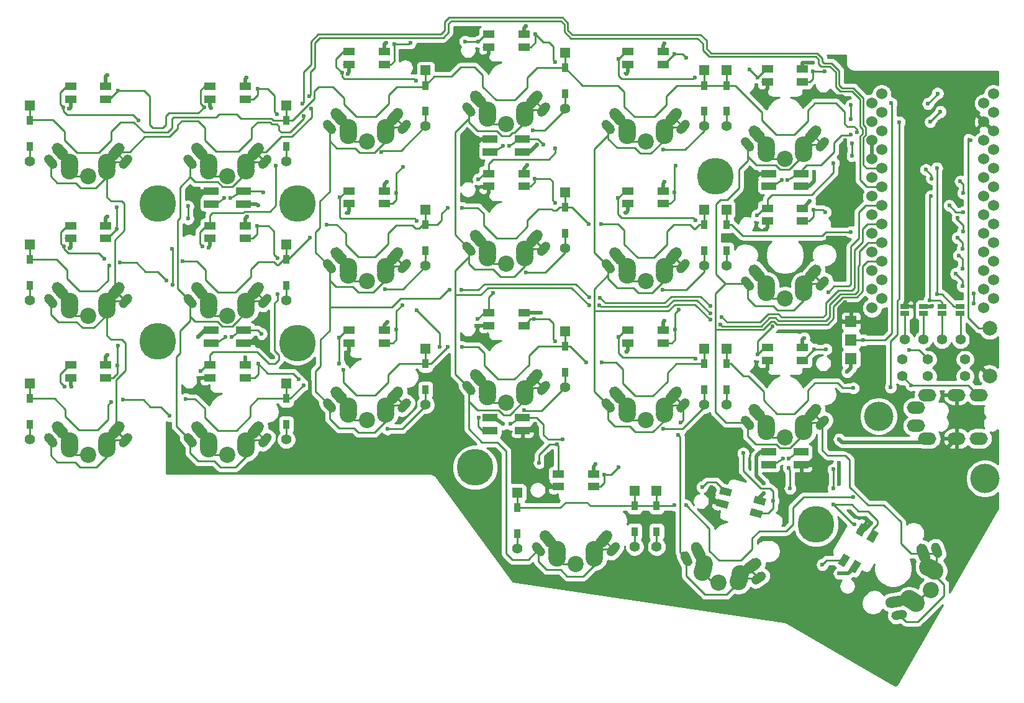
<source format=gbr>
G04 #@! TF.GenerationSoftware,KiCad,Pcbnew,(5.1.6)-1*
G04 #@! TF.CreationDate,2020-05-17T02:55:45+03:00*
G04 #@! TF.ProjectId,corne-classic,636f726e-652d-4636-9c61-737369632e6b,1.1*
G04 #@! TF.SameCoordinates,Original*
G04 #@! TF.FileFunction,Copper,L2,Bot*
G04 #@! TF.FilePolarity,Positive*
%FSLAX46Y46*%
G04 Gerber Fmt 4.6, Leading zero omitted, Abs format (unit mm)*
G04 Created by KiCad (PCBNEW (5.1.6)-1) date 2020-05-17 02:55:45*
%MOMM*%
%LPD*%
G01*
G04 APERTURE LIST*
G04 #@! TA.AperFunction,ComponentPad*
%ADD10C,1.397000*%
G04 #@! TD*
G04 #@! TA.AperFunction,ComponentPad*
%ADD11O,2.500000X1.700000*%
G04 #@! TD*
G04 #@! TA.AperFunction,SMDPad,CuDef*
%ADD12R,2.000000X1.000000*%
G04 #@! TD*
G04 #@! TA.AperFunction,ComponentPad*
%ADD13C,2.200000*%
G04 #@! TD*
G04 #@! TA.AperFunction,ComponentPad*
%ADD14C,2.400000*%
G04 #@! TD*
G04 #@! TA.AperFunction,ComponentPad*
%ADD15C,1.524000*%
G04 #@! TD*
G04 #@! TA.AperFunction,SMDPad,CuDef*
%ADD16R,1.600000X1.000000*%
G04 #@! TD*
G04 #@! TA.AperFunction,SMDPad,CuDef*
%ADD17C,0.100000*%
G04 #@! TD*
G04 #@! TA.AperFunction,ComponentPad*
%ADD18R,1.397000X1.397000*%
G04 #@! TD*
G04 #@! TA.AperFunction,SMDPad,CuDef*
%ADD19R,0.950000X1.300000*%
G04 #@! TD*
G04 #@! TA.AperFunction,SMDPad,CuDef*
%ADD20R,1.143000X0.635000*%
G04 #@! TD*
G04 #@! TA.AperFunction,SMDPad,CuDef*
%ADD21R,1.524000X1.524000*%
G04 #@! TD*
G04 #@! TA.AperFunction,ComponentPad*
%ADD22C,5.000000*%
G04 #@! TD*
G04 #@! TA.AperFunction,ComponentPad*
%ADD23C,4.000000*%
G04 #@! TD*
G04 #@! TA.AperFunction,ComponentPad*
%ADD24C,2.000000*%
G04 #@! TD*
G04 #@! TA.AperFunction,ViaPad*
%ADD25C,0.600000*%
G04 #@! TD*
G04 #@! TA.AperFunction,Conductor*
%ADD26C,0.250000*%
G04 #@! TD*
G04 #@! TA.AperFunction,Conductor*
%ADD27C,0.500000*%
G04 #@! TD*
G04 #@! TA.AperFunction,Conductor*
%ADD28C,0.254000*%
G04 #@! TD*
G04 APERTURE END LIST*
D10*
X188920000Y-105300000D03*
X186380000Y-105300000D03*
X183840000Y-105300000D03*
X181300000Y-105300000D03*
D11*
X182900000Y-114600000D03*
X184400000Y-118800000D03*
X188400000Y-118800000D03*
X191400000Y-118800000D03*
X188400000Y-112850000D03*
X191400000Y-112850000D03*
X182900000Y-117050000D03*
X184400000Y-112850000D03*
D12*
X162800000Y-122375000D03*
X162800000Y-120625000D03*
X167200000Y-120625000D03*
X167200000Y-122375000D03*
X167200000Y-82625000D03*
X167200000Y-84375000D03*
X162800000Y-84375000D03*
X162800000Y-82625000D03*
X129200000Y-77925000D03*
X129200000Y-79675000D03*
X124800000Y-79675000D03*
X124800000Y-77925000D03*
X91200000Y-85025000D03*
X91200000Y-86775000D03*
X86800000Y-86775000D03*
X86800000Y-85025000D03*
X86800000Y-105775000D03*
X86800000Y-104025000D03*
X91200000Y-104025000D03*
X91200000Y-105775000D03*
X124800000Y-117675000D03*
X124800000Y-115925000D03*
X129200000Y-115925000D03*
X129200000Y-117675000D03*
G04 #@! TA.AperFunction,ComponentPad*
G36*
G01*
X181660788Y-142675717D02*
X181660788Y-142675717D01*
G75*
G02*
X181153813Y-143399752I-615505J-108530D01*
G01*
X180218245Y-143564718D01*
G75*
G02*
X179494210Y-143057743I-108530J615505D01*
G01*
X179494210Y-143057743D01*
G75*
G02*
X180001185Y-142333708I615505J108530D01*
G01*
X180936753Y-142168742D01*
G75*
G02*
X181660788Y-142675717I108530J-615505D01*
G01*
G37*
G04 #@! TD.AperFunction*
G04 #@! TA.AperFunction,ComponentPad*
G36*
G01*
X185301277Y-132999608D02*
X185301276Y-132999608D01*
G75*
G02*
X186102347Y-133373153I213763J-587308D01*
G01*
X186427267Y-134265861D01*
G75*
G02*
X186053722Y-135066932I-587308J-213763D01*
G01*
X186053722Y-135066932D01*
G75*
G02*
X185252651Y-134693387I-213763J587308D01*
G01*
X184927731Y-133800679D01*
G75*
G02*
X185301276Y-132999608I587308J213763D01*
G01*
G37*
G04 #@! TD.AperFunction*
D13*
X184859550Y-139450000D03*
D14*
X182879409Y-141239705D03*
G04 #@! TA.AperFunction,ComponentPad*
G36*
G01*
X183375877Y-133154873D02*
X183375876Y-133154873D01*
G75*
G02*
X184369204Y-133618069I265066J-728262D01*
G01*
X184796730Y-134792685D01*
G75*
G02*
X184333534Y-135786013I-728262J-265066D01*
G01*
X184333534Y-135786013D01*
G75*
G02*
X183340206Y-135322817I-265066J728262D01*
G01*
X182912680Y-134148201D01*
G75*
G02*
X183375876Y-133154873I728262J265066D01*
G01*
G37*
G04 #@! TD.AperFunction*
X185419409Y-136840295D03*
G04 #@! TA.AperFunction,ComponentPad*
G36*
G01*
X181423436Y-140826450D02*
X181423436Y-140826450D01*
G75*
G02*
X180794787Y-141724253I-763226J-134577D01*
G01*
X179563777Y-141941313D01*
G75*
G02*
X178665974Y-141312664I-134577J763226D01*
G01*
X178665974Y-141312664D01*
G75*
G02*
X179294623Y-140414861I763226J134577D01*
G01*
X180525633Y-140197801D01*
G75*
G02*
X181423436Y-140826450I134577J-763226D01*
G01*
G37*
G04 #@! TD.AperFunction*
X182377114Y-140949705D03*
X181944102Y-140699705D03*
X184484102Y-136300295D03*
X184917113Y-136550295D03*
D15*
X192100000Y-73042000D03*
X192100000Y-75582000D03*
X192100000Y-78122000D03*
X192100000Y-80662000D03*
X192100000Y-83202000D03*
X192100000Y-85742000D03*
X192100000Y-88282000D03*
X192100000Y-90822000D03*
X192100000Y-93362000D03*
X192100000Y-95902000D03*
X192100000Y-98442000D03*
X192100000Y-100982000D03*
X176860000Y-100982000D03*
X176860000Y-98442000D03*
X176860000Y-95902000D03*
X176860000Y-93362000D03*
X176860000Y-90822000D03*
X176860000Y-88282000D03*
X176860000Y-85742000D03*
X176860000Y-83202000D03*
X176860000Y-80662000D03*
X176860000Y-78122000D03*
X176860000Y-75582000D03*
X176860000Y-73042000D03*
X193406400Y-71772000D03*
X193406400Y-74312000D03*
X193406400Y-76852000D03*
X193406400Y-79392000D03*
X193406400Y-81932000D03*
X193406400Y-84472000D03*
X193406400Y-87012000D03*
X193406400Y-89552000D03*
X193406400Y-92092000D03*
X193406400Y-94632000D03*
X193406400Y-97172000D03*
X193406400Y-99712000D03*
X178186400Y-99712000D03*
X178186400Y-97172000D03*
X178186400Y-94632000D03*
X178186400Y-92092000D03*
X178186400Y-89552000D03*
X178186400Y-87012000D03*
X178186400Y-84472000D03*
X178186400Y-81932000D03*
X178186400Y-79392000D03*
X178186400Y-76852000D03*
X178186400Y-74312000D03*
X178186400Y-71772000D03*
D16*
X67600000Y-72500000D03*
X67600000Y-70750000D03*
X72400000Y-70750000D03*
X72400000Y-72500000D03*
X86600000Y-72500000D03*
X86600000Y-70750000D03*
X91400000Y-70750000D03*
X91400000Y-72500000D03*
X105600000Y-67750000D03*
X105600000Y-66000000D03*
X110400000Y-66000000D03*
X110400000Y-67750000D03*
X124600000Y-65375000D03*
X124600000Y-63625000D03*
X129400000Y-63625000D03*
X129400000Y-65375000D03*
X143600000Y-67750000D03*
X143600000Y-66000000D03*
X148400000Y-66000000D03*
X148400000Y-67750000D03*
X162600000Y-70125000D03*
X162600000Y-68375000D03*
X167400000Y-68375000D03*
X167400000Y-70125000D03*
X67600000Y-91500000D03*
X67600000Y-89750000D03*
X72400000Y-89750000D03*
X72400000Y-91500000D03*
X86600000Y-91500000D03*
X86600000Y-89750000D03*
X91400000Y-89750000D03*
X91400000Y-91500000D03*
X105600000Y-86750000D03*
X105600000Y-85000000D03*
X110400000Y-85000000D03*
X110400000Y-86750000D03*
X124600000Y-84375000D03*
X124600000Y-82625000D03*
X129400000Y-82625000D03*
X129400000Y-84375000D03*
X143600000Y-86750000D03*
X143600000Y-85000000D03*
X148400000Y-85000000D03*
X148400000Y-86750000D03*
X162600000Y-89125000D03*
X162600000Y-87375000D03*
X167400000Y-87375000D03*
X167400000Y-89125000D03*
X67600000Y-110500000D03*
X67600000Y-108750000D03*
X72400000Y-108750000D03*
X72400000Y-110500000D03*
X86600000Y-110500000D03*
X86600000Y-108750000D03*
X91400000Y-108750000D03*
X91400000Y-110500000D03*
X105600000Y-105750000D03*
X105600000Y-104000000D03*
X110400000Y-104000000D03*
X110400000Y-105750000D03*
X124600000Y-103375000D03*
X124600000Y-101625000D03*
X129400000Y-101625000D03*
X129400000Y-103375000D03*
X143600000Y-105750000D03*
X143600000Y-104000000D03*
X148400000Y-104000000D03*
X148400000Y-105750000D03*
X162600000Y-108125000D03*
X162600000Y-106375000D03*
X167400000Y-106375000D03*
X167400000Y-108125000D03*
X134100000Y-125375000D03*
X134100000Y-123625000D03*
X138900000Y-123625000D03*
X138900000Y-125375000D03*
G04 #@! TA.AperFunction,SMDPad,CuDef*
D17*
G36*
X155553161Y-127999927D02*
G01*
X155811980Y-127034001D01*
X157357461Y-127448111D01*
X157098642Y-128414037D01*
X155553161Y-127999927D01*
G37*
G04 #@! TD.AperFunction*
G04 #@! TA.AperFunction,SMDPad,CuDef*
G36*
X156006095Y-126309557D02*
G01*
X156264914Y-125343631D01*
X157810395Y-125757741D01*
X157551576Y-126723667D01*
X156006095Y-126309557D01*
G37*
G04 #@! TD.AperFunction*
G04 #@! TA.AperFunction,SMDPad,CuDef*
G36*
X160642539Y-127551889D02*
G01*
X160901358Y-126585963D01*
X162446839Y-127000073D01*
X162188020Y-127965999D01*
X160642539Y-127551889D01*
G37*
G04 #@! TD.AperFunction*
G04 #@! TA.AperFunction,SMDPad,CuDef*
G36*
X160189605Y-129242259D02*
G01*
X160448424Y-128276333D01*
X161993905Y-128690443D01*
X161735086Y-129656369D01*
X160189605Y-129242259D01*
G37*
G04 #@! TD.AperFunction*
G04 #@! TA.AperFunction,SMDPad,CuDef*
G36*
X175409215Y-130291219D02*
G01*
X176275241Y-130791219D01*
X175475241Y-132176859D01*
X174609215Y-131676859D01*
X175409215Y-130291219D01*
G37*
G04 #@! TD.AperFunction*
G04 #@! TA.AperFunction,SMDPad,CuDef*
G36*
X176924759Y-131166219D02*
G01*
X177790785Y-131666219D01*
X176990785Y-133051859D01*
X176124759Y-132551859D01*
X176924759Y-131166219D01*
G37*
G04 #@! TD.AperFunction*
G04 #@! TA.AperFunction,SMDPad,CuDef*
G36*
X174524759Y-135323141D02*
G01*
X175390785Y-135823141D01*
X174590785Y-137208781D01*
X173724759Y-136708781D01*
X174524759Y-135323141D01*
G37*
G04 #@! TD.AperFunction*
G04 #@! TA.AperFunction,SMDPad,CuDef*
G36*
X173009215Y-134448141D02*
G01*
X173875241Y-134948141D01*
X173075241Y-136333781D01*
X172209215Y-135833781D01*
X173009215Y-134448141D01*
G37*
G04 #@! TD.AperFunction*
D10*
X62000000Y-80935000D03*
D18*
X62000000Y-73315000D03*
D19*
X62000000Y-75350000D03*
X62000000Y-78900000D03*
D10*
X97000000Y-80935000D03*
D18*
X97000000Y-73315000D03*
D19*
X97000000Y-75350000D03*
X97000000Y-78900000D03*
D10*
X116000000Y-76185000D03*
D18*
X116000000Y-68565000D03*
D19*
X116000000Y-70600000D03*
X116000000Y-74150000D03*
D10*
X135000000Y-73810000D03*
D18*
X135000000Y-66190000D03*
D19*
X135000000Y-68225000D03*
X135000000Y-71775000D03*
D10*
X154000000Y-76185000D03*
D18*
X154000000Y-68565000D03*
D19*
X154000000Y-70600000D03*
X154000000Y-74150000D03*
D10*
X157000000Y-76185000D03*
D18*
X157000000Y-68565000D03*
D19*
X157000000Y-70600000D03*
X157000000Y-74150000D03*
D10*
X62000000Y-99935000D03*
D18*
X62000000Y-92315000D03*
D19*
X62000000Y-94350000D03*
X62000000Y-97900000D03*
D10*
X97000000Y-99935000D03*
D18*
X97000000Y-92315000D03*
D19*
X97000000Y-94350000D03*
X97000000Y-97900000D03*
D10*
X116000000Y-95185000D03*
D18*
X116000000Y-87565000D03*
D19*
X116000000Y-89600000D03*
X116000000Y-93150000D03*
D10*
X135000000Y-92810000D03*
D18*
X135000000Y-85190000D03*
D19*
X135000000Y-87225000D03*
X135000000Y-90775000D03*
D10*
X154000000Y-95185000D03*
D18*
X154000000Y-87565000D03*
D19*
X154000000Y-89600000D03*
X154000000Y-93150000D03*
D10*
X157000000Y-95185000D03*
D18*
X157000000Y-87565000D03*
D19*
X157000000Y-89600000D03*
X157000000Y-93150000D03*
D10*
X62000000Y-118935000D03*
D18*
X62000000Y-111315000D03*
D19*
X62000000Y-113350000D03*
X62000000Y-116900000D03*
D10*
X97000000Y-118935000D03*
D18*
X97000000Y-111315000D03*
D19*
X97000000Y-113350000D03*
X97000000Y-116900000D03*
D10*
X116000000Y-114185000D03*
D18*
X116000000Y-106565000D03*
D19*
X116000000Y-108600000D03*
X116000000Y-112150000D03*
D10*
X135000000Y-111810000D03*
D18*
X135000000Y-104190000D03*
D19*
X135000000Y-106225000D03*
X135000000Y-109775000D03*
D10*
X157000000Y-114185000D03*
D18*
X157000000Y-106565000D03*
D19*
X157000000Y-108600000D03*
X157000000Y-112150000D03*
D10*
X128500000Y-133810000D03*
D18*
X128500000Y-126190000D03*
D19*
X128500000Y-128225000D03*
X128500000Y-131775000D03*
D10*
X144500000Y-133560000D03*
D18*
X144500000Y-125940000D03*
D19*
X144500000Y-127975000D03*
X144500000Y-131525000D03*
D10*
X147500000Y-133560000D03*
D18*
X147500000Y-125940000D03*
D19*
X147500000Y-127975000D03*
X147500000Y-131525000D03*
D10*
X154000000Y-114185000D03*
D18*
X154000000Y-106565000D03*
D19*
X154000000Y-108600000D03*
X154000000Y-112150000D03*
D14*
X72540000Y-81625000D03*
X72540000Y-81125000D03*
X67460000Y-81125000D03*
X67460000Y-81625000D03*
G04 #@! TA.AperFunction,ComponentPad*
G36*
G01*
X67089903Y-80737462D02*
X67089902Y-80737462D01*
G75*
G02*
X65998058Y-80641938I-498160J593684D01*
G01*
X65194574Y-79684382D01*
G75*
G02*
X65290098Y-78592538I593684J498160D01*
G01*
X65290098Y-78592538D01*
G75*
G02*
X66381942Y-78688062I498160J-593684D01*
G01*
X67185426Y-79645618D01*
G75*
G02*
X67089902Y-80737462I-593684J-498160D01*
G01*
G37*
G04 #@! TD.AperFunction*
X72540000Y-82205000D03*
G04 #@! TA.AperFunction,ComponentPad*
G36*
G01*
X74709903Y-78592538D02*
X74709902Y-78592538D01*
G75*
G02*
X74805426Y-79684382I-498160J-593684D01*
G01*
X74001942Y-80641938D01*
G75*
G02*
X72910098Y-80737462I-593684J498160D01*
G01*
X72910098Y-80737462D01*
G75*
G02*
X72814574Y-79645618I498160J593684D01*
G01*
X73618058Y-78688062D01*
G75*
G02*
X74709902Y-78592538I593684J-498160D01*
G01*
G37*
G04 #@! TD.AperFunction*
X67460000Y-82205000D03*
D13*
X70000000Y-83025000D03*
G04 #@! TA.AperFunction,ComponentPad*
G36*
G01*
X75807066Y-80182351D02*
X75807066Y-80182351D01*
G75*
G02*
X75884102Y-81062871I-401742J-478778D01*
G01*
X75273454Y-81790613D01*
G75*
G02*
X74392934Y-81867649I-478778J401742D01*
G01*
X74392934Y-81867649D01*
G75*
G02*
X74315898Y-80987129I401742J478778D01*
G01*
X74926546Y-80259387D01*
G75*
G02*
X75807066Y-80182351I478778J-401742D01*
G01*
G37*
G04 #@! TD.AperFunction*
G04 #@! TA.AperFunction,ComponentPad*
G36*
G01*
X65607066Y-81867649D02*
X65607066Y-81867649D01*
G75*
G02*
X64726546Y-81790613I-401742J478778D01*
G01*
X64115898Y-81062871D01*
G75*
G02*
X64192934Y-80182351I478778J401742D01*
G01*
X64192934Y-80182351D01*
G75*
G02*
X65073454Y-80259387I401742J-478778D01*
G01*
X65684102Y-80987129D01*
G75*
G02*
X65607066Y-81867649I-478778J-401742D01*
G01*
G37*
G04 #@! TD.AperFunction*
D14*
X91540000Y-81625000D03*
X91540000Y-81125000D03*
X86460000Y-81125000D03*
X86460000Y-81625000D03*
G04 #@! TA.AperFunction,ComponentPad*
G36*
G01*
X86089903Y-80737462D02*
X86089902Y-80737462D01*
G75*
G02*
X84998058Y-80641938I-498160J593684D01*
G01*
X84194574Y-79684382D01*
G75*
G02*
X84290098Y-78592538I593684J498160D01*
G01*
X84290098Y-78592538D01*
G75*
G02*
X85381942Y-78688062I498160J-593684D01*
G01*
X86185426Y-79645618D01*
G75*
G02*
X86089902Y-80737462I-593684J-498160D01*
G01*
G37*
G04 #@! TD.AperFunction*
X91540000Y-82205000D03*
G04 #@! TA.AperFunction,ComponentPad*
G36*
G01*
X93709903Y-78592538D02*
X93709902Y-78592538D01*
G75*
G02*
X93805426Y-79684382I-498160J-593684D01*
G01*
X93001942Y-80641938D01*
G75*
G02*
X91910098Y-80737462I-593684J498160D01*
G01*
X91910098Y-80737462D01*
G75*
G02*
X91814574Y-79645618I498160J593684D01*
G01*
X92618058Y-78688062D01*
G75*
G02*
X93709902Y-78592538I593684J-498160D01*
G01*
G37*
G04 #@! TD.AperFunction*
X86460000Y-82205000D03*
D13*
X89000000Y-83025000D03*
G04 #@! TA.AperFunction,ComponentPad*
G36*
G01*
X94807066Y-80182351D02*
X94807066Y-80182351D01*
G75*
G02*
X94884102Y-81062871I-401742J-478778D01*
G01*
X94273454Y-81790613D01*
G75*
G02*
X93392934Y-81867649I-478778J401742D01*
G01*
X93392934Y-81867649D01*
G75*
G02*
X93315898Y-80987129I401742J478778D01*
G01*
X93926546Y-80259387D01*
G75*
G02*
X94807066Y-80182351I478778J-401742D01*
G01*
G37*
G04 #@! TD.AperFunction*
G04 #@! TA.AperFunction,ComponentPad*
G36*
G01*
X84607066Y-81867649D02*
X84607066Y-81867649D01*
G75*
G02*
X83726546Y-81790613I-401742J478778D01*
G01*
X83115898Y-81062871D01*
G75*
G02*
X83192934Y-80182351I478778J401742D01*
G01*
X83192934Y-80182351D01*
G75*
G02*
X84073454Y-80259387I401742J-478778D01*
G01*
X84684102Y-80987129D01*
G75*
G02*
X84607066Y-81867649I-478778J-401742D01*
G01*
G37*
G04 #@! TD.AperFunction*
D14*
X110540000Y-76875000D03*
X110540000Y-76375000D03*
X105460000Y-76375000D03*
X105460000Y-76875000D03*
G04 #@! TA.AperFunction,ComponentPad*
G36*
G01*
X105089903Y-75987462D02*
X105089902Y-75987462D01*
G75*
G02*
X103998058Y-75891938I-498160J593684D01*
G01*
X103194574Y-74934382D01*
G75*
G02*
X103290098Y-73842538I593684J498160D01*
G01*
X103290098Y-73842538D01*
G75*
G02*
X104381942Y-73938062I498160J-593684D01*
G01*
X105185426Y-74895618D01*
G75*
G02*
X105089902Y-75987462I-593684J-498160D01*
G01*
G37*
G04 #@! TD.AperFunction*
X110540000Y-77455000D03*
G04 #@! TA.AperFunction,ComponentPad*
G36*
G01*
X112709903Y-73842538D02*
X112709902Y-73842538D01*
G75*
G02*
X112805426Y-74934382I-498160J-593684D01*
G01*
X112001942Y-75891938D01*
G75*
G02*
X110910098Y-75987462I-593684J498160D01*
G01*
X110910098Y-75987462D01*
G75*
G02*
X110814574Y-74895618I498160J593684D01*
G01*
X111618058Y-73938062D01*
G75*
G02*
X112709902Y-73842538I593684J-498160D01*
G01*
G37*
G04 #@! TD.AperFunction*
X105460000Y-77455000D03*
D13*
X108000000Y-78275000D03*
G04 #@! TA.AperFunction,ComponentPad*
G36*
G01*
X113807066Y-75432351D02*
X113807066Y-75432351D01*
G75*
G02*
X113884102Y-76312871I-401742J-478778D01*
G01*
X113273454Y-77040613D01*
G75*
G02*
X112392934Y-77117649I-478778J401742D01*
G01*
X112392934Y-77117649D01*
G75*
G02*
X112315898Y-76237129I401742J478778D01*
G01*
X112926546Y-75509387D01*
G75*
G02*
X113807066Y-75432351I478778J-401742D01*
G01*
G37*
G04 #@! TD.AperFunction*
G04 #@! TA.AperFunction,ComponentPad*
G36*
G01*
X103607066Y-77117649D02*
X103607066Y-77117649D01*
G75*
G02*
X102726546Y-77040613I-401742J478778D01*
G01*
X102115898Y-76312871D01*
G75*
G02*
X102192934Y-75432351I478778J401742D01*
G01*
X102192934Y-75432351D01*
G75*
G02*
X103073454Y-75509387I401742J-478778D01*
G01*
X103684102Y-76237129D01*
G75*
G02*
X103607066Y-77117649I-478778J-401742D01*
G01*
G37*
G04 #@! TD.AperFunction*
D14*
X129540000Y-74500000D03*
X129540000Y-74000000D03*
X124460000Y-74000000D03*
X124460000Y-74500000D03*
G04 #@! TA.AperFunction,ComponentPad*
G36*
G01*
X124089903Y-73612462D02*
X124089902Y-73612462D01*
G75*
G02*
X122998058Y-73516938I-498160J593684D01*
G01*
X122194574Y-72559382D01*
G75*
G02*
X122290098Y-71467538I593684J498160D01*
G01*
X122290098Y-71467538D01*
G75*
G02*
X123381942Y-71563062I498160J-593684D01*
G01*
X124185426Y-72520618D01*
G75*
G02*
X124089902Y-73612462I-593684J-498160D01*
G01*
G37*
G04 #@! TD.AperFunction*
X129540000Y-75080000D03*
G04 #@! TA.AperFunction,ComponentPad*
G36*
G01*
X131709903Y-71467538D02*
X131709902Y-71467538D01*
G75*
G02*
X131805426Y-72559382I-498160J-593684D01*
G01*
X131001942Y-73516938D01*
G75*
G02*
X129910098Y-73612462I-593684J498160D01*
G01*
X129910098Y-73612462D01*
G75*
G02*
X129814574Y-72520618I498160J593684D01*
G01*
X130618058Y-71563062D01*
G75*
G02*
X131709902Y-71467538I593684J-498160D01*
G01*
G37*
G04 #@! TD.AperFunction*
X124460000Y-75080000D03*
D13*
X127000000Y-75900000D03*
G04 #@! TA.AperFunction,ComponentPad*
G36*
G01*
X132807066Y-73057351D02*
X132807066Y-73057351D01*
G75*
G02*
X132884102Y-73937871I-401742J-478778D01*
G01*
X132273454Y-74665613D01*
G75*
G02*
X131392934Y-74742649I-478778J401742D01*
G01*
X131392934Y-74742649D01*
G75*
G02*
X131315898Y-73862129I401742J478778D01*
G01*
X131926546Y-73134387D01*
G75*
G02*
X132807066Y-73057351I478778J-401742D01*
G01*
G37*
G04 #@! TD.AperFunction*
G04 #@! TA.AperFunction,ComponentPad*
G36*
G01*
X122607066Y-74742649D02*
X122607066Y-74742649D01*
G75*
G02*
X121726546Y-74665613I-401742J478778D01*
G01*
X121115898Y-73937871D01*
G75*
G02*
X121192934Y-73057351I478778J401742D01*
G01*
X121192934Y-73057351D01*
G75*
G02*
X122073454Y-73134387I401742J-478778D01*
G01*
X122684102Y-73862129D01*
G75*
G02*
X122607066Y-74742649I-478778J-401742D01*
G01*
G37*
G04 #@! TD.AperFunction*
D14*
X148540000Y-76875000D03*
X148540000Y-76375000D03*
X143460000Y-76375000D03*
X143460000Y-76875000D03*
G04 #@! TA.AperFunction,ComponentPad*
G36*
G01*
X143089903Y-75987462D02*
X143089902Y-75987462D01*
G75*
G02*
X141998058Y-75891938I-498160J593684D01*
G01*
X141194574Y-74934382D01*
G75*
G02*
X141290098Y-73842538I593684J498160D01*
G01*
X141290098Y-73842538D01*
G75*
G02*
X142381942Y-73938062I498160J-593684D01*
G01*
X143185426Y-74895618D01*
G75*
G02*
X143089902Y-75987462I-593684J-498160D01*
G01*
G37*
G04 #@! TD.AperFunction*
X148540000Y-77455000D03*
G04 #@! TA.AperFunction,ComponentPad*
G36*
G01*
X150709903Y-73842538D02*
X150709902Y-73842538D01*
G75*
G02*
X150805426Y-74934382I-498160J-593684D01*
G01*
X150001942Y-75891938D01*
G75*
G02*
X148910098Y-75987462I-593684J498160D01*
G01*
X148910098Y-75987462D01*
G75*
G02*
X148814574Y-74895618I498160J593684D01*
G01*
X149618058Y-73938062D01*
G75*
G02*
X150709902Y-73842538I593684J-498160D01*
G01*
G37*
G04 #@! TD.AperFunction*
X143460000Y-77455000D03*
D13*
X146000000Y-78275000D03*
G04 #@! TA.AperFunction,ComponentPad*
G36*
G01*
X151807066Y-75432351D02*
X151807066Y-75432351D01*
G75*
G02*
X151884102Y-76312871I-401742J-478778D01*
G01*
X151273454Y-77040613D01*
G75*
G02*
X150392934Y-77117649I-478778J401742D01*
G01*
X150392934Y-77117649D01*
G75*
G02*
X150315898Y-76237129I401742J478778D01*
G01*
X150926546Y-75509387D01*
G75*
G02*
X151807066Y-75432351I478778J-401742D01*
G01*
G37*
G04 #@! TD.AperFunction*
G04 #@! TA.AperFunction,ComponentPad*
G36*
G01*
X141607066Y-77117649D02*
X141607066Y-77117649D01*
G75*
G02*
X140726546Y-77040613I-401742J478778D01*
G01*
X140115898Y-76312871D01*
G75*
G02*
X140192934Y-75432351I478778J401742D01*
G01*
X140192934Y-75432351D01*
G75*
G02*
X141073454Y-75509387I401742J-478778D01*
G01*
X141684102Y-76237129D01*
G75*
G02*
X141607066Y-77117649I-478778J-401742D01*
G01*
G37*
G04 #@! TD.AperFunction*
D14*
X167540000Y-79250000D03*
X167540000Y-78750000D03*
X162460000Y-78750000D03*
X162460000Y-79250000D03*
G04 #@! TA.AperFunction,ComponentPad*
G36*
G01*
X162089903Y-78362462D02*
X162089902Y-78362462D01*
G75*
G02*
X160998058Y-78266938I-498160J593684D01*
G01*
X160194574Y-77309382D01*
G75*
G02*
X160290098Y-76217538I593684J498160D01*
G01*
X160290098Y-76217538D01*
G75*
G02*
X161381942Y-76313062I498160J-593684D01*
G01*
X162185426Y-77270618D01*
G75*
G02*
X162089902Y-78362462I-593684J-498160D01*
G01*
G37*
G04 #@! TD.AperFunction*
X167540000Y-79830000D03*
G04 #@! TA.AperFunction,ComponentPad*
G36*
G01*
X169709903Y-76217538D02*
X169709902Y-76217538D01*
G75*
G02*
X169805426Y-77309382I-498160J-593684D01*
G01*
X169001942Y-78266938D01*
G75*
G02*
X167910098Y-78362462I-593684J498160D01*
G01*
X167910098Y-78362462D01*
G75*
G02*
X167814574Y-77270618I498160J593684D01*
G01*
X168618058Y-76313062D01*
G75*
G02*
X169709902Y-76217538I593684J-498160D01*
G01*
G37*
G04 #@! TD.AperFunction*
X162460000Y-79830000D03*
D13*
X165000000Y-80650000D03*
G04 #@! TA.AperFunction,ComponentPad*
G36*
G01*
X170807066Y-77807351D02*
X170807066Y-77807351D01*
G75*
G02*
X170884102Y-78687871I-401742J-478778D01*
G01*
X170273454Y-79415613D01*
G75*
G02*
X169392934Y-79492649I-478778J401742D01*
G01*
X169392934Y-79492649D01*
G75*
G02*
X169315898Y-78612129I401742J478778D01*
G01*
X169926546Y-77884387D01*
G75*
G02*
X170807066Y-77807351I478778J-401742D01*
G01*
G37*
G04 #@! TD.AperFunction*
G04 #@! TA.AperFunction,ComponentPad*
G36*
G01*
X160607066Y-79492649D02*
X160607066Y-79492649D01*
G75*
G02*
X159726546Y-79415613I-401742J478778D01*
G01*
X159115898Y-78687871D01*
G75*
G02*
X159192934Y-77807351I478778J401742D01*
G01*
X159192934Y-77807351D01*
G75*
G02*
X160073454Y-77884387I401742J-478778D01*
G01*
X160684102Y-78612129D01*
G75*
G02*
X160607066Y-79492649I-478778J-401742D01*
G01*
G37*
G04 #@! TD.AperFunction*
D14*
X72540000Y-100625000D03*
X72540000Y-100125000D03*
X67460000Y-100125000D03*
X67460000Y-100625000D03*
G04 #@! TA.AperFunction,ComponentPad*
G36*
G01*
X67089903Y-99737462D02*
X67089902Y-99737462D01*
G75*
G02*
X65998058Y-99641938I-498160J593684D01*
G01*
X65194574Y-98684382D01*
G75*
G02*
X65290098Y-97592538I593684J498160D01*
G01*
X65290098Y-97592538D01*
G75*
G02*
X66381942Y-97688062I498160J-593684D01*
G01*
X67185426Y-98645618D01*
G75*
G02*
X67089902Y-99737462I-593684J-498160D01*
G01*
G37*
G04 #@! TD.AperFunction*
X72540000Y-101205000D03*
G04 #@! TA.AperFunction,ComponentPad*
G36*
G01*
X74709903Y-97592538D02*
X74709902Y-97592538D01*
G75*
G02*
X74805426Y-98684382I-498160J-593684D01*
G01*
X74001942Y-99641938D01*
G75*
G02*
X72910098Y-99737462I-593684J498160D01*
G01*
X72910098Y-99737462D01*
G75*
G02*
X72814574Y-98645618I498160J593684D01*
G01*
X73618058Y-97688062D01*
G75*
G02*
X74709902Y-97592538I593684J-498160D01*
G01*
G37*
G04 #@! TD.AperFunction*
X67460000Y-101205000D03*
D13*
X70000000Y-102025000D03*
G04 #@! TA.AperFunction,ComponentPad*
G36*
G01*
X75807066Y-99182351D02*
X75807066Y-99182351D01*
G75*
G02*
X75884102Y-100062871I-401742J-478778D01*
G01*
X75273454Y-100790613D01*
G75*
G02*
X74392934Y-100867649I-478778J401742D01*
G01*
X74392934Y-100867649D01*
G75*
G02*
X74315898Y-99987129I401742J478778D01*
G01*
X74926546Y-99259387D01*
G75*
G02*
X75807066Y-99182351I478778J-401742D01*
G01*
G37*
G04 #@! TD.AperFunction*
G04 #@! TA.AperFunction,ComponentPad*
G36*
G01*
X65607066Y-100867649D02*
X65607066Y-100867649D01*
G75*
G02*
X64726546Y-100790613I-401742J478778D01*
G01*
X64115898Y-100062871D01*
G75*
G02*
X64192934Y-99182351I478778J401742D01*
G01*
X64192934Y-99182351D01*
G75*
G02*
X65073454Y-99259387I401742J-478778D01*
G01*
X65684102Y-99987129D01*
G75*
G02*
X65607066Y-100867649I-478778J-401742D01*
G01*
G37*
G04 #@! TD.AperFunction*
D14*
X91540000Y-100625000D03*
X91540000Y-100125000D03*
X86460000Y-100125000D03*
X86460000Y-100625000D03*
G04 #@! TA.AperFunction,ComponentPad*
G36*
G01*
X86089903Y-99737462D02*
X86089902Y-99737462D01*
G75*
G02*
X84998058Y-99641938I-498160J593684D01*
G01*
X84194574Y-98684382D01*
G75*
G02*
X84290098Y-97592538I593684J498160D01*
G01*
X84290098Y-97592538D01*
G75*
G02*
X85381942Y-97688062I498160J-593684D01*
G01*
X86185426Y-98645618D01*
G75*
G02*
X86089902Y-99737462I-593684J-498160D01*
G01*
G37*
G04 #@! TD.AperFunction*
X91540000Y-101205000D03*
G04 #@! TA.AperFunction,ComponentPad*
G36*
G01*
X93709903Y-97592538D02*
X93709902Y-97592538D01*
G75*
G02*
X93805426Y-98684382I-498160J-593684D01*
G01*
X93001942Y-99641938D01*
G75*
G02*
X91910098Y-99737462I-593684J498160D01*
G01*
X91910098Y-99737462D01*
G75*
G02*
X91814574Y-98645618I498160J593684D01*
G01*
X92618058Y-97688062D01*
G75*
G02*
X93709902Y-97592538I593684J-498160D01*
G01*
G37*
G04 #@! TD.AperFunction*
X86460000Y-101205000D03*
D13*
X89000000Y-102025000D03*
G04 #@! TA.AperFunction,ComponentPad*
G36*
G01*
X94807066Y-99182351D02*
X94807066Y-99182351D01*
G75*
G02*
X94884102Y-100062871I-401742J-478778D01*
G01*
X94273454Y-100790613D01*
G75*
G02*
X93392934Y-100867649I-478778J401742D01*
G01*
X93392934Y-100867649D01*
G75*
G02*
X93315898Y-99987129I401742J478778D01*
G01*
X93926546Y-99259387D01*
G75*
G02*
X94807066Y-99182351I478778J-401742D01*
G01*
G37*
G04 #@! TD.AperFunction*
G04 #@! TA.AperFunction,ComponentPad*
G36*
G01*
X84607066Y-100867649D02*
X84607066Y-100867649D01*
G75*
G02*
X83726546Y-100790613I-401742J478778D01*
G01*
X83115898Y-100062871D01*
G75*
G02*
X83192934Y-99182351I478778J401742D01*
G01*
X83192934Y-99182351D01*
G75*
G02*
X84073454Y-99259387I401742J-478778D01*
G01*
X84684102Y-99987129D01*
G75*
G02*
X84607066Y-100867649I-478778J-401742D01*
G01*
G37*
G04 #@! TD.AperFunction*
D14*
X110540000Y-95875000D03*
X110540000Y-95375000D03*
X105460000Y-95375000D03*
X105460000Y-95875000D03*
G04 #@! TA.AperFunction,ComponentPad*
G36*
G01*
X105089903Y-94987462D02*
X105089902Y-94987462D01*
G75*
G02*
X103998058Y-94891938I-498160J593684D01*
G01*
X103194574Y-93934382D01*
G75*
G02*
X103290098Y-92842538I593684J498160D01*
G01*
X103290098Y-92842538D01*
G75*
G02*
X104381942Y-92938062I498160J-593684D01*
G01*
X105185426Y-93895618D01*
G75*
G02*
X105089902Y-94987462I-593684J-498160D01*
G01*
G37*
G04 #@! TD.AperFunction*
X110540000Y-96455000D03*
G04 #@! TA.AperFunction,ComponentPad*
G36*
G01*
X112709903Y-92842538D02*
X112709902Y-92842538D01*
G75*
G02*
X112805426Y-93934382I-498160J-593684D01*
G01*
X112001942Y-94891938D01*
G75*
G02*
X110910098Y-94987462I-593684J498160D01*
G01*
X110910098Y-94987462D01*
G75*
G02*
X110814574Y-93895618I498160J593684D01*
G01*
X111618058Y-92938062D01*
G75*
G02*
X112709902Y-92842538I593684J-498160D01*
G01*
G37*
G04 #@! TD.AperFunction*
X105460000Y-96455000D03*
D13*
X108000000Y-97275000D03*
G04 #@! TA.AperFunction,ComponentPad*
G36*
G01*
X113807066Y-94432351D02*
X113807066Y-94432351D01*
G75*
G02*
X113884102Y-95312871I-401742J-478778D01*
G01*
X113273454Y-96040613D01*
G75*
G02*
X112392934Y-96117649I-478778J401742D01*
G01*
X112392934Y-96117649D01*
G75*
G02*
X112315898Y-95237129I401742J478778D01*
G01*
X112926546Y-94509387D01*
G75*
G02*
X113807066Y-94432351I478778J-401742D01*
G01*
G37*
G04 #@! TD.AperFunction*
G04 #@! TA.AperFunction,ComponentPad*
G36*
G01*
X103607066Y-96117649D02*
X103607066Y-96117649D01*
G75*
G02*
X102726546Y-96040613I-401742J478778D01*
G01*
X102115898Y-95312871D01*
G75*
G02*
X102192934Y-94432351I478778J401742D01*
G01*
X102192934Y-94432351D01*
G75*
G02*
X103073454Y-94509387I401742J-478778D01*
G01*
X103684102Y-95237129D01*
G75*
G02*
X103607066Y-96117649I-478778J-401742D01*
G01*
G37*
G04 #@! TD.AperFunction*
D14*
X129540000Y-93500000D03*
X129540000Y-93000000D03*
X124460000Y-93000000D03*
X124460000Y-93500000D03*
G04 #@! TA.AperFunction,ComponentPad*
G36*
G01*
X124089903Y-92612462D02*
X124089902Y-92612462D01*
G75*
G02*
X122998058Y-92516938I-498160J593684D01*
G01*
X122194574Y-91559382D01*
G75*
G02*
X122290098Y-90467538I593684J498160D01*
G01*
X122290098Y-90467538D01*
G75*
G02*
X123381942Y-90563062I498160J-593684D01*
G01*
X124185426Y-91520618D01*
G75*
G02*
X124089902Y-92612462I-593684J-498160D01*
G01*
G37*
G04 #@! TD.AperFunction*
X129540000Y-94080000D03*
G04 #@! TA.AperFunction,ComponentPad*
G36*
G01*
X131709903Y-90467538D02*
X131709902Y-90467538D01*
G75*
G02*
X131805426Y-91559382I-498160J-593684D01*
G01*
X131001942Y-92516938D01*
G75*
G02*
X129910098Y-92612462I-593684J498160D01*
G01*
X129910098Y-92612462D01*
G75*
G02*
X129814574Y-91520618I498160J593684D01*
G01*
X130618058Y-90563062D01*
G75*
G02*
X131709902Y-90467538I593684J-498160D01*
G01*
G37*
G04 #@! TD.AperFunction*
X124460000Y-94080000D03*
D13*
X127000000Y-94900000D03*
G04 #@! TA.AperFunction,ComponentPad*
G36*
G01*
X132807066Y-92057351D02*
X132807066Y-92057351D01*
G75*
G02*
X132884102Y-92937871I-401742J-478778D01*
G01*
X132273454Y-93665613D01*
G75*
G02*
X131392934Y-93742649I-478778J401742D01*
G01*
X131392934Y-93742649D01*
G75*
G02*
X131315898Y-92862129I401742J478778D01*
G01*
X131926546Y-92134387D01*
G75*
G02*
X132807066Y-92057351I478778J-401742D01*
G01*
G37*
G04 #@! TD.AperFunction*
G04 #@! TA.AperFunction,ComponentPad*
G36*
G01*
X122607066Y-93742649D02*
X122607066Y-93742649D01*
G75*
G02*
X121726546Y-93665613I-401742J478778D01*
G01*
X121115898Y-92937871D01*
G75*
G02*
X121192934Y-92057351I478778J401742D01*
G01*
X121192934Y-92057351D01*
G75*
G02*
X122073454Y-92134387I401742J-478778D01*
G01*
X122684102Y-92862129D01*
G75*
G02*
X122607066Y-93742649I-478778J-401742D01*
G01*
G37*
G04 #@! TD.AperFunction*
D14*
X148540000Y-95875000D03*
X148540000Y-95375000D03*
X143460000Y-95375000D03*
X143460000Y-95875000D03*
G04 #@! TA.AperFunction,ComponentPad*
G36*
G01*
X143089903Y-94987462D02*
X143089902Y-94987462D01*
G75*
G02*
X141998058Y-94891938I-498160J593684D01*
G01*
X141194574Y-93934382D01*
G75*
G02*
X141290098Y-92842538I593684J498160D01*
G01*
X141290098Y-92842538D01*
G75*
G02*
X142381942Y-92938062I498160J-593684D01*
G01*
X143185426Y-93895618D01*
G75*
G02*
X143089902Y-94987462I-593684J-498160D01*
G01*
G37*
G04 #@! TD.AperFunction*
X148540000Y-96455000D03*
G04 #@! TA.AperFunction,ComponentPad*
G36*
G01*
X150709903Y-92842538D02*
X150709902Y-92842538D01*
G75*
G02*
X150805426Y-93934382I-498160J-593684D01*
G01*
X150001942Y-94891938D01*
G75*
G02*
X148910098Y-94987462I-593684J498160D01*
G01*
X148910098Y-94987462D01*
G75*
G02*
X148814574Y-93895618I498160J593684D01*
G01*
X149618058Y-92938062D01*
G75*
G02*
X150709902Y-92842538I593684J-498160D01*
G01*
G37*
G04 #@! TD.AperFunction*
X143460000Y-96455000D03*
D13*
X146000000Y-97275000D03*
G04 #@! TA.AperFunction,ComponentPad*
G36*
G01*
X151807066Y-94432351D02*
X151807066Y-94432351D01*
G75*
G02*
X151884102Y-95312871I-401742J-478778D01*
G01*
X151273454Y-96040613D01*
G75*
G02*
X150392934Y-96117649I-478778J401742D01*
G01*
X150392934Y-96117649D01*
G75*
G02*
X150315898Y-95237129I401742J478778D01*
G01*
X150926546Y-94509387D01*
G75*
G02*
X151807066Y-94432351I478778J-401742D01*
G01*
G37*
G04 #@! TD.AperFunction*
G04 #@! TA.AperFunction,ComponentPad*
G36*
G01*
X141607066Y-96117649D02*
X141607066Y-96117649D01*
G75*
G02*
X140726546Y-96040613I-401742J478778D01*
G01*
X140115898Y-95312871D01*
G75*
G02*
X140192934Y-94432351I478778J401742D01*
G01*
X140192934Y-94432351D01*
G75*
G02*
X141073454Y-94509387I401742J-478778D01*
G01*
X141684102Y-95237129D01*
G75*
G02*
X141607066Y-96117649I-478778J-401742D01*
G01*
G37*
G04 #@! TD.AperFunction*
D14*
X167540000Y-98250000D03*
X167540000Y-97750000D03*
X162460000Y-97750000D03*
X162460000Y-98250000D03*
G04 #@! TA.AperFunction,ComponentPad*
G36*
G01*
X162089903Y-97362462D02*
X162089902Y-97362462D01*
G75*
G02*
X160998058Y-97266938I-498160J593684D01*
G01*
X160194574Y-96309382D01*
G75*
G02*
X160290098Y-95217538I593684J498160D01*
G01*
X160290098Y-95217538D01*
G75*
G02*
X161381942Y-95313062I498160J-593684D01*
G01*
X162185426Y-96270618D01*
G75*
G02*
X162089902Y-97362462I-593684J-498160D01*
G01*
G37*
G04 #@! TD.AperFunction*
X167540000Y-98830000D03*
G04 #@! TA.AperFunction,ComponentPad*
G36*
G01*
X169709903Y-95217538D02*
X169709902Y-95217538D01*
G75*
G02*
X169805426Y-96309382I-498160J-593684D01*
G01*
X169001942Y-97266938D01*
G75*
G02*
X167910098Y-97362462I-593684J498160D01*
G01*
X167910098Y-97362462D01*
G75*
G02*
X167814574Y-96270618I498160J593684D01*
G01*
X168618058Y-95313062D01*
G75*
G02*
X169709902Y-95217538I593684J-498160D01*
G01*
G37*
G04 #@! TD.AperFunction*
X162460000Y-98830000D03*
D13*
X165000000Y-99650000D03*
G04 #@! TA.AperFunction,ComponentPad*
G36*
G01*
X170807066Y-96807351D02*
X170807066Y-96807351D01*
G75*
G02*
X170884102Y-97687871I-401742J-478778D01*
G01*
X170273454Y-98415613D01*
G75*
G02*
X169392934Y-98492649I-478778J401742D01*
G01*
X169392934Y-98492649D01*
G75*
G02*
X169315898Y-97612129I401742J478778D01*
G01*
X169926546Y-96884387D01*
G75*
G02*
X170807066Y-96807351I478778J-401742D01*
G01*
G37*
G04 #@! TD.AperFunction*
G04 #@! TA.AperFunction,ComponentPad*
G36*
G01*
X160607066Y-98492649D02*
X160607066Y-98492649D01*
G75*
G02*
X159726546Y-98415613I-401742J478778D01*
G01*
X159115898Y-97687871D01*
G75*
G02*
X159192934Y-96807351I478778J401742D01*
G01*
X159192934Y-96807351D01*
G75*
G02*
X160073454Y-96884387I401742J-478778D01*
G01*
X160684102Y-97612129D01*
G75*
G02*
X160607066Y-98492649I-478778J-401742D01*
G01*
G37*
G04 #@! TD.AperFunction*
D14*
X72540000Y-119625000D03*
X72540000Y-119125000D03*
X67460000Y-119125000D03*
X67460000Y-119625000D03*
G04 #@! TA.AperFunction,ComponentPad*
G36*
G01*
X67089903Y-118737462D02*
X67089902Y-118737462D01*
G75*
G02*
X65998058Y-118641938I-498160J593684D01*
G01*
X65194574Y-117684382D01*
G75*
G02*
X65290098Y-116592538I593684J498160D01*
G01*
X65290098Y-116592538D01*
G75*
G02*
X66381942Y-116688062I498160J-593684D01*
G01*
X67185426Y-117645618D01*
G75*
G02*
X67089902Y-118737462I-593684J-498160D01*
G01*
G37*
G04 #@! TD.AperFunction*
X72540000Y-120205000D03*
G04 #@! TA.AperFunction,ComponentPad*
G36*
G01*
X74709903Y-116592538D02*
X74709902Y-116592538D01*
G75*
G02*
X74805426Y-117684382I-498160J-593684D01*
G01*
X74001942Y-118641938D01*
G75*
G02*
X72910098Y-118737462I-593684J498160D01*
G01*
X72910098Y-118737462D01*
G75*
G02*
X72814574Y-117645618I498160J593684D01*
G01*
X73618058Y-116688062D01*
G75*
G02*
X74709902Y-116592538I593684J-498160D01*
G01*
G37*
G04 #@! TD.AperFunction*
X67460000Y-120205000D03*
D13*
X70000000Y-121025000D03*
G04 #@! TA.AperFunction,ComponentPad*
G36*
G01*
X75807066Y-118182351D02*
X75807066Y-118182351D01*
G75*
G02*
X75884102Y-119062871I-401742J-478778D01*
G01*
X75273454Y-119790613D01*
G75*
G02*
X74392934Y-119867649I-478778J401742D01*
G01*
X74392934Y-119867649D01*
G75*
G02*
X74315898Y-118987129I401742J478778D01*
G01*
X74926546Y-118259387D01*
G75*
G02*
X75807066Y-118182351I478778J-401742D01*
G01*
G37*
G04 #@! TD.AperFunction*
G04 #@! TA.AperFunction,ComponentPad*
G36*
G01*
X65607066Y-119867649D02*
X65607066Y-119867649D01*
G75*
G02*
X64726546Y-119790613I-401742J478778D01*
G01*
X64115898Y-119062871D01*
G75*
G02*
X64192934Y-118182351I478778J401742D01*
G01*
X64192934Y-118182351D01*
G75*
G02*
X65073454Y-118259387I401742J-478778D01*
G01*
X65684102Y-118987129D01*
G75*
G02*
X65607066Y-119867649I-478778J-401742D01*
G01*
G37*
G04 #@! TD.AperFunction*
D14*
X91540000Y-119625000D03*
X91540000Y-119125000D03*
X86460000Y-119125000D03*
X86460000Y-119625000D03*
G04 #@! TA.AperFunction,ComponentPad*
G36*
G01*
X86089903Y-118737462D02*
X86089902Y-118737462D01*
G75*
G02*
X84998058Y-118641938I-498160J593684D01*
G01*
X84194574Y-117684382D01*
G75*
G02*
X84290098Y-116592538I593684J498160D01*
G01*
X84290098Y-116592538D01*
G75*
G02*
X85381942Y-116688062I498160J-593684D01*
G01*
X86185426Y-117645618D01*
G75*
G02*
X86089902Y-118737462I-593684J-498160D01*
G01*
G37*
G04 #@! TD.AperFunction*
X91540000Y-120205000D03*
G04 #@! TA.AperFunction,ComponentPad*
G36*
G01*
X93709903Y-116592538D02*
X93709902Y-116592538D01*
G75*
G02*
X93805426Y-117684382I-498160J-593684D01*
G01*
X93001942Y-118641938D01*
G75*
G02*
X91910098Y-118737462I-593684J498160D01*
G01*
X91910098Y-118737462D01*
G75*
G02*
X91814574Y-117645618I498160J593684D01*
G01*
X92618058Y-116688062D01*
G75*
G02*
X93709902Y-116592538I593684J-498160D01*
G01*
G37*
G04 #@! TD.AperFunction*
X86460000Y-120205000D03*
D13*
X89000000Y-121025000D03*
G04 #@! TA.AperFunction,ComponentPad*
G36*
G01*
X94807066Y-118182351D02*
X94807066Y-118182351D01*
G75*
G02*
X94884102Y-119062871I-401742J-478778D01*
G01*
X94273454Y-119790613D01*
G75*
G02*
X93392934Y-119867649I-478778J401742D01*
G01*
X93392934Y-119867649D01*
G75*
G02*
X93315898Y-118987129I401742J478778D01*
G01*
X93926546Y-118259387D01*
G75*
G02*
X94807066Y-118182351I478778J-401742D01*
G01*
G37*
G04 #@! TD.AperFunction*
G04 #@! TA.AperFunction,ComponentPad*
G36*
G01*
X84607066Y-119867649D02*
X84607066Y-119867649D01*
G75*
G02*
X83726546Y-119790613I-401742J478778D01*
G01*
X83115898Y-119062871D01*
G75*
G02*
X83192934Y-118182351I478778J401742D01*
G01*
X83192934Y-118182351D01*
G75*
G02*
X84073454Y-118259387I401742J-478778D01*
G01*
X84684102Y-118987129D01*
G75*
G02*
X84607066Y-119867649I-478778J-401742D01*
G01*
G37*
G04 #@! TD.AperFunction*
D14*
X110540000Y-114875000D03*
X110540000Y-114375000D03*
X105460000Y-114375000D03*
X105460000Y-114875000D03*
G04 #@! TA.AperFunction,ComponentPad*
G36*
G01*
X105089903Y-113987462D02*
X105089902Y-113987462D01*
G75*
G02*
X103998058Y-113891938I-498160J593684D01*
G01*
X103194574Y-112934382D01*
G75*
G02*
X103290098Y-111842538I593684J498160D01*
G01*
X103290098Y-111842538D01*
G75*
G02*
X104381942Y-111938062I498160J-593684D01*
G01*
X105185426Y-112895618D01*
G75*
G02*
X105089902Y-113987462I-593684J-498160D01*
G01*
G37*
G04 #@! TD.AperFunction*
X110540000Y-115455000D03*
G04 #@! TA.AperFunction,ComponentPad*
G36*
G01*
X112709903Y-111842538D02*
X112709902Y-111842538D01*
G75*
G02*
X112805426Y-112934382I-498160J-593684D01*
G01*
X112001942Y-113891938D01*
G75*
G02*
X110910098Y-113987462I-593684J498160D01*
G01*
X110910098Y-113987462D01*
G75*
G02*
X110814574Y-112895618I498160J593684D01*
G01*
X111618058Y-111938062D01*
G75*
G02*
X112709902Y-111842538I593684J-498160D01*
G01*
G37*
G04 #@! TD.AperFunction*
X105460000Y-115455000D03*
D13*
X108000000Y-116275000D03*
G04 #@! TA.AperFunction,ComponentPad*
G36*
G01*
X113807066Y-113432351D02*
X113807066Y-113432351D01*
G75*
G02*
X113884102Y-114312871I-401742J-478778D01*
G01*
X113273454Y-115040613D01*
G75*
G02*
X112392934Y-115117649I-478778J401742D01*
G01*
X112392934Y-115117649D01*
G75*
G02*
X112315898Y-114237129I401742J478778D01*
G01*
X112926546Y-113509387D01*
G75*
G02*
X113807066Y-113432351I478778J-401742D01*
G01*
G37*
G04 #@! TD.AperFunction*
G04 #@! TA.AperFunction,ComponentPad*
G36*
G01*
X103607066Y-115117649D02*
X103607066Y-115117649D01*
G75*
G02*
X102726546Y-115040613I-401742J478778D01*
G01*
X102115898Y-114312871D01*
G75*
G02*
X102192934Y-113432351I478778J401742D01*
G01*
X102192934Y-113432351D01*
G75*
G02*
X103073454Y-113509387I401742J-478778D01*
G01*
X103684102Y-114237129D01*
G75*
G02*
X103607066Y-115117649I-478778J-401742D01*
G01*
G37*
G04 #@! TD.AperFunction*
D14*
X148540000Y-114875000D03*
X148540000Y-114375000D03*
X143460000Y-114375000D03*
X143460000Y-114875000D03*
G04 #@! TA.AperFunction,ComponentPad*
G36*
G01*
X143089903Y-113987462D02*
X143089902Y-113987462D01*
G75*
G02*
X141998058Y-113891938I-498160J593684D01*
G01*
X141194574Y-112934382D01*
G75*
G02*
X141290098Y-111842538I593684J498160D01*
G01*
X141290098Y-111842538D01*
G75*
G02*
X142381942Y-111938062I498160J-593684D01*
G01*
X143185426Y-112895618D01*
G75*
G02*
X143089902Y-113987462I-593684J-498160D01*
G01*
G37*
G04 #@! TD.AperFunction*
X148540000Y-115455000D03*
G04 #@! TA.AperFunction,ComponentPad*
G36*
G01*
X150709903Y-111842538D02*
X150709902Y-111842538D01*
G75*
G02*
X150805426Y-112934382I-498160J-593684D01*
G01*
X150001942Y-113891938D01*
G75*
G02*
X148910098Y-113987462I-593684J498160D01*
G01*
X148910098Y-113987462D01*
G75*
G02*
X148814574Y-112895618I498160J593684D01*
G01*
X149618058Y-111938062D01*
G75*
G02*
X150709902Y-111842538I593684J-498160D01*
G01*
G37*
G04 #@! TD.AperFunction*
X143460000Y-115455000D03*
D13*
X146000000Y-116275000D03*
G04 #@! TA.AperFunction,ComponentPad*
G36*
G01*
X151807066Y-113432351D02*
X151807066Y-113432351D01*
G75*
G02*
X151884102Y-114312871I-401742J-478778D01*
G01*
X151273454Y-115040613D01*
G75*
G02*
X150392934Y-115117649I-478778J401742D01*
G01*
X150392934Y-115117649D01*
G75*
G02*
X150315898Y-114237129I401742J478778D01*
G01*
X150926546Y-113509387D01*
G75*
G02*
X151807066Y-113432351I478778J-401742D01*
G01*
G37*
G04 #@! TD.AperFunction*
G04 #@! TA.AperFunction,ComponentPad*
G36*
G01*
X141607066Y-115117649D02*
X141607066Y-115117649D01*
G75*
G02*
X140726546Y-115040613I-401742J478778D01*
G01*
X140115898Y-114312871D01*
G75*
G02*
X140192934Y-113432351I478778J401742D01*
G01*
X140192934Y-113432351D01*
G75*
G02*
X141073454Y-113509387I401742J-478778D01*
G01*
X141684102Y-114237129D01*
G75*
G02*
X141607066Y-115117649I-478778J-401742D01*
G01*
G37*
G04 #@! TD.AperFunction*
D14*
X167540000Y-117250000D03*
X167540000Y-116750000D03*
X162460000Y-116750000D03*
X162460000Y-117250000D03*
G04 #@! TA.AperFunction,ComponentPad*
G36*
G01*
X162089903Y-116362462D02*
X162089902Y-116362462D01*
G75*
G02*
X160998058Y-116266938I-498160J593684D01*
G01*
X160194574Y-115309382D01*
G75*
G02*
X160290098Y-114217538I593684J498160D01*
G01*
X160290098Y-114217538D01*
G75*
G02*
X161381942Y-114313062I498160J-593684D01*
G01*
X162185426Y-115270618D01*
G75*
G02*
X162089902Y-116362462I-593684J-498160D01*
G01*
G37*
G04 #@! TD.AperFunction*
X167540000Y-117830000D03*
G04 #@! TA.AperFunction,ComponentPad*
G36*
G01*
X169709903Y-114217538D02*
X169709902Y-114217538D01*
G75*
G02*
X169805426Y-115309382I-498160J-593684D01*
G01*
X169001942Y-116266938D01*
G75*
G02*
X167910098Y-116362462I-593684J498160D01*
G01*
X167910098Y-116362462D01*
G75*
G02*
X167814574Y-115270618I498160J593684D01*
G01*
X168618058Y-114313062D01*
G75*
G02*
X169709902Y-114217538I593684J-498160D01*
G01*
G37*
G04 #@! TD.AperFunction*
X162460000Y-117830000D03*
D13*
X165000000Y-118650000D03*
G04 #@! TA.AperFunction,ComponentPad*
G36*
G01*
X170807066Y-115807351D02*
X170807066Y-115807351D01*
G75*
G02*
X170884102Y-116687871I-401742J-478778D01*
G01*
X170273454Y-117415613D01*
G75*
G02*
X169392934Y-117492649I-478778J401742D01*
G01*
X169392934Y-117492649D01*
G75*
G02*
X169315898Y-116612129I401742J478778D01*
G01*
X169926546Y-115884387D01*
G75*
G02*
X170807066Y-115807351I478778J-401742D01*
G01*
G37*
G04 #@! TD.AperFunction*
G04 #@! TA.AperFunction,ComponentPad*
G36*
G01*
X160607066Y-117492649D02*
X160607066Y-117492649D01*
G75*
G02*
X159726546Y-117415613I-401742J478778D01*
G01*
X159115898Y-116687871D01*
G75*
G02*
X159192934Y-115807351I478778J401742D01*
G01*
X159192934Y-115807351D01*
G75*
G02*
X160073454Y-115884387I401742J-478778D01*
G01*
X160684102Y-116612129D01*
G75*
G02*
X160607066Y-117492649I-478778J-401742D01*
G01*
G37*
G04 #@! TD.AperFunction*
D14*
X139040000Y-134500000D03*
X139040000Y-134000000D03*
X133960000Y-134000000D03*
X133960000Y-134500000D03*
G04 #@! TA.AperFunction,ComponentPad*
G36*
G01*
X133589903Y-133612462D02*
X133589902Y-133612462D01*
G75*
G02*
X132498058Y-133516938I-498160J593684D01*
G01*
X131694574Y-132559382D01*
G75*
G02*
X131790098Y-131467538I593684J498160D01*
G01*
X131790098Y-131467538D01*
G75*
G02*
X132881942Y-131563062I498160J-593684D01*
G01*
X133685426Y-132520618D01*
G75*
G02*
X133589902Y-133612462I-593684J-498160D01*
G01*
G37*
G04 #@! TD.AperFunction*
X139040000Y-135080000D03*
G04 #@! TA.AperFunction,ComponentPad*
G36*
G01*
X141209903Y-131467538D02*
X141209902Y-131467538D01*
G75*
G02*
X141305426Y-132559382I-498160J-593684D01*
G01*
X140501942Y-133516938D01*
G75*
G02*
X139410098Y-133612462I-593684J498160D01*
G01*
X139410098Y-133612462D01*
G75*
G02*
X139314574Y-132520618I498160J593684D01*
G01*
X140118058Y-131563062D01*
G75*
G02*
X141209902Y-131467538I593684J-498160D01*
G01*
G37*
G04 #@! TD.AperFunction*
X133960000Y-135080000D03*
D13*
X136500000Y-135900000D03*
G04 #@! TA.AperFunction,ComponentPad*
G36*
G01*
X142307066Y-133057351D02*
X142307066Y-133057351D01*
G75*
G02*
X142384102Y-133937871I-401742J-478778D01*
G01*
X141773454Y-134665613D01*
G75*
G02*
X140892934Y-134742649I-478778J401742D01*
G01*
X140892934Y-134742649D01*
G75*
G02*
X140815898Y-133862129I401742J478778D01*
G01*
X141426546Y-133134387D01*
G75*
G02*
X142307066Y-133057351I478778J-401742D01*
G01*
G37*
G04 #@! TD.AperFunction*
G04 #@! TA.AperFunction,ComponentPad*
G36*
G01*
X132107066Y-134742649D02*
X132107066Y-134742649D01*
G75*
G02*
X131226546Y-134665613I-401742J478778D01*
G01*
X130615898Y-133937871D01*
G75*
G02*
X130692934Y-133057351I478778J401742D01*
G01*
X130692934Y-133057351D01*
G75*
G02*
X131573454Y-133134387I401742J-478778D01*
G01*
X132184102Y-133862129D01*
G75*
G02*
X132107066Y-134742649I-478778J-401742D01*
G01*
G37*
G04 #@! TD.AperFunction*
D14*
X158788766Y-137754067D03*
X158918175Y-137271104D03*
X154011272Y-135956303D03*
X153881863Y-136439266D03*
G04 #@! TA.AperFunction,ComponentPad*
G36*
G01*
X153754088Y-135486182D02*
X153754087Y-135486182D01*
G75*
G02*
X152724169Y-135111322I-327529J702389D01*
G01*
X152195897Y-133978438D01*
G75*
G02*
X152570757Y-132948520I702389J327529D01*
G01*
X152570757Y-132948520D01*
G75*
G02*
X153600675Y-133323380I327529J-702389D01*
G01*
X154128947Y-134456264D01*
G75*
G02*
X153754087Y-135486182I-702389J-327529D01*
G01*
G37*
G04 #@! TD.AperFunction*
X158638651Y-138314304D03*
G04 #@! TA.AperFunction,ComponentPad*
G36*
G01*
X161669590Y-135386545D02*
X161669590Y-135386545D01*
G75*
G02*
X161479269Y-136465910I-634843J-444522D01*
G01*
X160455329Y-137182880D01*
G75*
G02*
X159375964Y-136992559I-444522J634843D01*
G01*
X159375964Y-136992559D01*
G75*
G02*
X159566285Y-135913194I634843J444522D01*
G01*
X160590225Y-135196224D01*
G75*
G02*
X161669590Y-135386545I444522J-634843D01*
G01*
G37*
G04 #@! TD.AperFunction*
X153731748Y-136999503D03*
D13*
X155972968Y-138448962D03*
G04 #@! TA.AperFunction,ComponentPad*
G36*
G01*
X162317894Y-137206154D02*
X162317894Y-137206154D01*
G75*
G02*
X162164409Y-138076609I-511970J-358485D01*
G01*
X161386215Y-138621507D01*
G75*
G02*
X160515760Y-138468022I-358485J511970D01*
G01*
X160515760Y-138468022D01*
G75*
G02*
X160669245Y-137597567I511970J358485D01*
G01*
X161447439Y-137052669D01*
G75*
G02*
X162317894Y-137206154I358485J-511970D01*
G01*
G37*
G04 #@! TD.AperFunction*
G04 #@! TA.AperFunction,ComponentPad*
G36*
G01*
X152029264Y-136194073D02*
X152029264Y-136194072D01*
G75*
G02*
X151198686Y-135891766I-264136J566442D01*
G01*
X150797198Y-135030774D01*
G75*
G02*
X151099504Y-134200196I566442J264136D01*
G01*
X151099504Y-134200196D01*
G75*
G02*
X151930082Y-134502502I264136J-566442D01*
G01*
X152331570Y-135363494D01*
G75*
G02*
X152029264Y-136194072I-566442J-264136D01*
G01*
G37*
G04 #@! TD.AperFunction*
D14*
X129540000Y-112500000D03*
X129540000Y-112000000D03*
X124460000Y-112000000D03*
X124460000Y-112500000D03*
G04 #@! TA.AperFunction,ComponentPad*
G36*
G01*
X124089903Y-111612462D02*
X124089902Y-111612462D01*
G75*
G02*
X122998058Y-111516938I-498160J593684D01*
G01*
X122194574Y-110559382D01*
G75*
G02*
X122290098Y-109467538I593684J498160D01*
G01*
X122290098Y-109467538D01*
G75*
G02*
X123381942Y-109563062I498160J-593684D01*
G01*
X124185426Y-110520618D01*
G75*
G02*
X124089902Y-111612462I-593684J-498160D01*
G01*
G37*
G04 #@! TD.AperFunction*
X129540000Y-113080000D03*
G04 #@! TA.AperFunction,ComponentPad*
G36*
G01*
X131709903Y-109467538D02*
X131709902Y-109467538D01*
G75*
G02*
X131805426Y-110559382I-498160J-593684D01*
G01*
X131001942Y-111516938D01*
G75*
G02*
X129910098Y-111612462I-593684J498160D01*
G01*
X129910098Y-111612462D01*
G75*
G02*
X129814574Y-110520618I498160J593684D01*
G01*
X130618058Y-109563062D01*
G75*
G02*
X131709902Y-109467538I593684J-498160D01*
G01*
G37*
G04 #@! TD.AperFunction*
X124460000Y-113080000D03*
D13*
X127000000Y-113900000D03*
G04 #@! TA.AperFunction,ComponentPad*
G36*
G01*
X132807066Y-111057351D02*
X132807066Y-111057351D01*
G75*
G02*
X132884102Y-111937871I-401742J-478778D01*
G01*
X132273454Y-112665613D01*
G75*
G02*
X131392934Y-112742649I-478778J401742D01*
G01*
X131392934Y-112742649D01*
G75*
G02*
X131315898Y-111862129I401742J478778D01*
G01*
X131926546Y-111134387D01*
G75*
G02*
X132807066Y-111057351I478778J-401742D01*
G01*
G37*
G04 #@! TD.AperFunction*
G04 #@! TA.AperFunction,ComponentPad*
G36*
G01*
X122607066Y-112742649D02*
X122607066Y-112742649D01*
G75*
G02*
X121726546Y-112665613I-401742J478778D01*
G01*
X121115898Y-111937871D01*
G75*
G02*
X121192934Y-111057351I478778J401742D01*
G01*
X121192934Y-111057351D01*
G75*
G02*
X122073454Y-111134387I401742J-478778D01*
G01*
X122684102Y-111862129D01*
G75*
G02*
X122607066Y-112742649I-478778J-401742D01*
G01*
G37*
G04 #@! TD.AperFunction*
D10*
X189540000Y-108000000D03*
X184460000Y-108000000D03*
X189540000Y-110300000D03*
X184460000Y-110300000D03*
D20*
X188875000Y-100749620D03*
X188875000Y-101750380D03*
X186375000Y-100749620D03*
X186375000Y-101750380D03*
X183875000Y-100749620D03*
X183875000Y-101750380D03*
X181375000Y-100749620D03*
X181375000Y-101750380D03*
D21*
X174000000Y-102820000D03*
X174000000Y-105360000D03*
X174000000Y-107900000D03*
D22*
X79500000Y-105500000D03*
D23*
X177750000Y-115750000D03*
X192250000Y-124250000D03*
D22*
X79500000Y-86750000D03*
X98500000Y-86750000D03*
X98500000Y-105750000D03*
X155500000Y-83000000D03*
X122750000Y-122750000D03*
X169250000Y-130500000D03*
D10*
X181000000Y-108000000D03*
X181000000Y-110300000D03*
D24*
X192900000Y-103750000D03*
X192900000Y-110250000D03*
D25*
X174100000Y-80200000D03*
X174100000Y-78500000D03*
X174800000Y-77000000D03*
X174000000Y-90600000D03*
X138200000Y-89500000D03*
X139900000Y-89500000D03*
X121000000Y-87300000D03*
X119000000Y-87300000D03*
X100200000Y-91400000D03*
X102500000Y-89600000D03*
X82900000Y-94600000D03*
X80700000Y-97200000D03*
X72900000Y-95200000D03*
X74300000Y-94800000D03*
X174300000Y-111900000D03*
X137900000Y-108400000D03*
X140000000Y-108400000D03*
X121000000Y-106300000D03*
X119000000Y-106300000D03*
X104800000Y-109400000D03*
X99400000Y-111500000D03*
X73100000Y-113800000D03*
X74700000Y-113500000D03*
X81100000Y-115700000D03*
X83300000Y-113400000D03*
X110000000Y-79700000D03*
X174300000Y-126800000D03*
X149900000Y-127900000D03*
X151500000Y-127900000D03*
X130600000Y-76700000D03*
X148400000Y-79400000D03*
X110500000Y-98400000D03*
X129700000Y-96100000D03*
X148300000Y-98500000D03*
X110800000Y-117500000D03*
X129400000Y-114900000D03*
X148400000Y-117500000D03*
X99200000Y-109900000D03*
X100200000Y-112500000D03*
X169200000Y-121300000D03*
X131000000Y-116800000D03*
X92900000Y-105000000D03*
X95200000Y-107700000D03*
X84800000Y-88700000D03*
X85100000Y-85900000D03*
X123000000Y-78500000D03*
X123000000Y-81600000D03*
X161000000Y-83900000D03*
X161000000Y-86300000D03*
X186082000Y-75582000D03*
X185700000Y-79400000D03*
X183600000Y-98200000D03*
X173400000Y-120300000D03*
X67700000Y-111700000D03*
X105600000Y-106900000D03*
X122900000Y-103400000D03*
X170900000Y-72100000D03*
X173200000Y-72500000D03*
X173200000Y-78100000D03*
X173200000Y-80700000D03*
X176800000Y-130300000D03*
X132400000Y-124600000D03*
X132800000Y-120900000D03*
X157300000Y-120900000D03*
X155000000Y-122500000D03*
X155000000Y-125400000D03*
X162600000Y-109300000D03*
X143400000Y-107000000D03*
X171000000Y-110200000D03*
X85200000Y-110500000D03*
X170800000Y-91400000D03*
X173200000Y-91400000D03*
X162300000Y-90300000D03*
X143300000Y-88000000D03*
X124400000Y-85500000D03*
X105400000Y-88000000D03*
X86400000Y-92700000D03*
X67500000Y-92800000D03*
X173300000Y-111100000D03*
X173200000Y-100200000D03*
X162300000Y-71400000D03*
X143400000Y-69000000D03*
X124300000Y-66600000D03*
X105400000Y-69000000D03*
X86800000Y-73700000D03*
X67400000Y-73800000D03*
X162100000Y-124900000D03*
X161100000Y-121500000D03*
X85000000Y-104900000D03*
X93200000Y-87000000D03*
X131200000Y-78700000D03*
X169000000Y-82400000D03*
X185100000Y-100700000D03*
X172400000Y-118900000D03*
X131700000Y-101600000D03*
X162100000Y-126300000D03*
X168800000Y-67500000D03*
X172400000Y-137200000D03*
X172400000Y-122100000D03*
X172400000Y-125000000D03*
X129900000Y-81500000D03*
X168400000Y-86400000D03*
X167600000Y-105100000D03*
X148600000Y-102700000D03*
X110800000Y-102900000D03*
X72600000Y-107400000D03*
X148600000Y-83800000D03*
X110700000Y-83800000D03*
X72600000Y-88500000D03*
X173500000Y-109700000D03*
X139200000Y-122300000D03*
X148600000Y-64900000D03*
X129700000Y-62500000D03*
X110600000Y-64800000D03*
X91600000Y-69500000D03*
X72600000Y-69200000D03*
X91700000Y-88500000D03*
X91400000Y-107700000D03*
X126575000Y-116825000D03*
X185000000Y-83300000D03*
X184200000Y-82100000D03*
X99400000Y-74800000D03*
X99200000Y-73100000D03*
X189300000Y-85300000D03*
X188900000Y-83700000D03*
X100100000Y-72100000D03*
X100400000Y-73800000D03*
X189300000Y-87900000D03*
X187400000Y-87000000D03*
X170900000Y-98800000D03*
X154800000Y-100700000D03*
X139800000Y-99600000D03*
X138300000Y-99500000D03*
X120900000Y-98500000D03*
X119300000Y-98500000D03*
X189300000Y-90500000D03*
X188500000Y-88700000D03*
X138300000Y-100600000D03*
X139700000Y-100600000D03*
X154800000Y-101700000D03*
X156400000Y-102200000D03*
X189200000Y-92900000D03*
X188500000Y-91400000D03*
X154800000Y-102600000D03*
X156200000Y-103200000D03*
X150400000Y-118300000D03*
X150800000Y-116600000D03*
X189200000Y-95600000D03*
X188700000Y-93800000D03*
X174000000Y-73300000D03*
X174000000Y-75200000D03*
X174000000Y-77300000D03*
X175700000Y-105360000D03*
X179500000Y-73042000D03*
X185800000Y-71700000D03*
X184500000Y-73100000D03*
X165375000Y-83525000D03*
X179400000Y-111800000D03*
X180600000Y-75600000D03*
X184818000Y-75582000D03*
X186200000Y-74200000D03*
X74100000Y-71300000D03*
X85800000Y-73600000D03*
X73900000Y-90200000D03*
X76900000Y-75400000D03*
X73900000Y-87200000D03*
X66600000Y-73600000D03*
X111700000Y-65000000D03*
X113900000Y-64800000D03*
X121400000Y-64600000D03*
X123200000Y-64600000D03*
X123200000Y-83400000D03*
X133700000Y-79200000D03*
X133700000Y-67400000D03*
X131000000Y-63600000D03*
X150000000Y-103900000D03*
X150500000Y-101200000D03*
X152800000Y-89000000D03*
X142200000Y-86000000D03*
X66800000Y-111700000D03*
X104200000Y-108600000D03*
X98700000Y-110700000D03*
X93200000Y-108600000D03*
X104200000Y-105000000D03*
X125200000Y-98900000D03*
X133700000Y-86600000D03*
X130900000Y-83300000D03*
X123100000Y-102500000D03*
X170400000Y-68700000D03*
X171600000Y-81200000D03*
X168800000Y-68700000D03*
X161200000Y-88300000D03*
X72200000Y-94300000D03*
X74100000Y-106100000D03*
X74000000Y-108800000D03*
X66700000Y-92600000D03*
X112000000Y-103900000D03*
X112800000Y-100600000D03*
X114800000Y-89100000D03*
X104300000Y-85900000D03*
X133700000Y-105500000D03*
X133900000Y-119600000D03*
X130800000Y-102500000D03*
X131500000Y-122100000D03*
X190300000Y-78122000D03*
X184900000Y-85700000D03*
X184700000Y-99900000D03*
X185700000Y-99100000D03*
X181900000Y-106700000D03*
X185700000Y-81900000D03*
X151500000Y-66800000D03*
X160200000Y-68400000D03*
X149900000Y-66300000D03*
X161300000Y-69500000D03*
X189200000Y-98000000D03*
X188300000Y-96300000D03*
X190700000Y-100400000D03*
X190700000Y-99000000D03*
X95600000Y-81600000D03*
X95700000Y-74500000D03*
X93100000Y-71100000D03*
X85600000Y-92600000D03*
X112000000Y-85300000D03*
X112900000Y-81700000D03*
X114700000Y-70000000D03*
X104600000Y-68900000D03*
X152700000Y-69500000D03*
X150100000Y-81600000D03*
X149900000Y-85200000D03*
X142300000Y-67000000D03*
X93000000Y-89800000D03*
X95800000Y-94200000D03*
X95800000Y-99100000D03*
X85300000Y-109600000D03*
X163300000Y-103500000D03*
X168900000Y-87600000D03*
X170500000Y-87900000D03*
X161300000Y-107300000D03*
X159300000Y-120800000D03*
X152800000Y-107900000D03*
X163400000Y-127300000D03*
X142300000Y-104900000D03*
X171600000Y-127800000D03*
X171600000Y-123000000D03*
X171600000Y-125600000D03*
X170600000Y-106600000D03*
X169000000Y-106600000D03*
X174500000Y-130500000D03*
X140400000Y-123700000D03*
X142300000Y-122700000D03*
X153700000Y-125400000D03*
X182200000Y-111500000D03*
X165700000Y-125600000D03*
X170100000Y-136000000D03*
X165500000Y-121525000D03*
X165500000Y-122800000D03*
X93900000Y-85200000D03*
X126575000Y-78850000D03*
X89375000Y-85925000D03*
X81500000Y-97800000D03*
X81400000Y-92900000D03*
X83600000Y-88800000D03*
X83600000Y-87100000D03*
X88575000Y-85975000D03*
X88700000Y-104900000D03*
X132100000Y-78700000D03*
X164575000Y-83500000D03*
X127375000Y-78825000D03*
X123225000Y-115925000D03*
X114800000Y-101300000D03*
X93600000Y-104500000D03*
X117900000Y-106300000D03*
X89550000Y-104900000D03*
X134700000Y-118900000D03*
X127575000Y-116825000D03*
X164700000Y-121525000D03*
D26*
X173500000Y-76200000D02*
X174400000Y-76200000D01*
X158200000Y-70600000D02*
X157000000Y-70600000D01*
X174100000Y-78500000D02*
X174100000Y-80200000D01*
X173100000Y-75800000D02*
X173500000Y-76200000D01*
X173100000Y-74200000D02*
X173100000Y-75800000D01*
X171900000Y-73000000D02*
X173100000Y-74200000D01*
X169100000Y-73000000D02*
X171900000Y-73000000D01*
X168100000Y-74000000D02*
X169100000Y-73000000D01*
X168100000Y-75500000D02*
X168100000Y-74000000D01*
X166300000Y-77300000D02*
X168100000Y-75500000D01*
X163800000Y-77300000D02*
X166300000Y-77300000D01*
X161900000Y-75400000D02*
X163800000Y-77300000D01*
X161900000Y-74300000D02*
X161900000Y-75400000D01*
X158200000Y-70600000D02*
X161900000Y-74300000D01*
X174800000Y-76600000D02*
X174800000Y-77000000D01*
X174400000Y-76200000D02*
X174800000Y-76600000D01*
X154000000Y-70600000D02*
X157000000Y-70600000D01*
X154000000Y-70600000D02*
X150300000Y-70600000D01*
X137375000Y-70600000D02*
X135000000Y-68225000D01*
X142200000Y-70600000D02*
X137375000Y-70600000D01*
X143100000Y-71500000D02*
X142200000Y-70600000D01*
X143100000Y-73500000D02*
X143100000Y-71500000D01*
X144500000Y-74900000D02*
X143100000Y-73500000D01*
X147200000Y-74900000D02*
X144500000Y-74900000D01*
X148800000Y-73300000D02*
X147200000Y-74900000D01*
X148800000Y-72100000D02*
X148800000Y-73300000D01*
X150300000Y-70600000D02*
X148800000Y-72100000D01*
X135000000Y-68225000D02*
X131175000Y-68225000D01*
X131175000Y-68225000D02*
X129900000Y-69500000D01*
X129900000Y-69500000D02*
X129900000Y-70900000D01*
X129900000Y-70900000D02*
X128200000Y-72600000D01*
X128200000Y-72600000D02*
X125600000Y-72600000D01*
X125600000Y-72600000D02*
X123800000Y-70800000D01*
X123800000Y-70800000D02*
X123800000Y-69200000D01*
X123800000Y-69200000D02*
X122700000Y-68100000D01*
X122700000Y-68100000D02*
X120800000Y-68100000D01*
X120800000Y-68100000D02*
X119500000Y-69400000D01*
X119500000Y-69400000D02*
X117200000Y-69400000D01*
X117200000Y-69400000D02*
X116000000Y-70600000D01*
X97000000Y-75350000D02*
X97850000Y-75350000D01*
X112100000Y-70800000D02*
X115800000Y-70800000D01*
X111000000Y-71900000D02*
X112100000Y-70800000D01*
X111000000Y-73100000D02*
X111000000Y-71900000D01*
X109200000Y-74900000D02*
X111000000Y-73100000D01*
X106600000Y-74900000D02*
X109200000Y-74900000D01*
X104900000Y-73200000D02*
X106600000Y-74900000D01*
X104900000Y-72300000D02*
X104900000Y-73200000D01*
X103400000Y-70800000D02*
X104900000Y-72300000D01*
X101400000Y-70800000D02*
X103400000Y-70800000D01*
X100800000Y-71400000D02*
X101400000Y-70800000D01*
X100800000Y-72400000D02*
X100800000Y-71400000D01*
X97850000Y-75350000D02*
X100800000Y-72400000D01*
X115800000Y-70800000D02*
X116000000Y-70600000D01*
X66800000Y-76900000D02*
X65200000Y-75300000D01*
X66800000Y-76900000D02*
X66800000Y-78100000D01*
X66800000Y-78100000D02*
X68500000Y-79800000D01*
X68500000Y-79800000D02*
X71400000Y-79800000D01*
X71400000Y-79800000D02*
X73100000Y-78100000D01*
X73100000Y-78100000D02*
X73100000Y-76900000D01*
X73100000Y-76900000D02*
X74400000Y-75600000D01*
X74400000Y-75600000D02*
X76200000Y-75600000D01*
X76200000Y-75600000D02*
X77600000Y-77000000D01*
X77600000Y-77000000D02*
X80800000Y-77000000D01*
X80800000Y-77000000D02*
X81400000Y-76400000D01*
X81400000Y-76400000D02*
X81400000Y-75200000D01*
X81400000Y-75200000D02*
X81600000Y-75000000D01*
X81600000Y-75000000D02*
X87400000Y-75000000D01*
X87400000Y-75000000D02*
X87900000Y-74500000D01*
X87900000Y-74500000D02*
X90200000Y-74500000D01*
X90200000Y-74500000D02*
X90800000Y-75100000D01*
X90800000Y-75100000D02*
X95000000Y-75100000D01*
X95000000Y-75100000D02*
X95250000Y-75350000D01*
X97000000Y-75350000D02*
X95250000Y-75350000D01*
X65200000Y-75300000D02*
X62050000Y-75300000D01*
X62050000Y-75300000D02*
X62000000Y-75350000D01*
X157000000Y-68565000D02*
X157000000Y-70600000D01*
X154000000Y-68565000D02*
X154000000Y-70600000D01*
X135000000Y-66190000D02*
X135000000Y-68225000D01*
X116000000Y-70600000D02*
X116000000Y-68565000D01*
X97000000Y-73315000D02*
X97000000Y-75350000D01*
X62000000Y-73315000D02*
X62000000Y-75350000D01*
X70000000Y-83025000D02*
X68280000Y-83025000D01*
X68280000Y-83025000D02*
X67460000Y-82205000D01*
X67460000Y-82205000D02*
X67460000Y-80935000D01*
X67460000Y-80935000D02*
X66190000Y-79665000D01*
X62000000Y-78900000D02*
X62000000Y-80935000D01*
X157000000Y-89600000D02*
X157700000Y-89600000D01*
X170600000Y-90600000D02*
X174000000Y-90600000D01*
X170100000Y-91100000D02*
X170600000Y-90600000D01*
X159200000Y-91100000D02*
X170100000Y-91100000D01*
X157700000Y-89600000D02*
X159200000Y-91100000D01*
X154000000Y-89600000D02*
X153300000Y-89600000D01*
X135925000Y-87225000D02*
X135000000Y-87225000D01*
X138200000Y-89500000D02*
X135925000Y-87225000D01*
X142200000Y-89500000D02*
X139900000Y-89500000D01*
X143100000Y-90400000D02*
X142200000Y-89500000D01*
X143100000Y-92300000D02*
X143100000Y-90400000D01*
X144900000Y-94100000D02*
X143100000Y-92300000D01*
X147100000Y-94100000D02*
X144900000Y-94100000D01*
X148900000Y-92300000D02*
X147100000Y-94100000D01*
X148900000Y-90500000D02*
X148900000Y-92300000D01*
X149800000Y-89600000D02*
X148900000Y-90500000D01*
X152000000Y-89600000D02*
X149800000Y-89600000D01*
X152600000Y-90200000D02*
X152000000Y-89600000D01*
X152700000Y-90200000D02*
X152600000Y-90200000D01*
X153300000Y-89600000D02*
X152700000Y-90200000D01*
X135000000Y-87225000D02*
X134275000Y-87225000D01*
X134275000Y-87225000D02*
X133800000Y-87700000D01*
X133800000Y-87700000D02*
X133400000Y-87700000D01*
X133400000Y-87700000D02*
X133200000Y-87500000D01*
X133200000Y-87500000D02*
X131400000Y-87500000D01*
X131400000Y-87500000D02*
X129900000Y-89000000D01*
X129900000Y-89000000D02*
X129900000Y-89900000D01*
X129900000Y-89900000D02*
X128300000Y-91500000D01*
X128300000Y-91500000D02*
X125700000Y-91500000D01*
X125700000Y-91500000D02*
X123900000Y-89700000D01*
X123900000Y-89700000D02*
X123900000Y-88100000D01*
X123900000Y-88100000D02*
X123100000Y-87300000D01*
X123100000Y-87300000D02*
X121000000Y-87300000D01*
X119000000Y-87300000D02*
X118200000Y-88100000D01*
X118200000Y-88100000D02*
X118200000Y-89000000D01*
X118200000Y-89000000D02*
X117600000Y-89600000D01*
X117600000Y-89600000D02*
X116000000Y-89600000D01*
X116000000Y-89600000D02*
X115600000Y-89600000D01*
X115600000Y-89600000D02*
X115100000Y-90100000D01*
X100200000Y-91400000D02*
X97250000Y-94350000D01*
X103900000Y-89600000D02*
X102500000Y-89600000D01*
X105100000Y-90800000D02*
X103900000Y-89600000D01*
X105100000Y-92300000D02*
X105100000Y-90800000D01*
X106800000Y-94000000D02*
X105100000Y-92300000D01*
X109100000Y-94000000D02*
X106800000Y-94000000D01*
X110900000Y-92200000D02*
X109100000Y-94000000D01*
X110900000Y-90800000D02*
X110900000Y-92200000D01*
X112000000Y-89700000D02*
X110900000Y-90800000D01*
X114200000Y-89700000D02*
X112000000Y-89700000D01*
X114600000Y-90100000D02*
X114200000Y-89700000D01*
X115100000Y-90100000D02*
X114600000Y-90100000D01*
X97250000Y-94350000D02*
X97000000Y-94350000D01*
X80700000Y-97200000D02*
X79500000Y-96000000D01*
X96650000Y-94350000D02*
X95900000Y-95100000D01*
X86000000Y-95800000D02*
X84800000Y-94600000D01*
X86000000Y-97100000D02*
X86000000Y-95800000D01*
X87700000Y-98800000D02*
X86000000Y-97100000D01*
X90100000Y-98800000D02*
X87700000Y-98800000D01*
X92200000Y-96700000D02*
X90100000Y-98800000D01*
X92200000Y-95700000D02*
X92200000Y-96700000D01*
X93200000Y-94700000D02*
X92200000Y-95700000D01*
X95300000Y-94700000D02*
X93200000Y-94700000D01*
X95700000Y-95100000D02*
X95300000Y-94700000D01*
X95900000Y-95100000D02*
X95700000Y-95100000D01*
X84800000Y-94600000D02*
X82900000Y-94600000D01*
X65650000Y-94350000D02*
X62000000Y-94350000D01*
X67100000Y-95800000D02*
X65650000Y-94350000D01*
X67100000Y-97000000D02*
X67100000Y-95800000D01*
X68800000Y-98700000D02*
X67100000Y-97000000D01*
X71200000Y-98700000D02*
X68800000Y-98700000D01*
X72700000Y-97200000D02*
X71200000Y-98700000D01*
X72700000Y-95400000D02*
X72700000Y-97200000D01*
X72900000Y-95200000D02*
X72700000Y-95400000D01*
X76600000Y-94800000D02*
X74300000Y-94800000D01*
X77800000Y-96000000D02*
X76600000Y-94800000D01*
X79500000Y-96000000D02*
X77800000Y-96000000D01*
X97000000Y-94350000D02*
X96650000Y-94350000D01*
X157000000Y-87565000D02*
X157000000Y-89600000D01*
X154000000Y-89600000D02*
X154000000Y-87565000D01*
X135000000Y-85190000D02*
X135000000Y-87225000D01*
X116000000Y-89600000D02*
X116000000Y-87565000D01*
X97000000Y-92315000D02*
X97000000Y-94350000D01*
X62000000Y-92315000D02*
X62000000Y-94350000D01*
X89000000Y-83025000D02*
X87280000Y-83025000D01*
X87280000Y-83025000D02*
X86460000Y-82205000D01*
X86460000Y-82205000D02*
X86460000Y-80935000D01*
X86460000Y-80935000D02*
X85190000Y-79665000D01*
X97000000Y-78900000D02*
X97000000Y-80935000D01*
X157600000Y-108600000D02*
X159300000Y-110300000D01*
X159300000Y-110300000D02*
X160000000Y-110300000D01*
X160000000Y-110300000D02*
X162100000Y-112400000D01*
X162100000Y-112400000D02*
X162100000Y-113600000D01*
X162100000Y-113600000D02*
X163900000Y-115400000D01*
X163900000Y-115400000D02*
X166300000Y-115400000D01*
X166300000Y-115400000D02*
X168100000Y-113600000D01*
X168100000Y-113600000D02*
X168100000Y-112200000D01*
X168100000Y-112200000D02*
X169100000Y-111200000D01*
X169100000Y-111200000D02*
X172200000Y-111200000D01*
X172200000Y-111200000D02*
X172900000Y-111900000D01*
X172900000Y-111900000D02*
X174300000Y-111900000D01*
X157000000Y-108600000D02*
X157600000Y-108600000D01*
X154000000Y-108600000D02*
X150200000Y-108600000D01*
X135725000Y-106225000D02*
X135000000Y-106225000D01*
X137900000Y-108400000D02*
X135725000Y-106225000D01*
X142000000Y-108400000D02*
X140000000Y-108400000D01*
X142900000Y-109300000D02*
X142000000Y-108400000D01*
X142900000Y-111300000D02*
X142900000Y-109300000D01*
X144600000Y-113000000D02*
X142900000Y-111300000D01*
X147000000Y-113000000D02*
X144600000Y-113000000D01*
X149000000Y-111000000D02*
X147000000Y-113000000D01*
X149000000Y-109800000D02*
X149000000Y-111000000D01*
X150200000Y-108600000D02*
X149000000Y-109800000D01*
X135000000Y-106225000D02*
X131375000Y-106225000D01*
X131375000Y-106225000D02*
X130100000Y-107500000D01*
X130100000Y-107500000D02*
X130100000Y-108700000D01*
X130100000Y-108700000D02*
X128100000Y-110700000D01*
X128100000Y-110700000D02*
X125900000Y-110700000D01*
X125900000Y-110700000D02*
X124000000Y-108800000D01*
X124000000Y-108800000D02*
X124000000Y-107100000D01*
X124000000Y-107100000D02*
X123200000Y-106300000D01*
X123200000Y-106300000D02*
X121000000Y-106300000D01*
X119000000Y-106300000D02*
X116700000Y-108600000D01*
X116700000Y-108600000D02*
X116000000Y-108600000D01*
X116000000Y-108600000D02*
X112400000Y-108600000D01*
X112400000Y-108600000D02*
X110900000Y-110100000D01*
X110900000Y-110100000D02*
X110900000Y-111100000D01*
X110900000Y-111100000D02*
X109100000Y-112900000D01*
X109100000Y-112900000D02*
X106600000Y-112900000D01*
X106600000Y-112900000D02*
X104800000Y-111100000D01*
X104800000Y-111100000D02*
X104800000Y-109400000D01*
X99400000Y-111500000D02*
X97550000Y-113350000D01*
X97550000Y-113350000D02*
X97000000Y-113350000D01*
X62000000Y-113350000D02*
X65450000Y-113350000D01*
X65450000Y-113350000D02*
X66900000Y-114800000D01*
X66900000Y-114800000D02*
X66900000Y-115800000D01*
X66900000Y-115800000D02*
X68700000Y-117600000D01*
X68700000Y-117600000D02*
X71300000Y-117600000D01*
X71300000Y-117600000D02*
X72700000Y-116200000D01*
X72700000Y-116200000D02*
X72700000Y-114200000D01*
X72700000Y-114200000D02*
X73100000Y-113800000D01*
X74700000Y-113500000D02*
X77500000Y-113500000D01*
X77500000Y-113500000D02*
X78500000Y-114500000D01*
X78500000Y-114500000D02*
X79900000Y-114500000D01*
X79900000Y-114500000D02*
X81100000Y-115700000D01*
X83300000Y-113400000D02*
X84600000Y-113400000D01*
X84600000Y-113400000D02*
X85900000Y-114700000D01*
X85900000Y-114700000D02*
X85900000Y-115900000D01*
X85900000Y-115900000D02*
X87700000Y-117700000D01*
X87700000Y-117700000D02*
X90200000Y-117700000D01*
X90200000Y-117700000D02*
X92100000Y-115800000D01*
X92100000Y-115800000D02*
X92100000Y-114400000D01*
X92100000Y-114400000D02*
X93150000Y-113350000D01*
X93150000Y-113350000D02*
X97000000Y-113350000D01*
X157000000Y-108600000D02*
X157000000Y-106565000D01*
X154000000Y-106565000D02*
X154000000Y-108600000D01*
X135000000Y-104190000D02*
X135000000Y-106225000D01*
X116000000Y-108600000D02*
X116000000Y-106565000D01*
X97000000Y-111315000D02*
X97000000Y-113350000D01*
X62000000Y-111315000D02*
X62000000Y-113350000D01*
X112685000Y-79500000D02*
X116000000Y-76185000D01*
X110200000Y-79500000D02*
X112685000Y-79500000D01*
X110000000Y-79700000D02*
X110200000Y-79500000D01*
X108000000Y-78275000D02*
X106280000Y-78275000D01*
X106280000Y-78275000D02*
X105460000Y-77455000D01*
X105460000Y-77455000D02*
X105460000Y-76185000D01*
X105460000Y-76185000D02*
X104190000Y-74915000D01*
X116000000Y-76185000D02*
X116000000Y-74150000D01*
X149825000Y-127975000D02*
X149900000Y-127900000D01*
X151500000Y-127900000D02*
X154700000Y-131100000D01*
X154700000Y-131100000D02*
X154700000Y-134100000D01*
X154700000Y-134100000D02*
X156000000Y-135400000D01*
X156000000Y-135400000D02*
X159000000Y-135400000D01*
X159000000Y-135400000D02*
X160500000Y-133900000D01*
X160500000Y-133900000D02*
X160500000Y-132400000D01*
X160500000Y-132400000D02*
X161500000Y-131400000D01*
X161500000Y-131400000D02*
X165200000Y-131400000D01*
X165200000Y-131400000D02*
X166100000Y-130500000D01*
X166100000Y-130500000D02*
X166100000Y-128200000D01*
X166100000Y-128200000D02*
X167500000Y-126800000D01*
X167500000Y-126800000D02*
X174300000Y-126800000D01*
X147500000Y-127975000D02*
X149825000Y-127975000D01*
X144500000Y-127975000D02*
X147500000Y-127975000D01*
X128500000Y-128225000D02*
X134375000Y-128225000D01*
X138475000Y-127975000D02*
X144500000Y-127975000D01*
X138000000Y-127500000D02*
X138475000Y-127975000D01*
X135100000Y-127500000D02*
X138000000Y-127500000D01*
X134375000Y-128225000D02*
X135100000Y-127500000D01*
X147500000Y-125940000D02*
X147500000Y-127975000D01*
X144500000Y-125940000D02*
X144500000Y-127975000D01*
X128500000Y-126190000D02*
X128500000Y-128225000D01*
X132200000Y-76700000D02*
X135000000Y-73900000D01*
X130600000Y-76700000D02*
X132200000Y-76700000D01*
X135000000Y-73900000D02*
X135000000Y-73810000D01*
X127000000Y-75900000D02*
X125280000Y-75900000D01*
X125280000Y-75900000D02*
X124460000Y-75080000D01*
X124460000Y-75080000D02*
X124460000Y-73810000D01*
X124460000Y-73810000D02*
X123190000Y-72540000D01*
X135000000Y-71775000D02*
X135000000Y-73810000D01*
X154000000Y-76185000D02*
X154000000Y-76800000D01*
X154000000Y-76800000D02*
X151400000Y-79400000D01*
X151400000Y-79400000D02*
X148400000Y-79400000D01*
X146000000Y-78275000D02*
X144280000Y-78275000D01*
X144280000Y-78275000D02*
X143460000Y-77455000D01*
X143460000Y-77455000D02*
X143460000Y-76185000D01*
X143460000Y-76185000D02*
X142190000Y-74915000D01*
X154000000Y-76185000D02*
X154000000Y-74150000D01*
X165000000Y-80650000D02*
X163280000Y-80650000D01*
X163280000Y-80650000D02*
X162460000Y-79830000D01*
X162460000Y-79830000D02*
X162460000Y-78560000D01*
X162460000Y-78560000D02*
X161190000Y-77290000D01*
X157000000Y-74150000D02*
X157000000Y-76185000D01*
X70000000Y-102025000D02*
X68280000Y-102025000D01*
X68280000Y-102025000D02*
X67460000Y-101205000D01*
X67460000Y-101205000D02*
X67460000Y-99935000D01*
X67460000Y-99935000D02*
X66190000Y-98665000D01*
X62000000Y-97900000D02*
X62000000Y-99935000D01*
X89000000Y-102025000D02*
X87280000Y-102025000D01*
X87280000Y-102025000D02*
X86460000Y-101205000D01*
X86460000Y-101205000D02*
X86460000Y-99935000D01*
X86460000Y-99935000D02*
X85190000Y-98665000D01*
X97000000Y-97900000D02*
X97000000Y-99935000D01*
X116000000Y-95185000D02*
X116000000Y-95300000D01*
X116000000Y-95300000D02*
X112900000Y-98400000D01*
X112900000Y-98400000D02*
X110500000Y-98400000D01*
X108000000Y-97275000D02*
X106280000Y-97275000D01*
X106280000Y-97275000D02*
X105460000Y-96455000D01*
X105460000Y-96455000D02*
X105460000Y-95185000D01*
X105460000Y-95185000D02*
X104190000Y-93915000D01*
X116000000Y-95185000D02*
X116000000Y-93150000D01*
X132300000Y-96100000D02*
X135000000Y-93400000D01*
X129700000Y-96100000D02*
X132300000Y-96100000D01*
X135000000Y-93400000D02*
X135000000Y-92810000D01*
X127000000Y-94900000D02*
X125280000Y-94900000D01*
X125280000Y-94900000D02*
X124460000Y-94080000D01*
X124460000Y-94080000D02*
X124460000Y-92810000D01*
X124460000Y-92810000D02*
X123190000Y-91540000D01*
X135000000Y-90775000D02*
X135000000Y-92810000D01*
X154000000Y-96000000D02*
X154000000Y-95185000D01*
X151500000Y-98500000D02*
X154000000Y-96000000D01*
X148300000Y-98500000D02*
X151500000Y-98500000D01*
X146000000Y-97275000D02*
X144280000Y-97275000D01*
X144280000Y-97275000D02*
X143460000Y-96455000D01*
X143460000Y-96455000D02*
X143460000Y-95185000D01*
X143460000Y-95185000D02*
X142190000Y-93915000D01*
X154000000Y-95185000D02*
X154000000Y-93150000D01*
X165000000Y-99650000D02*
X163280000Y-99650000D01*
X163280000Y-99650000D02*
X162460000Y-98830000D01*
X162460000Y-98830000D02*
X162460000Y-97560000D01*
X162460000Y-97560000D02*
X161190000Y-96290000D01*
X157000000Y-93150000D02*
X157000000Y-95185000D01*
X70000000Y-121025000D02*
X68280000Y-121025000D01*
X68280000Y-121025000D02*
X67460000Y-120205000D01*
X67460000Y-120205000D02*
X67460000Y-118935000D01*
X67460000Y-118935000D02*
X66190000Y-117665000D01*
X62000000Y-116900000D02*
X62000000Y-118935000D01*
X89000000Y-121025000D02*
X87280000Y-121025000D01*
X87280000Y-121025000D02*
X86460000Y-120205000D01*
X86460000Y-120205000D02*
X86460000Y-118935000D01*
X86460000Y-118935000D02*
X85190000Y-117665000D01*
X97000000Y-116900000D02*
X97000000Y-118935000D01*
X112800000Y-117500000D02*
X116000000Y-114300000D01*
X110800000Y-117500000D02*
X112800000Y-117500000D01*
X116000000Y-114300000D02*
X116000000Y-114185000D01*
X108000000Y-116275000D02*
X106280000Y-116275000D01*
X106280000Y-116275000D02*
X105460000Y-115455000D01*
X105460000Y-115455000D02*
X105460000Y-114185000D01*
X105460000Y-114185000D02*
X104190000Y-112915000D01*
X116000000Y-114185000D02*
X116000000Y-112150000D01*
X131810000Y-115000000D02*
X135000000Y-111810000D01*
X129500000Y-115000000D02*
X131810000Y-115000000D01*
X129400000Y-114900000D02*
X129500000Y-115000000D01*
X127000000Y-113900000D02*
X125280000Y-113900000D01*
X125280000Y-113900000D02*
X124460000Y-113080000D01*
X124460000Y-113080000D02*
X124460000Y-111810000D01*
X124460000Y-111810000D02*
X123190000Y-110540000D01*
X135000000Y-109775000D02*
X135000000Y-111810000D01*
X151000000Y-117500000D02*
X154000000Y-114500000D01*
X148400000Y-117500000D02*
X151000000Y-117500000D01*
X154000000Y-114500000D02*
X154000000Y-114185000D01*
X146000000Y-116275000D02*
X144280000Y-116275000D01*
X144280000Y-116275000D02*
X143460000Y-115455000D01*
X143460000Y-115455000D02*
X143460000Y-114185000D01*
X143460000Y-114185000D02*
X142190000Y-112915000D01*
X154000000Y-112150000D02*
X154000000Y-114185000D01*
X165000000Y-118650000D02*
X163280000Y-118650000D01*
X163280000Y-118650000D02*
X162460000Y-117830000D01*
X162460000Y-117830000D02*
X162460000Y-116560000D01*
X162460000Y-116560000D02*
X161190000Y-115290000D01*
X157000000Y-114185000D02*
X157000000Y-112150000D01*
X136500000Y-135900000D02*
X134780000Y-135900000D01*
X134780000Y-135900000D02*
X133960000Y-135080000D01*
X133960000Y-135080000D02*
X133960000Y-133810000D01*
X133960000Y-133810000D02*
X132690000Y-132540000D01*
X128500000Y-131775000D02*
X128500000Y-133810000D01*
X155972968Y-138448962D02*
X155181207Y-138448962D01*
X155181207Y-138448962D02*
X154011272Y-137279027D01*
X154011272Y-137279027D02*
X154011272Y-135066201D01*
X154011272Y-135066201D02*
X153162422Y-134217351D01*
X144500000Y-131525000D02*
X144500000Y-133560000D01*
X184859550Y-139450000D02*
X184669114Y-139450000D01*
X184669114Y-139450000D02*
X182879409Y-141239705D01*
X182879409Y-141239705D02*
X182484102Y-141239705D01*
X182484102Y-141239705D02*
X181944102Y-140699705D01*
X181944102Y-140699705D02*
X180414557Y-140699705D01*
X180414557Y-140699705D02*
X180044705Y-141069557D01*
X147500000Y-131525000D02*
X147500000Y-133560000D01*
D27*
X100200000Y-112500000D02*
X100200000Y-110900000D01*
X100200000Y-110900000D02*
X99200000Y-109900000D01*
X167400000Y-122375000D02*
X168125000Y-122375000D01*
X168125000Y-122375000D02*
X169200000Y-121300000D01*
X131000000Y-116800000D02*
X130125000Y-117675000D01*
X130125000Y-117675000D02*
X129400000Y-117675000D01*
X92900000Y-105000000D02*
X92300000Y-105600000D01*
X92300000Y-105600000D02*
X91575000Y-105600000D01*
X91575000Y-105600000D02*
X91400000Y-105775000D01*
X92900000Y-105400000D02*
X92900000Y-105000000D01*
X95200000Y-107700000D02*
X92900000Y-105400000D01*
X85100000Y-86700000D02*
X85100000Y-85900000D01*
X84800000Y-87000000D02*
X85100000Y-86700000D01*
X84800000Y-88700000D02*
X84800000Y-87000000D01*
X86600000Y-85025000D02*
X85975000Y-85025000D01*
X85975000Y-85025000D02*
X85100000Y-85900000D01*
X123000000Y-81600000D02*
X123000000Y-78500000D01*
X123575000Y-77925000D02*
X124600000Y-77925000D01*
X123000000Y-78500000D02*
X123575000Y-77925000D01*
X161000000Y-83900000D02*
X161000000Y-83200000D01*
X161000000Y-86300000D02*
X161000000Y-83900000D01*
X161575000Y-82625000D02*
X162600000Y-82625000D01*
X161000000Y-83200000D02*
X161575000Y-82625000D01*
X176860000Y-80662000D02*
X176860000Y-78122000D01*
X185700000Y-75964000D02*
X185700000Y-79400000D01*
X186082000Y-75582000D02*
X185700000Y-75964000D01*
X181375000Y-100749620D02*
X181375000Y-100425000D01*
X183600000Y-98200000D02*
X183600000Y-98200000D01*
X181375000Y-100425000D02*
X183600000Y-98200000D01*
X188400000Y-118800000D02*
X186600000Y-120600000D01*
X173700000Y-120600000D02*
X186600000Y-120600000D01*
X173700000Y-120600000D02*
X173400000Y-120300000D01*
X67600000Y-110500000D02*
X67600000Y-111600000D01*
X67600000Y-111600000D02*
X67700000Y-111700000D01*
X105600000Y-105750000D02*
X105600000Y-106900000D01*
D26*
X124275000Y-84375000D02*
X124600000Y-84375000D01*
D27*
X124600000Y-103375000D02*
X122925000Y-103375000D01*
X122925000Y-103375000D02*
X122900000Y-103400000D01*
X170900000Y-72100000D02*
X172800000Y-72100000D01*
X172800000Y-72100000D02*
X173200000Y-72500000D01*
X173200000Y-78100000D02*
X173200000Y-80700000D01*
X176800000Y-130300000D02*
X175865961Y-131234039D01*
X175865961Y-131234039D02*
X175442228Y-131234039D01*
X134100000Y-125375000D02*
X133175000Y-125375000D01*
X132400000Y-124600000D02*
X133175000Y-125375000D01*
X132400000Y-121300000D02*
X132400000Y-124600000D01*
X132400000Y-121300000D02*
X132800000Y-120900000D01*
X155700000Y-122500000D02*
X155000000Y-122500000D01*
X155700000Y-122500000D02*
X157300000Y-120900000D01*
X156455311Y-127724019D02*
X155924019Y-127724019D01*
X155924019Y-127724019D02*
X155000000Y-126800000D01*
X155000000Y-126800000D02*
X155000000Y-125400000D01*
X162600000Y-108125000D02*
X162600000Y-109300000D01*
X143600000Y-106800000D02*
X143600000Y-105750000D01*
X143400000Y-107000000D02*
X143600000Y-106800000D01*
X172400000Y-110200000D02*
X171000000Y-110200000D01*
X85200000Y-110500000D02*
X86600000Y-110500000D01*
X170800000Y-91400000D02*
X173200000Y-91400000D01*
X162600000Y-89125000D02*
X162600000Y-90000000D01*
X162600000Y-90000000D02*
X162300000Y-90300000D01*
X143600000Y-87700000D02*
X143600000Y-86750000D01*
X143300000Y-88000000D02*
X143600000Y-87700000D01*
X124600000Y-84375000D02*
X124600000Y-85300000D01*
X124600000Y-85300000D02*
X124400000Y-85500000D01*
X105600000Y-87800000D02*
X105600000Y-86750000D01*
X105400000Y-88000000D02*
X105600000Y-87800000D01*
X86600000Y-91500000D02*
X86600000Y-92500000D01*
X86600000Y-92500000D02*
X86400000Y-92700000D01*
X67500000Y-92800000D02*
X67600000Y-92700000D01*
X67600000Y-92700000D02*
X67600000Y-91500000D01*
X172400000Y-102300000D02*
X172400000Y-102400000D01*
X172820000Y-102820000D02*
X174000000Y-102820000D01*
X172400000Y-102400000D02*
X172820000Y-102820000D01*
X175034039Y-131234039D02*
X175442228Y-131234039D01*
X172400000Y-110200000D02*
X173300000Y-111100000D01*
X172400000Y-101000000D02*
X172400000Y-102300000D01*
X173200000Y-100200000D02*
X172400000Y-101000000D01*
X172400000Y-102300000D02*
X172400000Y-110200000D01*
X162600000Y-70125000D02*
X162600000Y-71100000D01*
X162600000Y-71100000D02*
X162300000Y-71400000D01*
X143600000Y-68800000D02*
X143600000Y-67750000D01*
X143400000Y-69000000D02*
X143600000Y-68800000D01*
X124600000Y-65375000D02*
X124600000Y-66300000D01*
X124600000Y-66300000D02*
X124300000Y-66600000D01*
X105600000Y-68800000D02*
X105600000Y-67750000D01*
X105400000Y-69000000D02*
X105600000Y-68800000D01*
X86600000Y-72500000D02*
X86600000Y-73500000D01*
X86600000Y-73500000D02*
X86800000Y-73700000D01*
X67600000Y-73600000D02*
X67600000Y-72500000D01*
X67400000Y-73800000D02*
X67600000Y-73600000D01*
X86600000Y-110500000D02*
X85800000Y-110500000D01*
X124600000Y-103375000D02*
X123875000Y-103375000D01*
X67000000Y-91500000D02*
X67600000Y-91500000D01*
X105600000Y-67750000D02*
X104950000Y-67750000D01*
X123975000Y-65375000D02*
X124600000Y-65375000D01*
X143600000Y-67750000D02*
X143050000Y-67750000D01*
X162025000Y-70125000D02*
X162600000Y-70125000D01*
D26*
X129400000Y-117675000D02*
X128775000Y-117675000D01*
D27*
X161100000Y-121500000D02*
X161100000Y-121200000D01*
X161675000Y-120625000D02*
X162600000Y-120625000D01*
X161100000Y-121200000D02*
X161675000Y-120625000D01*
X161100000Y-123900000D02*
X161100000Y-121500000D01*
X161100000Y-123900000D02*
X162100000Y-124900000D01*
X85000000Y-104900000D02*
X85875000Y-104025000D01*
X85875000Y-104025000D02*
X86600000Y-104025000D01*
X91400000Y-86775000D02*
X92975000Y-86775000D01*
X92975000Y-86775000D02*
X93200000Y-87000000D01*
X129400000Y-79675000D02*
X130225000Y-79675000D01*
X130225000Y-79675000D02*
X131200000Y-78700000D01*
X169000000Y-82400000D02*
X169000000Y-83700000D01*
X168325000Y-84375000D02*
X167400000Y-84375000D01*
X169000000Y-83700000D02*
X168325000Y-84375000D01*
X183875000Y-100749620D02*
X185050380Y-100749620D01*
X185050380Y-100749620D02*
X185100000Y-100700000D01*
X183900000Y-119300000D02*
X172800000Y-119300000D01*
X172800000Y-119300000D02*
X172400000Y-118900000D01*
X183900000Y-119300000D02*
X184400000Y-118800000D01*
X161544689Y-126855311D02*
X162100000Y-126300000D01*
X167400000Y-67500000D02*
X168800000Y-67500000D01*
X167400000Y-68375000D02*
X167400000Y-67500000D01*
X173600000Y-137200000D02*
X174534039Y-136265961D01*
X172400000Y-137200000D02*
X173600000Y-137200000D01*
X174534039Y-136265961D02*
X174557772Y-136265961D01*
X161544689Y-126855311D02*
X161544689Y-127275981D01*
X172400000Y-122100000D02*
X172400000Y-125000000D01*
X131675000Y-101625000D02*
X129400000Y-101625000D01*
X131700000Y-101600000D02*
X131675000Y-101625000D01*
X129400000Y-82000000D02*
X129400000Y-82625000D01*
X129900000Y-81500000D02*
X129400000Y-82000000D01*
X168400000Y-86400000D02*
X167425000Y-87375000D01*
X167425000Y-87375000D02*
X167400000Y-87375000D01*
X167400000Y-106375000D02*
X167400000Y-105300000D01*
X167400000Y-105300000D02*
X167600000Y-105100000D01*
X148400000Y-102900000D02*
X148400000Y-104000000D01*
X148600000Y-102700000D02*
X148400000Y-102900000D01*
X110400000Y-104000000D02*
X110400000Y-103300000D01*
X110400000Y-103300000D02*
X110800000Y-102900000D01*
X91400000Y-107700000D02*
X91400000Y-108750000D01*
X72400000Y-107600000D02*
X72400000Y-108750000D01*
X72600000Y-107400000D02*
X72400000Y-107600000D01*
X148400000Y-85000000D02*
X148400000Y-84000000D01*
X148400000Y-84000000D02*
X148600000Y-83800000D01*
X110400000Y-85000000D02*
X110400000Y-84100000D01*
X110400000Y-84100000D02*
X110700000Y-83800000D01*
X91400000Y-88800000D02*
X91400000Y-89750000D01*
X72400000Y-88700000D02*
X72400000Y-89750000D01*
X72600000Y-88500000D02*
X72400000Y-88700000D01*
X174000000Y-107900000D02*
X174000000Y-109200000D01*
X174000000Y-109200000D02*
X173500000Y-109700000D01*
X174334039Y-136265961D02*
X174557772Y-136265961D01*
X138900000Y-122600000D02*
X138900000Y-123625000D01*
X139200000Y-122300000D02*
X138900000Y-122600000D01*
X148400000Y-65100000D02*
X148400000Y-66000000D01*
X148600000Y-64900000D02*
X148400000Y-65100000D01*
X129400000Y-63625000D02*
X129400000Y-62800000D01*
X129400000Y-62800000D02*
X129700000Y-62500000D01*
X110400000Y-65000000D02*
X110400000Y-66000000D01*
X110600000Y-64800000D02*
X110400000Y-65000000D01*
X91400000Y-69700000D02*
X91400000Y-70750000D01*
X91600000Y-69500000D02*
X91400000Y-69700000D01*
X72400000Y-69400000D02*
X72400000Y-70750000D01*
X72600000Y-69200000D02*
X72400000Y-69400000D01*
X91700000Y-88500000D02*
X91400000Y-88800000D01*
X125325000Y-115925000D02*
X124600000Y-115925000D01*
X126575000Y-116825000D02*
X125325000Y-115925000D01*
D26*
X184200000Y-82100000D02*
X185000000Y-82900000D01*
X185000000Y-82900000D02*
X185000000Y-83300000D01*
X175700000Y-76000000D02*
X175700000Y-72300000D01*
X175700000Y-76000000D02*
X176000000Y-76300000D01*
X176000000Y-76300000D02*
X176000000Y-77400000D01*
X176000000Y-77400000D02*
X175700000Y-77700000D01*
X175700000Y-77700000D02*
X175700000Y-81500000D01*
X169200000Y-66200000D02*
X169400000Y-66200000D01*
X153500000Y-63700000D02*
X154300000Y-64500000D01*
X154300000Y-64500000D02*
X154300000Y-65600000D01*
X154300000Y-65600000D02*
X154900000Y-66200000D01*
X154900000Y-66200000D02*
X169200000Y-66200000D01*
X99400000Y-69000000D02*
X99400000Y-68800000D01*
X99350000Y-74850000D02*
X99400000Y-74800000D01*
X99200000Y-73100000D02*
X99400000Y-72900000D01*
X99400000Y-72900000D02*
X99400000Y-69000000D01*
X99350000Y-75150000D02*
X99350000Y-74850000D01*
X136031801Y-63731801D02*
X153400000Y-63700000D01*
X135400000Y-63100000D02*
X136031801Y-63731801D01*
X135400000Y-62100000D02*
X135400000Y-63100000D01*
X134649998Y-61349998D02*
X135400000Y-62100000D01*
X119150002Y-61349998D02*
X134649998Y-61349998D01*
X118600000Y-61900000D02*
X119150002Y-61349998D01*
X118600000Y-63100000D02*
X118600000Y-61900000D01*
X118050002Y-63649998D02*
X118600000Y-63100000D01*
X101350002Y-63649998D02*
X118050002Y-63649998D01*
X100400000Y-64600000D02*
X101350002Y-63649998D01*
X100400000Y-67800000D02*
X100400000Y-64600000D01*
X99400000Y-68800000D02*
X100400000Y-67800000D01*
X153400000Y-63700000D02*
X153500000Y-63700000D01*
X176132000Y-81932000D02*
X178186400Y-81932000D01*
X175700000Y-81500000D02*
X176132000Y-81932000D01*
X170100000Y-67300000D02*
X170349998Y-67549998D01*
X170100000Y-66900000D02*
X170100000Y-67300000D01*
X169400000Y-66200000D02*
X170100000Y-66900000D01*
X171349998Y-67549998D02*
X170349998Y-67549998D01*
X172400000Y-68600000D02*
X171349998Y-67549998D01*
X172400000Y-70549998D02*
X172400000Y-68600000D01*
X172800000Y-70949998D02*
X172400000Y-70549998D01*
X174349998Y-70949998D02*
X172800000Y-70949998D01*
X175700000Y-72300000D02*
X174349998Y-70949998D01*
X82200000Y-76000000D02*
X82749998Y-75450002D01*
X73810000Y-79665000D02*
X75635000Y-79665000D01*
X97500000Y-77000000D02*
X99350000Y-75150000D01*
X99350000Y-75150000D02*
X99400000Y-75100000D01*
X96300000Y-77000000D02*
X97500000Y-77000000D01*
X96000000Y-76700000D02*
X96300000Y-77000000D01*
X96000000Y-76200000D02*
X96000000Y-76700000D01*
X95700000Y-75900000D02*
X96000000Y-76200000D01*
X95100000Y-75900000D02*
X95700000Y-75900000D01*
X94800000Y-75600000D02*
X95100000Y-75900000D01*
X93100000Y-75600000D02*
X94800000Y-75600000D01*
X92300000Y-76400000D02*
X93100000Y-75600000D01*
X92300000Y-77800000D02*
X92300000Y-76400000D01*
X90500000Y-79600000D02*
X92300000Y-77800000D01*
X87400000Y-79600000D02*
X90500000Y-79600000D01*
X85900000Y-78100000D02*
X87400000Y-79600000D01*
X85900000Y-76400000D02*
X85900000Y-78100000D01*
X84950002Y-75450002D02*
X85900000Y-76400000D01*
X82749998Y-75450002D02*
X84950002Y-75450002D01*
X82200000Y-76500000D02*
X82200000Y-76000000D01*
X81100000Y-77600000D02*
X82200000Y-76500000D01*
X77700000Y-77600000D02*
X81100000Y-77600000D01*
X75635000Y-79665000D02*
X77700000Y-77600000D01*
X72540000Y-101205000D02*
X72540000Y-104740000D01*
X73810000Y-110790000D02*
X73810000Y-117665000D01*
X75100000Y-109500000D02*
X73810000Y-110790000D01*
X75100000Y-105800000D02*
X75100000Y-109500000D01*
X74600000Y-105300000D02*
X75100000Y-105800000D01*
X73100000Y-105300000D02*
X74600000Y-105300000D01*
X72540000Y-104740000D02*
X73100000Y-105300000D01*
X72540000Y-82205000D02*
X72540000Y-85840000D01*
X73600000Y-91700000D02*
X73600000Y-98865000D01*
X74900000Y-90400000D02*
X73600000Y-91700000D01*
X74900000Y-86700000D02*
X74900000Y-90400000D01*
X74600000Y-86400000D02*
X74900000Y-86700000D01*
X73100000Y-86400000D02*
X74600000Y-86400000D01*
X72540000Y-85840000D02*
X73100000Y-86400000D01*
X72540000Y-120205000D02*
X72540000Y-121260000D01*
X72540000Y-121260000D02*
X71100000Y-122700000D01*
X64900000Y-121100000D02*
X64900000Y-119025000D01*
X65800000Y-122000000D02*
X64900000Y-121100000D01*
X68200000Y-122000000D02*
X65800000Y-122000000D01*
X68900000Y-122700000D02*
X68200000Y-122000000D01*
X71100000Y-122700000D02*
X68900000Y-122700000D01*
X73810000Y-117665000D02*
X73810000Y-117735000D01*
X73810000Y-117735000D02*
X75100000Y-119025000D01*
X75100000Y-119025000D02*
X73720000Y-119025000D01*
X73720000Y-119025000D02*
X72540000Y-120205000D01*
X72540000Y-101205000D02*
X72540000Y-101960000D01*
X72540000Y-101960000D02*
X70800000Y-103700000D01*
X64900000Y-101900000D02*
X64900000Y-100025000D01*
X65900000Y-102900000D02*
X64900000Y-101900000D01*
X68400000Y-102900000D02*
X65900000Y-102900000D01*
X69200000Y-103700000D02*
X68400000Y-102900000D01*
X70800000Y-103700000D02*
X69200000Y-103700000D01*
X73810000Y-98665000D02*
X73810000Y-98735000D01*
X73810000Y-98735000D02*
X75100000Y-100025000D01*
X75100000Y-100025000D02*
X73720000Y-100025000D01*
X73720000Y-100025000D02*
X72540000Y-101205000D01*
X72540000Y-82205000D02*
X72540000Y-83060000D01*
X72540000Y-83060000D02*
X71000000Y-84600000D01*
X64900000Y-83000000D02*
X64900000Y-81025000D01*
X65800000Y-83900000D02*
X64900000Y-83000000D01*
X68300000Y-83900000D02*
X65800000Y-83900000D01*
X69000000Y-84600000D02*
X68300000Y-83900000D01*
X71000000Y-84600000D02*
X69000000Y-84600000D01*
X73810000Y-79665000D02*
X73810000Y-79735000D01*
X73810000Y-79735000D02*
X75100000Y-81025000D01*
X75100000Y-81025000D02*
X73720000Y-81025000D01*
X73720000Y-81025000D02*
X72540000Y-82205000D01*
X153800000Y-64900000D02*
X153800000Y-65800000D01*
X148200000Y-64200000D02*
X153100000Y-64200000D01*
X153100000Y-64200000D02*
X153800000Y-64900000D01*
X153800000Y-65800000D02*
X154700000Y-66700000D01*
X154700000Y-66700000D02*
X167000000Y-66700000D01*
X189300000Y-84100000D02*
X189300000Y-85300000D01*
X188900000Y-83700000D02*
X189300000Y-84100000D01*
X178186400Y-84472000D02*
X176172000Y-84472000D01*
X176172000Y-84472000D02*
X175249998Y-83549998D01*
X175249998Y-83549998D02*
X175249998Y-77513604D01*
X175249998Y-77513604D02*
X175549998Y-77213604D01*
X175549998Y-77213604D02*
X175549998Y-76549998D01*
X175549998Y-76549998D02*
X175200000Y-76200000D01*
X175200000Y-76200000D02*
X175200000Y-72500000D01*
X175200000Y-72500000D02*
X174100000Y-71400000D01*
X174100000Y-71400000D02*
X172500000Y-71400000D01*
X172500000Y-71400000D02*
X171900000Y-70800000D01*
X171900000Y-70800000D02*
X171900000Y-68800000D01*
X171900000Y-68800000D02*
X171100000Y-68000000D01*
X169900000Y-68000000D02*
X171100000Y-68000000D01*
X169600000Y-67700000D02*
X169900000Y-68000000D01*
X169600000Y-67100000D02*
X169600000Y-67700000D01*
X169200000Y-66700000D02*
X169600000Y-67100000D01*
X169200000Y-66700000D02*
X167000000Y-66700000D01*
X100450000Y-74950000D02*
X100450000Y-73850000D01*
X94235000Y-79665000D02*
X96300000Y-77600000D01*
X96300000Y-77600000D02*
X97800000Y-77600000D01*
X97800000Y-77600000D02*
X100450000Y-74950000D01*
X92810000Y-79665000D02*
X94235000Y-79665000D01*
X167000000Y-66700000D02*
X167000000Y-66700000D01*
X148200000Y-64200000D02*
X148200000Y-64200000D01*
X135800000Y-64200000D02*
X148200000Y-64200000D01*
X134900000Y-63300000D02*
X135800000Y-64200000D01*
X134900000Y-62300000D02*
X134900000Y-63300000D01*
X134400000Y-61800000D02*
X134900000Y-62300000D01*
X129400000Y-61800000D02*
X134400000Y-61800000D01*
X129400000Y-61800000D02*
X129400000Y-61800000D01*
X119500000Y-61800000D02*
X129400000Y-61800000D01*
X119100000Y-62200000D02*
X119500000Y-61800000D01*
X119100000Y-63400000D02*
X119100000Y-62200000D01*
X118400000Y-64100000D02*
X119100000Y-63400000D01*
X110300000Y-64100000D02*
X118400000Y-64100000D01*
X110300000Y-64100000D02*
X110300000Y-64100000D01*
X101600000Y-64100000D02*
X110300000Y-64100000D01*
X100900000Y-64800000D02*
X101600000Y-64100000D01*
X100900000Y-68200000D02*
X100900000Y-64800000D01*
X100300000Y-68800000D02*
X100900000Y-68200000D01*
X100300000Y-71900000D02*
X100300000Y-68800000D01*
X100100000Y-72100000D02*
X100300000Y-71900000D01*
X100450000Y-73850000D02*
X100400000Y-73800000D01*
X83900000Y-81025000D02*
X83900000Y-83100000D01*
X83900000Y-83100000D02*
X82500000Y-84500000D01*
X82200000Y-98325000D02*
X83900000Y-100025000D01*
X82200000Y-89000000D02*
X82200000Y-98325000D01*
X82500000Y-88700000D02*
X82200000Y-89000000D01*
X82500000Y-84500000D02*
X82500000Y-88700000D01*
X83900000Y-102100000D02*
X83900000Y-102700000D01*
X82000000Y-117125000D02*
X83900000Y-119025000D01*
X82000000Y-107600000D02*
X82000000Y-117125000D01*
X82500000Y-107100000D02*
X82000000Y-107600000D01*
X82500000Y-104100000D02*
X82500000Y-107100000D01*
X83900000Y-102700000D02*
X82500000Y-104100000D01*
X91540000Y-82205000D02*
X92505000Y-82205000D01*
X91540000Y-120205000D02*
X91540000Y-121260000D01*
X91540000Y-121260000D02*
X90100000Y-122700000D01*
X90100000Y-122700000D02*
X88000000Y-122700000D01*
X88000000Y-122700000D02*
X87200000Y-121900000D01*
X87200000Y-121900000D02*
X85000000Y-121900000D01*
X85000000Y-121900000D02*
X83900000Y-120800000D01*
X83900000Y-120800000D02*
X83900000Y-119025000D01*
X94100000Y-119025000D02*
X92720000Y-119025000D01*
X92720000Y-119025000D02*
X91540000Y-120205000D01*
X92810000Y-117665000D02*
X92810000Y-117735000D01*
X92810000Y-117735000D02*
X94100000Y-119025000D01*
X83900000Y-102100000D02*
X83900000Y-100025000D01*
X92810000Y-98665000D02*
X92810000Y-98735000D01*
X92810000Y-98735000D02*
X94100000Y-100025000D01*
X94100000Y-100025000D02*
X92720000Y-100025000D01*
X92720000Y-100025000D02*
X91540000Y-101205000D01*
X92810000Y-79665000D02*
X92810000Y-79735000D01*
X92810000Y-79735000D02*
X94100000Y-81025000D01*
X94100000Y-81025000D02*
X92720000Y-81025000D01*
X92720000Y-81025000D02*
X91540000Y-82205000D01*
X84575000Y-102775000D02*
X83900000Y-102100000D01*
X88315999Y-103450001D02*
X87640998Y-102775000D01*
X90425001Y-102709001D02*
X89684001Y-103450001D01*
X91540000Y-101205000D02*
X91540000Y-101585000D01*
X90425001Y-102699999D02*
X90425001Y-102709001D01*
X89684001Y-103450001D02*
X88315999Y-103450001D01*
X87640998Y-102775000D02*
X84575000Y-102775000D01*
X91540000Y-101585000D02*
X90425001Y-102699999D01*
X87665998Y-83800000D02*
X84600000Y-83800000D01*
X88315999Y-84450001D02*
X87665998Y-83800000D01*
X89624999Y-84450001D02*
X88315999Y-84450001D01*
X90875000Y-83100000D02*
X90875000Y-83200000D01*
X91540000Y-82435000D02*
X90875000Y-83100000D01*
X90875000Y-83200000D02*
X89624999Y-84450001D01*
X84600000Y-83800000D02*
X83900000Y-83100000D01*
X91540000Y-82205000D02*
X91540000Y-82435000D01*
X188300000Y-87900000D02*
X189300000Y-87900000D01*
X187400000Y-87000000D02*
X188300000Y-87900000D01*
X170900000Y-98800000D02*
X171700000Y-98000000D01*
X171700000Y-98000000D02*
X172100000Y-98000000D01*
X178186400Y-87012000D02*
X175988000Y-87012000D01*
X175988000Y-87012000D02*
X175100000Y-87900000D01*
X175100000Y-87900000D02*
X175100000Y-91500000D01*
X175100000Y-91500000D02*
X174000000Y-92600000D01*
X174000000Y-92600000D02*
X174000000Y-97700000D01*
X174000000Y-97700000D02*
X173700000Y-98000000D01*
X173700000Y-98000000D02*
X172100000Y-98000000D01*
X111400000Y-100900000D02*
X102900000Y-100900000D01*
X153500000Y-99400000D02*
X154800000Y-100700000D01*
X149500000Y-99400000D02*
X153500000Y-99400000D01*
X148600000Y-100300000D02*
X149500000Y-99400000D01*
X140500000Y-100300000D02*
X148600000Y-100300000D01*
X139800000Y-99600000D02*
X140500000Y-100300000D01*
X136500000Y-97700000D02*
X138300000Y-99500000D01*
X124000000Y-97700000D02*
X136500000Y-97700000D01*
X123200000Y-98500000D02*
X124000000Y-97700000D01*
X120900000Y-98500000D02*
X123200000Y-98500000D01*
X119100000Y-98500000D02*
X119300000Y-98500000D01*
X117900000Y-99700000D02*
X119100000Y-98500000D01*
X112600000Y-99700000D02*
X117900000Y-99700000D01*
X111400000Y-100900000D02*
X112600000Y-99700000D01*
X102900000Y-95275000D02*
X102900000Y-100900000D01*
X102900000Y-100900000D02*
X102900000Y-104100000D01*
X101000000Y-112375000D02*
X102900000Y-114275000D01*
X101000000Y-109600000D02*
X101000000Y-112375000D01*
X101700000Y-108900000D02*
X101000000Y-109600000D01*
X101700000Y-105300000D02*
X101700000Y-108900000D01*
X102900000Y-104100000D02*
X101700000Y-105300000D01*
X102900000Y-76275000D02*
X102900000Y-85100000D01*
X101000000Y-93375000D02*
X102900000Y-95275000D01*
X101000000Y-90600000D02*
X101000000Y-93375000D01*
X101600000Y-90000000D02*
X101000000Y-90600000D01*
X101600000Y-86400000D02*
X101600000Y-90000000D01*
X102900000Y-85100000D02*
X101600000Y-86400000D01*
X110540000Y-115455000D02*
X110540000Y-116460000D01*
X110540000Y-116460000D02*
X109000000Y-118000000D01*
X109000000Y-118000000D02*
X106800000Y-118000000D01*
X106800000Y-118000000D02*
X106200000Y-117400000D01*
X106200000Y-117400000D02*
X104200000Y-117400000D01*
X104200000Y-117400000D02*
X102900000Y-116100000D01*
X102900000Y-116100000D02*
X102900000Y-114275000D01*
X111810000Y-112915000D02*
X111810000Y-112985000D01*
X111810000Y-112985000D02*
X113100000Y-114275000D01*
X113100000Y-114275000D02*
X111720000Y-114275000D01*
X111720000Y-114275000D02*
X110540000Y-115455000D01*
X110540000Y-96455000D02*
X110540000Y-97160000D01*
X110540000Y-97160000D02*
X108900000Y-98800000D01*
X108900000Y-98800000D02*
X106800000Y-98800000D01*
X106800000Y-98800000D02*
X106100000Y-98100000D01*
X106100000Y-98100000D02*
X103800000Y-98100000D01*
X103800000Y-98100000D02*
X102900000Y-97200000D01*
X102900000Y-97200000D02*
X102900000Y-95275000D01*
X111810000Y-93915000D02*
X111810000Y-93985000D01*
X111810000Y-93985000D02*
X113100000Y-95275000D01*
X113100000Y-95275000D02*
X111720000Y-95275000D01*
X111720000Y-95275000D02*
X110540000Y-96455000D01*
X110540000Y-77455000D02*
X110540000Y-78260000D01*
X110540000Y-78260000D02*
X109000000Y-79800000D01*
X102900000Y-78200000D02*
X102900000Y-76275000D01*
X103900000Y-79200000D02*
X102900000Y-78200000D01*
X106400000Y-79200000D02*
X103900000Y-79200000D01*
X107000000Y-79800000D02*
X106400000Y-79200000D01*
X109000000Y-79800000D02*
X107000000Y-79800000D01*
X111810000Y-74915000D02*
X111810000Y-74985000D01*
X111810000Y-74985000D02*
X113100000Y-76275000D01*
X113100000Y-76275000D02*
X111720000Y-76275000D01*
X111720000Y-76275000D02*
X110540000Y-77455000D01*
X125800000Y-119300000D02*
X123700000Y-119300000D01*
X125800000Y-119300000D02*
X127000000Y-120500000D01*
X127000000Y-120500000D02*
X127000000Y-134500000D01*
X127000000Y-134500000D02*
X127800000Y-135300000D01*
X127800000Y-135300000D02*
X130000000Y-135300000D01*
X131400000Y-133900000D02*
X130000000Y-135300000D01*
X121900000Y-117500000D02*
X121900000Y-113700000D01*
X123700000Y-119300000D02*
X121900000Y-117500000D01*
X189300000Y-89700000D02*
X189300000Y-90500000D01*
X188400000Y-88800000D02*
X189300000Y-89700000D01*
X170600000Y-100300000D02*
X170600000Y-101849998D01*
X176248000Y-89552000D02*
X175600000Y-90200000D01*
X175600000Y-90200000D02*
X175600000Y-92000000D01*
X175600000Y-92000000D02*
X174500000Y-93100000D01*
X174500000Y-93100000D02*
X174500000Y-98200000D01*
X174500000Y-98200000D02*
X174100004Y-98599996D01*
X174100004Y-98599996D02*
X172300004Y-98599996D01*
X172300004Y-98599996D02*
X170600000Y-100300000D01*
X178186400Y-89552000D02*
X176248000Y-89552000D01*
X123500000Y-99200000D02*
X120000000Y-99200000D01*
X124500000Y-98200000D02*
X123500000Y-99200000D01*
X135900000Y-98200000D02*
X124500000Y-98200000D01*
X138300000Y-100600000D02*
X135900000Y-98200000D01*
X139900000Y-100800000D02*
X139700000Y-100600000D01*
X148900000Y-100800000D02*
X139900000Y-100800000D01*
X149800000Y-99900000D02*
X148900000Y-100800000D01*
X153000000Y-99900000D02*
X149800000Y-99900000D01*
X154800000Y-101700000D02*
X153000000Y-99900000D01*
X157100000Y-102900000D02*
X156400000Y-102200000D01*
X161600000Y-102900000D02*
X157100000Y-102900000D01*
X162700000Y-101800000D02*
X161600000Y-102900000D01*
X164100000Y-101800000D02*
X162700000Y-101800000D01*
X164549998Y-102249998D02*
X164100000Y-101800000D01*
X170200000Y-102249998D02*
X164549998Y-102249998D01*
X170600000Y-101849998D02*
X170200000Y-102249998D01*
X121900000Y-92900000D02*
X121900000Y-94000000D01*
X120000000Y-110000000D02*
X121900000Y-111900000D01*
X120000000Y-95900000D02*
X120000000Y-99200000D01*
X120000000Y-99200000D02*
X120000000Y-110000000D01*
X121900000Y-94000000D02*
X120000000Y-95900000D01*
X121900000Y-73900000D02*
X121900000Y-75100000D01*
X120000000Y-91000000D02*
X121900000Y-92900000D01*
X120000000Y-77000000D02*
X120000000Y-91000000D01*
X121900000Y-75100000D02*
X120000000Y-77000000D01*
X139040000Y-135080000D02*
X139040000Y-136060000D01*
X139040000Y-136060000D02*
X137500000Y-137600000D01*
X137500000Y-137600000D02*
X135300000Y-137600000D01*
X135300000Y-137600000D02*
X134400000Y-136700000D01*
X134400000Y-136700000D02*
X132500000Y-136700000D01*
X132500000Y-136700000D02*
X131400000Y-135600000D01*
X131400000Y-135600000D02*
X131400000Y-133900000D01*
X140310000Y-132540000D02*
X140310000Y-132610000D01*
X140310000Y-132610000D02*
X141600000Y-133900000D01*
X141600000Y-133900000D02*
X140220000Y-133900000D01*
X140220000Y-133900000D02*
X139040000Y-135080000D01*
X121900000Y-113700000D02*
X121900000Y-111900000D01*
X130810000Y-110540000D02*
X130810000Y-110610000D01*
X130810000Y-110610000D02*
X132100000Y-111900000D01*
X132100000Y-111900000D02*
X130720000Y-111900000D01*
X130720000Y-111900000D02*
X129540000Y-113080000D01*
X129540000Y-94080000D02*
X129540000Y-95260000D01*
X129540000Y-95260000D02*
X128100000Y-96700000D01*
X128100000Y-96700000D02*
X126200000Y-96700000D01*
X126200000Y-96700000D02*
X125200000Y-95700000D01*
X125200000Y-95700000D02*
X122700000Y-95700000D01*
X122700000Y-95700000D02*
X121900000Y-94900000D01*
X121900000Y-94900000D02*
X121900000Y-92900000D01*
X130810000Y-91540000D02*
X130810000Y-91610000D01*
X130810000Y-91610000D02*
X132100000Y-92900000D01*
X132100000Y-92900000D02*
X130720000Y-92900000D01*
X130720000Y-92900000D02*
X129540000Y-94080000D01*
X130810000Y-72540000D02*
X130810000Y-72610000D01*
X130810000Y-72610000D02*
X132100000Y-73900000D01*
X132100000Y-73900000D02*
X130720000Y-73900000D01*
X130720000Y-73900000D02*
X129540000Y-75080000D01*
X121900000Y-75600000D02*
X121900000Y-73900000D01*
X125700000Y-76800000D02*
X123100000Y-76800000D01*
X126400000Y-77500000D02*
X125700000Y-76800000D01*
X123100000Y-76800000D02*
X121900000Y-75600000D01*
X127425000Y-77500000D02*
X126400000Y-77500000D01*
X128050001Y-77099999D02*
X127825001Y-77099999D01*
X129540000Y-75080000D02*
X129540000Y-75610000D01*
X129540000Y-75610000D02*
X128050001Y-77099999D01*
X127825001Y-77099999D02*
X127425000Y-77500000D01*
X123100000Y-114900000D02*
X121900000Y-113700000D01*
X126650000Y-115600000D02*
X125950000Y-114900000D01*
X127450000Y-115600000D02*
X126650000Y-115600000D01*
X125950000Y-114900000D02*
X123100000Y-114900000D01*
X127800000Y-115250000D02*
X127450000Y-115600000D01*
X127800000Y-115239998D02*
X127800000Y-115250000D01*
X129540000Y-113499998D02*
X127800000Y-115239998D01*
X129540000Y-113080000D02*
X129540000Y-113499998D01*
X189200000Y-92100000D02*
X189200000Y-92900000D01*
X188500000Y-91400000D02*
X189200000Y-92100000D01*
X171100000Y-100500000D02*
X171100000Y-102200000D01*
X176308000Y-92092000D02*
X175181801Y-93218199D01*
X175181801Y-93218199D02*
X175181801Y-95118199D01*
X175181801Y-95118199D02*
X175000000Y-95300000D01*
X175000000Y-95300000D02*
X175000000Y-98649998D01*
X175000000Y-98649998D02*
X174600000Y-99049998D01*
X174600000Y-99049998D02*
X172550002Y-99049998D01*
X172550002Y-99049998D02*
X171100000Y-100500000D01*
X178186400Y-92092000D02*
X176308000Y-92092000D01*
X149100000Y-101400000D02*
X139000000Y-101400000D01*
X150000000Y-100500000D02*
X149100000Y-101400000D01*
X152700000Y-100500000D02*
X150000000Y-100500000D01*
X154800000Y-102600000D02*
X152700000Y-100500000D01*
X156449998Y-103449998D02*
X156200000Y-103200000D01*
X161750002Y-103449998D02*
X156449998Y-103449998D01*
X162900000Y-102300000D02*
X161750002Y-103449998D01*
X163700000Y-102300000D02*
X162900000Y-102300000D01*
X164100000Y-102700000D02*
X163700000Y-102300000D01*
X170600000Y-102700000D02*
X164100000Y-102700000D01*
X171100000Y-102200000D02*
X170600000Y-102700000D01*
X151100000Y-114275000D02*
X151100000Y-116300000D01*
X150700000Y-134332750D02*
X151564384Y-135197134D01*
X150700000Y-118600000D02*
X150700000Y-134332750D01*
X150400000Y-118300000D02*
X150700000Y-118600000D01*
X151100000Y-116300000D02*
X150800000Y-116600000D01*
X140900000Y-95275000D02*
X140900000Y-96500000D01*
X139000000Y-112375000D02*
X140900000Y-114275000D01*
X139000000Y-98400000D02*
X139000000Y-101400000D01*
X139000000Y-101400000D02*
X139000000Y-112375000D01*
X140900000Y-96500000D02*
X139000000Y-98400000D01*
X140900000Y-76275000D02*
X140900000Y-77400000D01*
X139000000Y-93375000D02*
X140900000Y-95275000D01*
X139000000Y-79300000D02*
X139000000Y-93375000D01*
X140900000Y-77400000D02*
X139000000Y-79300000D01*
X158638651Y-138314304D02*
X158638651Y-138461349D01*
X158638651Y-138461349D02*
X157000000Y-140100000D01*
X157000000Y-140100000D02*
X154100000Y-140100000D01*
X154100000Y-140100000D02*
X151564384Y-137564384D01*
X151564384Y-137564384D02*
X151564384Y-135197134D01*
X160522777Y-136189552D02*
X160522777Y-136943038D01*
X160522777Y-136943038D02*
X161416827Y-137837088D01*
X161416827Y-137837088D02*
X159115867Y-137837088D01*
X159115867Y-137837088D02*
X158638651Y-138314304D01*
X148540000Y-115455000D02*
X148540000Y-116360000D01*
X148540000Y-116360000D02*
X147000000Y-117900000D01*
X147000000Y-117900000D02*
X144600000Y-117900000D01*
X144600000Y-117900000D02*
X143800000Y-117100000D01*
X143800000Y-117100000D02*
X141800000Y-117100000D01*
X141800000Y-117100000D02*
X140900000Y-116200000D01*
X140900000Y-116200000D02*
X140900000Y-114275000D01*
X149810000Y-112915000D02*
X149810000Y-112985000D01*
X149810000Y-112985000D02*
X151100000Y-114275000D01*
X151100000Y-114275000D02*
X149720000Y-114275000D01*
X149720000Y-114275000D02*
X148540000Y-115455000D01*
X148540000Y-96455000D02*
X148540000Y-97260000D01*
X148540000Y-97260000D02*
X146900000Y-98900000D01*
X146900000Y-98900000D02*
X145000000Y-98900000D01*
X145000000Y-98900000D02*
X144300000Y-98200000D01*
X144300000Y-98200000D02*
X142100000Y-98200000D01*
X142100000Y-98200000D02*
X140900000Y-97000000D01*
X140900000Y-97000000D02*
X140900000Y-95275000D01*
X149810000Y-93915000D02*
X149810000Y-93985000D01*
X149810000Y-93985000D02*
X151100000Y-95275000D01*
X151100000Y-95275000D02*
X149720000Y-95275000D01*
X149720000Y-95275000D02*
X148540000Y-96455000D01*
X148540000Y-77455000D02*
X148540000Y-78060000D01*
X148540000Y-78060000D02*
X146700000Y-79900000D01*
X140900000Y-77900000D02*
X140900000Y-76275000D01*
X142100000Y-79100000D02*
X140900000Y-77900000D01*
X144500000Y-79100000D02*
X142100000Y-79100000D01*
X145300000Y-79900000D02*
X144500000Y-79100000D01*
X146700000Y-79900000D02*
X145300000Y-79900000D01*
X149810000Y-74915000D02*
X149810000Y-74985000D01*
X149810000Y-74985000D02*
X151100000Y-76275000D01*
X151100000Y-76275000D02*
X149720000Y-76275000D01*
X149720000Y-76275000D02*
X148540000Y-77455000D01*
X189200000Y-94300000D02*
X189200000Y-95600000D01*
X188700000Y-93800000D02*
X189200000Y-94300000D01*
X171600000Y-100800000D02*
X171600000Y-102400000D01*
X176268000Y-94632000D02*
X175600000Y-95300000D01*
X175600000Y-95300000D02*
X175600000Y-98700000D01*
X175600000Y-98700000D02*
X174800000Y-99500000D01*
X174800000Y-99500000D02*
X172900000Y-99500000D01*
X172900000Y-99500000D02*
X171600000Y-100800000D01*
X178186400Y-94632000D02*
X176268000Y-94632000D01*
X162000000Y-103900000D02*
X155500000Y-103900000D01*
X163100000Y-102800000D02*
X162000000Y-103900000D01*
X163500000Y-102800000D02*
X163100000Y-102800000D01*
X163900000Y-103200000D02*
X163500000Y-102800000D01*
X170800000Y-103200000D02*
X163900000Y-103200000D01*
X171600000Y-102400000D02*
X170800000Y-103200000D01*
X170100000Y-116650000D02*
X170100000Y-120400000D01*
X182170443Y-134470443D02*
X183854705Y-134470443D01*
X180800000Y-133100000D02*
X182170443Y-134470443D01*
X180800000Y-130200000D02*
X180800000Y-133100000D01*
X178500000Y-127900000D02*
X180800000Y-130200000D01*
X176300000Y-127900000D02*
X178500000Y-127900000D01*
X173800000Y-125400000D02*
X176300000Y-127900000D01*
X173800000Y-121700000D02*
X173800000Y-125400000D01*
X173200000Y-121100000D02*
X173800000Y-121700000D01*
X170800000Y-121100000D02*
X173200000Y-121100000D01*
X170100000Y-120400000D02*
X170800000Y-121100000D01*
X159900000Y-97650000D02*
X156850000Y-97650000D01*
X156850000Y-97650000D02*
X155500000Y-99000000D01*
X156950000Y-116650000D02*
X159900000Y-116650000D01*
X155500000Y-115200000D02*
X156950000Y-116650000D01*
X155500000Y-99000000D02*
X155500000Y-103900000D01*
X155500000Y-103900000D02*
X155500000Y-115200000D01*
X159900000Y-78650000D02*
X159900000Y-80900000D01*
X155600000Y-96400000D02*
X156850000Y-97650000D01*
X155600000Y-86800000D02*
X155600000Y-96400000D01*
X156200000Y-86200000D02*
X155600000Y-86800000D01*
X157100000Y-86200000D02*
X156200000Y-86200000D01*
X158700000Y-84600000D02*
X157100000Y-86200000D01*
X158700000Y-82100000D02*
X158700000Y-84600000D01*
X159900000Y-80900000D02*
X158700000Y-82100000D01*
X185419409Y-136840295D02*
X185419409Y-137419409D01*
X185419409Y-137419409D02*
X186700000Y-138700000D01*
X181510769Y-143800000D02*
X180577499Y-142866730D01*
X183100000Y-143800000D02*
X181510769Y-143800000D01*
X186700000Y-140200000D02*
X183100000Y-143800000D01*
X186700000Y-138700000D02*
X186700000Y-140200000D01*
X183854705Y-134470443D02*
X185240326Y-134470443D01*
X185240326Y-134470443D02*
X185677499Y-134033270D01*
X185677499Y-134033270D02*
X185677499Y-136582205D01*
X185677499Y-136582205D02*
X185419409Y-136840295D01*
X168810000Y-115290000D02*
X168810000Y-115360000D01*
X168810000Y-115360000D02*
X170100000Y-116650000D01*
X170100000Y-116650000D02*
X168720000Y-116650000D01*
X168720000Y-116650000D02*
X167540000Y-117830000D01*
X167540000Y-98830000D02*
X167540000Y-99960000D01*
X167540000Y-99960000D02*
X166200000Y-101300000D01*
X166200000Y-101300000D02*
X164000000Y-101300000D01*
X164000000Y-101300000D02*
X163400000Y-100700000D01*
X163400000Y-100700000D02*
X160900000Y-100700000D01*
X160900000Y-100700000D02*
X159900000Y-99700000D01*
X159900000Y-99700000D02*
X159900000Y-97650000D01*
X168810000Y-96290000D02*
X168810000Y-96360000D01*
X168810000Y-96360000D02*
X170100000Y-97650000D01*
X170100000Y-97650000D02*
X168720000Y-97650000D01*
X168720000Y-97650000D02*
X167540000Y-98830000D01*
X168810000Y-77290000D02*
X168810000Y-77360000D01*
X168810000Y-77360000D02*
X170100000Y-78650000D01*
X170100000Y-78650000D02*
X168720000Y-78650000D01*
X168720000Y-78650000D02*
X167540000Y-79830000D01*
X163700000Y-81500000D02*
X161100000Y-81500000D01*
X164300000Y-82100000D02*
X163700000Y-81500000D01*
X167540000Y-79830000D02*
X167540000Y-80160000D01*
X165600000Y-82100000D02*
X164300000Y-82100000D01*
X159900000Y-80300000D02*
X159900000Y-78650000D01*
X161100000Y-81500000D02*
X159900000Y-80300000D01*
X167540000Y-80160000D02*
X165600000Y-82100000D01*
X163840998Y-119600000D02*
X161000000Y-119600000D01*
X164315999Y-120075001D02*
X163840998Y-119600000D01*
X159900000Y-118500000D02*
X159900000Y-116650000D01*
X167540000Y-118219002D02*
X165684001Y-120075001D01*
X161000000Y-119600000D02*
X159900000Y-118500000D01*
X165684001Y-120075001D02*
X164315999Y-120075001D01*
X167540000Y-117830000D02*
X167540000Y-118219002D01*
X174000000Y-75200000D02*
X174000000Y-73300000D01*
X174000000Y-105360000D02*
X175700000Y-105360000D01*
X175700000Y-105360000D02*
X178640000Y-105360000D01*
X179600000Y-104400000D02*
X178640000Y-105360000D01*
X179600000Y-73142000D02*
X179600000Y-104400000D01*
X179600000Y-73142000D02*
X179500000Y-73042000D01*
X185800000Y-71800000D02*
X185800000Y-71700000D01*
X184500000Y-73100000D02*
X185800000Y-71800000D01*
X173900000Y-77400000D02*
X174000000Y-77300000D01*
X172700000Y-77400000D02*
X173900000Y-77400000D01*
X171700000Y-78400000D02*
X172700000Y-77400000D01*
X171700000Y-79700000D02*
X171700000Y-78400000D01*
X169900000Y-81500000D02*
X171700000Y-79700000D01*
X168000000Y-81500000D02*
X169900000Y-81500000D01*
X167400000Y-82100000D02*
X168000000Y-81500000D01*
X167400000Y-82625000D02*
X167400000Y-82100000D01*
X166775000Y-82625000D02*
X167400000Y-82625000D01*
X165375000Y-83525000D02*
X166775000Y-82625000D01*
X180300000Y-104500000D02*
X180300000Y-104600000D01*
X179400000Y-107200000D02*
X179400000Y-111800000D01*
X180600000Y-99700000D02*
X180300000Y-100000000D01*
X180300000Y-100000000D02*
X180300000Y-104500000D01*
X180600000Y-99700000D02*
X180600000Y-75600000D01*
X179400000Y-105500000D02*
X179400000Y-107200000D01*
X180300000Y-104600000D02*
X179400000Y-105500000D01*
X184818000Y-75582000D02*
X186200000Y-74200000D01*
X74100000Y-71300000D02*
X77600000Y-71300000D01*
X85000000Y-74400000D02*
X85800000Y-73600000D01*
X81000000Y-74400000D02*
X85000000Y-74400000D01*
X80600000Y-74800000D02*
X81000000Y-74400000D01*
X80600000Y-76000000D02*
X80600000Y-74800000D01*
X80200000Y-76400000D02*
X80600000Y-76000000D01*
X78800000Y-76400000D02*
X80200000Y-76400000D01*
X78400000Y-76000000D02*
X78800000Y-76400000D01*
X78400000Y-72100000D02*
X78400000Y-76000000D01*
X77600000Y-71300000D02*
X78400000Y-72100000D01*
X74100000Y-71300000D02*
X72900000Y-72500000D01*
X72900000Y-72500000D02*
X72400000Y-72500000D01*
X86600000Y-70750000D02*
X85850000Y-70750000D01*
X85850000Y-70750000D02*
X85300000Y-71300000D01*
X85300000Y-73100000D02*
X85800000Y-73600000D01*
X85300000Y-71300000D02*
X85300000Y-73100000D01*
X73900000Y-87200000D02*
X73900000Y-90200000D01*
X66600000Y-74100000D02*
X67100000Y-74600000D01*
X67100000Y-74600000D02*
X76100000Y-74600000D01*
X76100000Y-74600000D02*
X76900000Y-75400000D01*
X66600000Y-73600000D02*
X66600000Y-74100000D01*
X73900000Y-90200000D02*
X72600000Y-91500000D01*
X72600000Y-91500000D02*
X72400000Y-91500000D01*
X67600000Y-70750000D02*
X67050000Y-70750000D01*
X67050000Y-70750000D02*
X66200000Y-71600000D01*
X66200000Y-71600000D02*
X66200000Y-73200000D01*
X66200000Y-73200000D02*
X66600000Y-73600000D01*
X111700000Y-65000000D02*
X111700000Y-67300000D01*
X111250000Y-67750000D02*
X110400000Y-67750000D01*
X111700000Y-67300000D02*
X111250000Y-67750000D01*
X123200000Y-64600000D02*
X121400000Y-64600000D01*
X113700000Y-65000000D02*
X111700000Y-65000000D01*
X113900000Y-64800000D02*
X113700000Y-65000000D01*
X124600000Y-63625000D02*
X124175000Y-63625000D01*
X124175000Y-63625000D02*
X123200000Y-64600000D01*
X124600000Y-82625000D02*
X123975000Y-82625000D01*
X123975000Y-82625000D02*
X123200000Y-83400000D01*
X133400000Y-67100000D02*
X133400000Y-65300000D01*
X131000000Y-63600000D02*
X132100000Y-64700000D01*
X133700000Y-79800000D02*
X133700000Y-79200000D01*
X133700000Y-67400000D02*
X133400000Y-67100000D01*
X124600000Y-81300000D02*
X124600000Y-82625000D01*
X132800000Y-80700000D02*
X133700000Y-79800000D01*
X125200000Y-80700000D02*
X132800000Y-80700000D01*
X124600000Y-81300000D02*
X125200000Y-80700000D01*
X132800000Y-64700000D02*
X132100000Y-64700000D01*
X133400000Y-65300000D02*
X132800000Y-64700000D01*
X131000000Y-63600000D02*
X131000000Y-64700000D01*
X130325000Y-65375000D02*
X129400000Y-65375000D01*
X131000000Y-64700000D02*
X130325000Y-65375000D01*
X142200000Y-86000000D02*
X142200000Y-88200000D01*
X149550000Y-105750000D02*
X148400000Y-105750000D01*
X150000000Y-105300000D02*
X149550000Y-105750000D01*
X150000000Y-101700000D02*
X150000000Y-103900000D01*
X150000000Y-103900000D02*
X150000000Y-105300000D01*
X150500000Y-101200000D02*
X150000000Y-101700000D01*
X152500000Y-88700000D02*
X152800000Y-89000000D01*
X142700000Y-88700000D02*
X152500000Y-88700000D01*
X142200000Y-88200000D02*
X142700000Y-88700000D01*
X142200000Y-86000000D02*
X143200000Y-85000000D01*
X143200000Y-85000000D02*
X143600000Y-85000000D01*
X67600000Y-108750000D02*
X67450000Y-108750000D01*
X67450000Y-108750000D02*
X66200000Y-110000000D01*
X66200000Y-110000000D02*
X66200000Y-111100000D01*
X66200000Y-111100000D02*
X66800000Y-111700000D01*
X94500000Y-109900000D02*
X97900000Y-109900000D01*
X93200000Y-108600000D02*
X94500000Y-109900000D01*
X104200000Y-108600000D02*
X104200000Y-105000000D01*
X97900000Y-109900000D02*
X98700000Y-110700000D01*
X93200000Y-108600000D02*
X93200000Y-110000000D01*
X92700000Y-110500000D02*
X91400000Y-110500000D01*
X93200000Y-110000000D02*
X92700000Y-110500000D01*
X105600000Y-104000000D02*
X105200000Y-104000000D01*
X105200000Y-104000000D02*
X104200000Y-105000000D01*
X130900000Y-83300000D02*
X130900000Y-83800000D01*
X130325000Y-84375000D02*
X129400000Y-84375000D01*
X130900000Y-83800000D02*
X130325000Y-84375000D01*
X132900000Y-83300000D02*
X130900000Y-83300000D01*
X124600000Y-99500000D02*
X125200000Y-98900000D01*
X133700000Y-86600000D02*
X133300000Y-86200000D01*
X133300000Y-86200000D02*
X133300000Y-83700000D01*
X133300000Y-83700000D02*
X132900000Y-83300000D01*
X124600000Y-101625000D02*
X124600000Y-99500000D01*
X123100000Y-102500000D02*
X123975000Y-101625000D01*
X123975000Y-101625000D02*
X124600000Y-101625000D01*
X168800000Y-68700000D02*
X168800000Y-69700000D01*
X168375000Y-70125000D02*
X167400000Y-70125000D01*
X168800000Y-69700000D02*
X168375000Y-70125000D01*
X170400000Y-68700000D02*
X168800000Y-68700000D01*
X162600000Y-87375000D02*
X162600000Y-86100000D01*
X171600000Y-82500000D02*
X171600000Y-81200000D01*
X168600000Y-85500000D02*
X171600000Y-82500000D01*
X163200000Y-85500000D02*
X168600000Y-85500000D01*
X162600000Y-86100000D02*
X163200000Y-85500000D01*
X161200000Y-88300000D02*
X162125000Y-87375000D01*
X162125000Y-87375000D02*
X162600000Y-87375000D01*
X72200000Y-94300000D02*
X71400000Y-93500000D01*
X71400000Y-93500000D02*
X67300000Y-93500000D01*
X67300000Y-93500000D02*
X66700000Y-92900000D01*
X66700000Y-92600000D02*
X66700000Y-92900000D01*
X74000000Y-106200000D02*
X74000000Y-108800000D01*
X74100000Y-106100000D02*
X74000000Y-106200000D01*
X74000000Y-108800000D02*
X74000000Y-109900000D01*
X74000000Y-109900000D02*
X73400000Y-110500000D01*
X73400000Y-110500000D02*
X72400000Y-110500000D01*
X67600000Y-89750000D02*
X67150000Y-89750000D01*
X67150000Y-89750000D02*
X66300000Y-90600000D01*
X66300000Y-92200000D02*
X66700000Y-92600000D01*
X66300000Y-90600000D02*
X66300000Y-92200000D01*
X112000000Y-103900000D02*
X112000000Y-105300000D01*
X111550000Y-105750000D02*
X110400000Y-105750000D01*
X112000000Y-105300000D02*
X111550000Y-105750000D01*
X104300000Y-85900000D02*
X104300000Y-88600000D01*
X112000000Y-101400000D02*
X112000000Y-103900000D01*
X112800000Y-100600000D02*
X112000000Y-101400000D01*
X114500000Y-88800000D02*
X114800000Y-89100000D01*
X104500000Y-88800000D02*
X114500000Y-88800000D01*
X104300000Y-88600000D02*
X104500000Y-88800000D01*
X105600000Y-85000000D02*
X105200000Y-85000000D01*
X105200000Y-85000000D02*
X104300000Y-85900000D01*
X130800000Y-102500000D02*
X130275000Y-102500000D01*
X130275000Y-102500000D02*
X129400000Y-103375000D01*
X132800000Y-102500000D02*
X130800000Y-102500000D01*
X133700000Y-105500000D02*
X133400000Y-105200000D01*
X133400000Y-105200000D02*
X133400000Y-103100000D01*
X132800000Y-102500000D02*
X133400000Y-103100000D01*
X134100000Y-119800000D02*
X134100000Y-123625000D01*
X133900000Y-119600000D02*
X134100000Y-119800000D01*
X132900000Y-119600000D02*
X133900000Y-119600000D01*
X131500000Y-121000000D02*
X132900000Y-119600000D01*
X131500000Y-122100000D02*
X131500000Y-121000000D01*
X192900000Y-103750000D02*
X191450000Y-103750000D01*
X190000000Y-102300000D02*
X191450000Y-103750000D01*
X190000000Y-77822000D02*
X190000000Y-102300000D01*
X190000000Y-77822000D02*
X190300000Y-78122000D01*
X184700000Y-99900000D02*
X184700000Y-85900000D01*
X184700000Y-85900000D02*
X184900000Y-85700000D01*
X186375000Y-100175000D02*
X186375000Y-100749620D01*
X186100000Y-99900000D02*
X186375000Y-100175000D01*
X184700000Y-99900000D02*
X186100000Y-99900000D01*
X185700000Y-99100000D02*
X185700000Y-81900000D01*
X183300000Y-106700000D02*
X184460000Y-107860000D01*
X181900000Y-106700000D02*
X183300000Y-106700000D01*
X184460000Y-107860000D02*
X184460000Y-108000000D01*
X188049620Y-100749620D02*
X188875000Y-100749620D01*
X186400000Y-99100000D02*
X188049620Y-100749620D01*
X185700000Y-99100000D02*
X186400000Y-99100000D01*
X161300000Y-69500000D02*
X160200000Y-68400000D01*
X151000000Y-66300000D02*
X149900000Y-66300000D01*
X151500000Y-66800000D02*
X151000000Y-66300000D01*
X148400000Y-67750000D02*
X148450000Y-67750000D01*
X148450000Y-67750000D02*
X149900000Y-66300000D01*
X162600000Y-68375000D02*
X162425000Y-68375000D01*
X162425000Y-68375000D02*
X161300000Y-69500000D01*
X189200000Y-97200000D02*
X189200000Y-98000000D01*
X188300000Y-96300000D02*
X189200000Y-97200000D01*
X190700000Y-99000000D02*
X190700000Y-100400000D01*
X181375000Y-101750380D02*
X181375000Y-105225000D01*
X181375000Y-105225000D02*
X181300000Y-105300000D01*
X183840000Y-105300000D02*
X183840000Y-101785380D01*
X183840000Y-101785380D02*
X183875000Y-101750380D01*
X186375000Y-101750380D02*
X186375000Y-105295000D01*
X186375000Y-105295000D02*
X186380000Y-105300000D01*
X188920000Y-105300000D02*
X188920000Y-101795380D01*
X188920000Y-101795380D02*
X188875000Y-101750380D01*
X93100000Y-71100000D02*
X93100000Y-71900000D01*
X92500000Y-72500000D02*
X91400000Y-72500000D01*
X93100000Y-71900000D02*
X92500000Y-72500000D01*
X95400000Y-74200000D02*
X95400000Y-72000000D01*
X86600000Y-89750000D02*
X86600000Y-88300000D01*
X86600000Y-88300000D02*
X86900000Y-88000000D01*
X86900000Y-88000000D02*
X91100000Y-88000000D01*
X91100000Y-88000000D02*
X91300000Y-87800000D01*
X91300000Y-87800000D02*
X94800000Y-87800000D01*
X94800000Y-87800000D02*
X95600000Y-87000000D01*
X95600000Y-87000000D02*
X95600000Y-81600000D01*
X95700000Y-74500000D02*
X95400000Y-74200000D01*
X94500000Y-71100000D02*
X93100000Y-71100000D01*
X95400000Y-72000000D02*
X94500000Y-71100000D01*
X86600000Y-89750000D02*
X86050000Y-89750000D01*
X86050000Y-89750000D02*
X85200000Y-90600000D01*
X85200000Y-90600000D02*
X85200000Y-92200000D01*
X85200000Y-92200000D02*
X85600000Y-92600000D01*
X112000000Y-85300000D02*
X112000000Y-86200000D01*
X111450000Y-86750000D02*
X110400000Y-86750000D01*
X112000000Y-86200000D02*
X111450000Y-86750000D01*
X104600000Y-68900000D02*
X104600000Y-69400000D01*
X112000000Y-82600000D02*
X112000000Y-85300000D01*
X112900000Y-81700000D02*
X112000000Y-82600000D01*
X114400000Y-69700000D02*
X114700000Y-70000000D01*
X104900000Y-69700000D02*
X114400000Y-69700000D01*
X104600000Y-69400000D02*
X104900000Y-69700000D01*
X105600000Y-66000000D02*
X104800000Y-66000000D01*
X104800000Y-66000000D02*
X103800000Y-67000000D01*
X103800000Y-67000000D02*
X103800000Y-68100000D01*
X103800000Y-68100000D02*
X104600000Y-68900000D01*
X152500000Y-69700000D02*
X152700000Y-69500000D01*
X142700000Y-69700000D02*
X152500000Y-69700000D01*
X142300000Y-69300000D02*
X142700000Y-69700000D01*
X142300000Y-67000000D02*
X142300000Y-69300000D01*
X149900000Y-81800000D02*
X149900000Y-85200000D01*
X150100000Y-81600000D02*
X149900000Y-81800000D01*
X149900000Y-85200000D02*
X149900000Y-86200000D01*
X149900000Y-86200000D02*
X149350000Y-86750000D01*
X149350000Y-86750000D02*
X148400000Y-86750000D01*
X142300000Y-67000000D02*
X143300000Y-66000000D01*
X143300000Y-66000000D02*
X143600000Y-66000000D01*
X93000000Y-89800000D02*
X93000000Y-90900000D01*
X92400000Y-91500000D02*
X91400000Y-91500000D01*
X93000000Y-90900000D02*
X92400000Y-91500000D01*
X86600000Y-108750000D02*
X86600000Y-107400000D01*
X94600000Y-89800000D02*
X93000000Y-89800000D01*
X95300000Y-90500000D02*
X94600000Y-89800000D01*
X95300000Y-93700000D02*
X95300000Y-90500000D01*
X95800000Y-94200000D02*
X95300000Y-93700000D01*
X95800000Y-99900000D02*
X95800000Y-99100000D01*
X95400000Y-100300000D02*
X95800000Y-99900000D01*
X95400000Y-106800000D02*
X95400000Y-100300000D01*
X96000000Y-107400000D02*
X95400000Y-106800000D01*
X96000000Y-108100000D02*
X96000000Y-107400000D01*
X95500000Y-108600000D02*
X96000000Y-108100000D01*
X94600000Y-108600000D02*
X95500000Y-108600000D01*
X93000000Y-107000000D02*
X94600000Y-108600000D01*
X87000000Y-107000000D02*
X93000000Y-107000000D01*
X86600000Y-107400000D02*
X87000000Y-107000000D01*
X85300000Y-109600000D02*
X86150000Y-108750000D01*
X86150000Y-108750000D02*
X86600000Y-108750000D01*
X168900000Y-87600000D02*
X168900000Y-88500000D01*
X168275000Y-89125000D02*
X167400000Y-89125000D01*
X168900000Y-88500000D02*
X168275000Y-89125000D01*
X161300000Y-105500000D02*
X163300000Y-103500000D01*
X161300000Y-107300000D02*
X161300000Y-105500000D01*
X170200000Y-87600000D02*
X168900000Y-87600000D01*
X170500000Y-87900000D02*
X170200000Y-87600000D01*
X161300000Y-107300000D02*
X162225000Y-106375000D01*
X162225000Y-106375000D02*
X162600000Y-106375000D01*
X142300000Y-104900000D02*
X142300000Y-107100000D01*
X152600000Y-107700000D02*
X152800000Y-107900000D01*
X142900000Y-107700000D02*
X152600000Y-107700000D01*
X142300000Y-107100000D02*
X142900000Y-107700000D01*
X163400000Y-126000000D02*
X163400000Y-127300000D01*
X163000000Y-125600000D02*
X163400000Y-126000000D01*
X161700000Y-125600000D02*
X163000000Y-125600000D01*
X159300000Y-123200000D02*
X161700000Y-125600000D01*
X159300000Y-120800000D02*
X159300000Y-123200000D01*
X162733649Y-128966351D02*
X161091755Y-128966351D01*
X163400000Y-128300000D02*
X162733649Y-128966351D01*
X163400000Y-127300000D02*
X163400000Y-128300000D01*
X142300000Y-104900000D02*
X143200000Y-104000000D01*
X143200000Y-104000000D02*
X143600000Y-104000000D01*
X169000000Y-106600000D02*
X170600000Y-106600000D01*
X171600000Y-125600000D02*
X171600000Y-123000000D01*
X167400000Y-108125000D02*
X167475000Y-108125000D01*
X167475000Y-108125000D02*
X169000000Y-106600000D01*
X176957772Y-132109039D02*
X176957772Y-131142228D01*
X176957772Y-131142228D02*
X177600000Y-130500000D01*
X177600000Y-130500000D02*
X177600000Y-130000000D01*
X177600000Y-130000000D02*
X176300000Y-128700000D01*
X176300000Y-128700000D02*
X175000000Y-128700000D01*
X175000000Y-128700000D02*
X174100000Y-127800000D01*
X174100000Y-127800000D02*
X171600000Y-127800000D01*
X171600000Y-127800000D02*
X174300000Y-130500000D01*
X174300000Y-130500000D02*
X174500000Y-130500000D01*
X140400000Y-123700000D02*
X140400000Y-124800000D01*
X139825000Y-125375000D02*
X138900000Y-125375000D01*
X140400000Y-124800000D02*
X139825000Y-125375000D01*
X141300000Y-123700000D02*
X140400000Y-123700000D01*
X142300000Y-122700000D02*
X141300000Y-123700000D01*
X139625000Y-125375000D02*
X138900000Y-125375000D01*
X153700000Y-125400000D02*
X154400000Y-124700000D01*
X154400000Y-124700000D02*
X155574596Y-124700000D01*
X155574596Y-124700000D02*
X156908245Y-126033649D01*
X182800000Y-111500000D02*
X182200000Y-111500000D01*
X190000000Y-111500000D02*
X182800000Y-111500000D01*
X191350000Y-112850000D02*
X190000000Y-111500000D01*
X182200000Y-111500000D02*
X181000000Y-110300000D01*
X191400000Y-112850000D02*
X191350000Y-112850000D01*
X170709039Y-135390961D02*
X173042228Y-135390961D01*
X170100000Y-136000000D02*
X170709039Y-135390961D01*
X166675000Y-120625000D02*
X167400000Y-120625000D01*
X165500000Y-121525000D02*
X166675000Y-120625000D01*
X165700000Y-123200000D02*
X165700000Y-125600000D01*
X165500000Y-122800000D02*
X165700000Y-123200000D01*
X125225000Y-79675000D02*
X124600000Y-79675000D01*
X126575000Y-78850000D02*
X125225000Y-79675000D01*
X93725000Y-85025000D02*
X93900000Y-85200000D01*
X90875000Y-85025000D02*
X93725000Y-85025000D01*
X89375000Y-85925000D02*
X90875000Y-85025000D01*
X81500000Y-93000000D02*
X81500000Y-97800000D01*
X81400000Y-92900000D02*
X81500000Y-93000000D01*
X83600000Y-87100000D02*
X83600000Y-88800000D01*
X87325000Y-86775000D02*
X86600000Y-86775000D01*
X88575000Y-85975000D02*
X87325000Y-86775000D01*
X87325000Y-105775000D02*
X86600000Y-105775000D01*
X88700000Y-104900000D02*
X87325000Y-105775000D01*
X163225000Y-84375000D02*
X162600000Y-84375000D01*
X164575000Y-83500000D02*
X163225000Y-84375000D01*
X131325000Y-77925000D02*
X132100000Y-78700000D01*
X128775000Y-77925000D02*
X131325000Y-77925000D01*
X127375000Y-78825000D02*
X128775000Y-77925000D01*
X124600000Y-117675000D02*
X123775000Y-117675000D01*
X123200000Y-117100000D02*
X123775000Y-117675000D01*
X123200000Y-115950000D02*
X123200000Y-117100000D01*
X123200000Y-115950000D02*
X123225000Y-115925000D01*
X117900000Y-104400000D02*
X117900000Y-106300000D01*
X114800000Y-101300000D02*
X117900000Y-104400000D01*
X93125000Y-104025000D02*
X93600000Y-104500000D01*
X90775000Y-104025000D02*
X93125000Y-104025000D01*
X89550000Y-104900000D02*
X90775000Y-104025000D01*
X132700000Y-118900000D02*
X134700000Y-118900000D01*
X132100000Y-118300000D02*
X132700000Y-118900000D01*
X132100000Y-116900000D02*
X132100000Y-118300000D01*
X131125000Y-115925000D02*
X132100000Y-116900000D01*
X128875000Y-115925000D02*
X131125000Y-115925000D01*
X127575000Y-116825000D02*
X128875000Y-115925000D01*
X163325000Y-122375000D02*
X162600000Y-122375000D01*
X164700000Y-121525000D02*
X163325000Y-122375000D01*
D28*
G36*
X119240001Y-109962667D02*
G01*
X119236324Y-110000000D01*
X119240001Y-110037333D01*
X119250998Y-110148986D01*
X119255856Y-110165000D01*
X119294454Y-110292246D01*
X119365026Y-110424276D01*
X119436201Y-110511002D01*
X119460000Y-110540001D01*
X119488998Y-110563799D01*
X120336175Y-111410977D01*
X120333398Y-111425782D01*
X120336106Y-111673964D01*
X120387179Y-111916851D01*
X120484657Y-112145106D01*
X120589676Y-112298628D01*
X121140000Y-112954479D01*
X121140000Y-113662677D01*
X121136324Y-113700000D01*
X121140000Y-113737322D01*
X121140000Y-113737332D01*
X121140001Y-113737342D01*
X121140000Y-117462677D01*
X121136324Y-117500000D01*
X121140000Y-117537322D01*
X121140000Y-117537332D01*
X121150997Y-117648985D01*
X121188413Y-117772332D01*
X121194454Y-117792246D01*
X121265026Y-117924276D01*
X121294960Y-117960750D01*
X121359999Y-118040001D01*
X121389002Y-118063803D01*
X122940197Y-119615000D01*
X122441229Y-119615000D01*
X121835554Y-119735476D01*
X121265021Y-119971799D01*
X120751554Y-120314886D01*
X120314886Y-120751554D01*
X119971799Y-121265021D01*
X119735476Y-121835554D01*
X119615000Y-122441229D01*
X119615000Y-123058771D01*
X119735476Y-123664446D01*
X119971799Y-124234979D01*
X120314886Y-124748446D01*
X120751554Y-125185114D01*
X121265021Y-125528201D01*
X121835554Y-125764524D01*
X122441229Y-125885000D01*
X123058771Y-125885000D01*
X123664446Y-125764524D01*
X124234979Y-125528201D01*
X124748446Y-125185114D01*
X125185114Y-124748446D01*
X125528201Y-124234979D01*
X125764524Y-123664446D01*
X125885000Y-123058771D01*
X125885000Y-122441229D01*
X125764524Y-121835554D01*
X125528201Y-121265021D01*
X125185114Y-120751554D01*
X124748446Y-120314886D01*
X124366981Y-120060000D01*
X125485199Y-120060000D01*
X126240000Y-120814802D01*
X126240001Y-134462668D01*
X126236324Y-134500000D01*
X126240001Y-134537333D01*
X126250998Y-134648986D01*
X126255864Y-134665026D01*
X126294454Y-134792246D01*
X126365026Y-134924276D01*
X126435743Y-135010444D01*
X126460000Y-135040001D01*
X126488998Y-135063799D01*
X127236201Y-135811002D01*
X127259999Y-135840001D01*
X127375724Y-135934974D01*
X127507753Y-136005546D01*
X127651014Y-136049003D01*
X127762667Y-136060000D01*
X127762677Y-136060000D01*
X127800000Y-136063676D01*
X127837323Y-136060000D01*
X129962678Y-136060000D01*
X130000000Y-136063676D01*
X130037322Y-136060000D01*
X130037333Y-136060000D01*
X130148986Y-136049003D01*
X130292247Y-136005546D01*
X130424276Y-135934974D01*
X130540001Y-135840001D01*
X130563804Y-135810997D01*
X130648739Y-135726062D01*
X130650997Y-135748985D01*
X130675535Y-135829877D01*
X130694454Y-135892246D01*
X130765026Y-136024276D01*
X130794344Y-136060000D01*
X130859999Y-136140001D01*
X130889002Y-136163804D01*
X131936200Y-137211002D01*
X131959999Y-137240001D01*
X131988997Y-137263799D01*
X132075723Y-137334974D01*
X132205037Y-137404094D01*
X132207753Y-137405546D01*
X132351014Y-137449003D01*
X132462667Y-137460000D01*
X132462677Y-137460000D01*
X132500000Y-137463676D01*
X132537323Y-137460000D01*
X134085199Y-137460000D01*
X134736201Y-138111003D01*
X134759999Y-138140001D01*
X134875724Y-138234974D01*
X135007753Y-138305546D01*
X135151014Y-138349003D01*
X135262667Y-138360000D01*
X135262676Y-138360000D01*
X135299999Y-138363676D01*
X135337322Y-138360000D01*
X137462678Y-138360000D01*
X137500000Y-138363676D01*
X137537322Y-138360000D01*
X137537333Y-138360000D01*
X137648986Y-138349003D01*
X137792247Y-138305546D01*
X137924276Y-138234974D01*
X138040001Y-138140001D01*
X138063804Y-138110997D01*
X139269503Y-136905299D01*
X139575250Y-136844482D01*
X139909199Y-136706156D01*
X140209744Y-136505338D01*
X140465338Y-136249744D01*
X140666156Y-135949199D01*
X140804482Y-135615250D01*
X140839432Y-135439543D01*
X140913954Y-135471368D01*
X141156841Y-135522441D01*
X141405023Y-135525149D01*
X141648966Y-135479385D01*
X141879293Y-135386911D01*
X142087155Y-135251279D01*
X142220107Y-135121196D01*
X142910324Y-134298628D01*
X143015344Y-134145107D01*
X143112821Y-133916851D01*
X143163894Y-133673965D01*
X143166500Y-133435130D01*
X143166500Y-133691338D01*
X143217746Y-133948968D01*
X143318268Y-134191649D01*
X143464203Y-134410057D01*
X143649943Y-134595797D01*
X143868351Y-134741732D01*
X144111032Y-134842254D01*
X144368662Y-134893500D01*
X144631338Y-134893500D01*
X144888968Y-134842254D01*
X145131649Y-134741732D01*
X145350057Y-134595797D01*
X145535797Y-134410057D01*
X145681732Y-134191649D01*
X145782254Y-133948968D01*
X145833500Y-133691338D01*
X145833500Y-133428662D01*
X146166500Y-133428662D01*
X146166500Y-133691338D01*
X146217746Y-133948968D01*
X146318268Y-134191649D01*
X146464203Y-134410057D01*
X146649943Y-134595797D01*
X146868351Y-134741732D01*
X147111032Y-134842254D01*
X147368662Y-134893500D01*
X147631338Y-134893500D01*
X147888968Y-134842254D01*
X148131649Y-134741732D01*
X148350057Y-134595797D01*
X148535797Y-134410057D01*
X148681732Y-134191649D01*
X148782254Y-133948968D01*
X148833500Y-133691338D01*
X148833500Y-133428662D01*
X148782254Y-133171032D01*
X148681732Y-132928351D01*
X148535797Y-132709943D01*
X148437839Y-132611985D01*
X148505537Y-132529494D01*
X148564502Y-132419180D01*
X148600812Y-132299482D01*
X148613072Y-132175000D01*
X148613072Y-130875000D01*
X148600812Y-130750518D01*
X148564502Y-130630820D01*
X148505537Y-130520506D01*
X148426185Y-130423815D01*
X148329494Y-130344463D01*
X148219180Y-130285498D01*
X148099482Y-130249188D01*
X147975000Y-130236928D01*
X147025000Y-130236928D01*
X146900518Y-130249188D01*
X146780820Y-130285498D01*
X146670506Y-130344463D01*
X146573815Y-130423815D01*
X146494463Y-130520506D01*
X146435498Y-130630820D01*
X146399188Y-130750518D01*
X146386928Y-130875000D01*
X146386928Y-132175000D01*
X146399188Y-132299482D01*
X146435498Y-132419180D01*
X146494463Y-132529494D01*
X146562161Y-132611985D01*
X146464203Y-132709943D01*
X146318268Y-132928351D01*
X146217746Y-133171032D01*
X146166500Y-133428662D01*
X145833500Y-133428662D01*
X145782254Y-133171032D01*
X145681732Y-132928351D01*
X145535797Y-132709943D01*
X145437839Y-132611985D01*
X145505537Y-132529494D01*
X145564502Y-132419180D01*
X145600812Y-132299482D01*
X145613072Y-132175000D01*
X145613072Y-130875000D01*
X145600812Y-130750518D01*
X145564502Y-130630820D01*
X145505537Y-130520506D01*
X145426185Y-130423815D01*
X145329494Y-130344463D01*
X145219180Y-130285498D01*
X145099482Y-130249188D01*
X144975000Y-130236928D01*
X144025000Y-130236928D01*
X143900518Y-130249188D01*
X143780820Y-130285498D01*
X143670506Y-130344463D01*
X143573815Y-130423815D01*
X143505624Y-130506907D01*
X143524089Y-130462327D01*
X143585000Y-130156109D01*
X143585000Y-129843891D01*
X143524089Y-129537673D01*
X143404609Y-129249221D01*
X143231150Y-128989621D01*
X143010379Y-128768850D01*
X142959719Y-128735000D01*
X143397762Y-128735000D01*
X143399188Y-128749482D01*
X143435498Y-128869180D01*
X143494463Y-128979494D01*
X143573815Y-129076185D01*
X143670506Y-129155537D01*
X143780820Y-129214502D01*
X143900518Y-129250812D01*
X144025000Y-129263072D01*
X144975000Y-129263072D01*
X145099482Y-129250812D01*
X145219180Y-129214502D01*
X145329494Y-129155537D01*
X145426185Y-129076185D01*
X145505537Y-128979494D01*
X145564502Y-128869180D01*
X145600812Y-128749482D01*
X145602238Y-128735000D01*
X146397762Y-128735000D01*
X146399188Y-128749482D01*
X146435498Y-128869180D01*
X146494463Y-128979494D01*
X146573815Y-129076185D01*
X146670506Y-129155537D01*
X146780820Y-129214502D01*
X146900518Y-129250812D01*
X147025000Y-129263072D01*
X147975000Y-129263072D01*
X148099482Y-129250812D01*
X148219180Y-129214502D01*
X148329494Y-129155537D01*
X148426185Y-129076185D01*
X148505537Y-128979494D01*
X148564502Y-128869180D01*
X148600812Y-128749482D01*
X148602238Y-128735000D01*
X149472596Y-128735000D01*
X149627271Y-128799068D01*
X149807911Y-128835000D01*
X149940001Y-128835000D01*
X149940001Y-134295417D01*
X149936324Y-134332750D01*
X149940001Y-134370083D01*
X149950998Y-134481736D01*
X149959747Y-134510579D01*
X149994454Y-134624996D01*
X150065026Y-134757026D01*
X150099966Y-134799600D01*
X150098750Y-134821865D01*
X150133829Y-135067572D01*
X150195536Y-135243043D01*
X150649338Y-136216224D01*
X150744093Y-136376285D01*
X150804384Y-136443540D01*
X150804384Y-137527061D01*
X150800708Y-137564384D01*
X150804384Y-137601706D01*
X150804384Y-137601716D01*
X150815381Y-137713369D01*
X150854216Y-137841394D01*
X150858838Y-137856630D01*
X150929410Y-137988660D01*
X150962177Y-138028586D01*
X151024383Y-138104385D01*
X151053387Y-138128188D01*
X153536201Y-140611003D01*
X153559999Y-140640001D01*
X153588997Y-140663799D01*
X153675724Y-140734974D01*
X153807753Y-140805546D01*
X153951014Y-140849003D01*
X154100000Y-140863677D01*
X154137333Y-140860000D01*
X156962678Y-140860000D01*
X157000000Y-140863676D01*
X157037322Y-140860000D01*
X157037333Y-140860000D01*
X157148986Y-140849003D01*
X157292247Y-140805546D01*
X157424276Y-140734974D01*
X157540001Y-140640001D01*
X157563803Y-140610998D01*
X158098179Y-140076623D01*
X158103401Y-140078786D01*
X158457919Y-140149304D01*
X158819383Y-140149304D01*
X159173901Y-140078786D01*
X159507850Y-139940460D01*
X159808395Y-139739642D01*
X160063989Y-139484048D01*
X160264807Y-139183503D01*
X160287007Y-139129909D01*
X160347458Y-139177351D01*
X160568850Y-139289548D01*
X160807876Y-139356398D01*
X161055350Y-139375331D01*
X161301763Y-139345621D01*
X161537646Y-139268408D01*
X161699737Y-139177168D01*
X162579330Y-138561269D01*
X162720506Y-138440160D01*
X162873738Y-138244910D01*
X162985935Y-138023520D01*
X163052785Y-137784494D01*
X163071718Y-137537019D01*
X163042008Y-137290605D01*
X162964795Y-137054723D01*
X162843048Y-136838436D01*
X162681445Y-136650057D01*
X162486196Y-136496825D01*
X162320607Y-136412908D01*
X162355236Y-136344578D01*
X162430043Y-136077096D01*
X162451231Y-135800160D01*
X162441042Y-135715651D01*
X162656483Y-135758505D01*
X162968701Y-135758505D01*
X163274919Y-135697594D01*
X163563371Y-135578114D01*
X163822971Y-135404655D01*
X164043742Y-135183884D01*
X164217201Y-134924284D01*
X164336681Y-134635832D01*
X164397592Y-134329614D01*
X164397592Y-134017396D01*
X164336681Y-133711178D01*
X164217201Y-133422726D01*
X164043742Y-133163126D01*
X163822971Y-132942355D01*
X163563371Y-132768896D01*
X163274919Y-132649416D01*
X162968701Y-132588505D01*
X162656483Y-132588505D01*
X162626702Y-132594429D01*
X162553163Y-132579801D01*
X162260643Y-132579801D01*
X161973745Y-132636869D01*
X161703492Y-132748811D01*
X161460271Y-132911326D01*
X161260000Y-133111597D01*
X161260000Y-132714801D01*
X161814802Y-132160000D01*
X165162678Y-132160000D01*
X165200000Y-132163676D01*
X165237322Y-132160000D01*
X165237333Y-132160000D01*
X165348986Y-132149003D01*
X165492247Y-132105546D01*
X165624276Y-132034974D01*
X165740001Y-131940001D01*
X165763803Y-131910998D01*
X166242763Y-131432038D01*
X166471799Y-131984979D01*
X166814886Y-132498446D01*
X167251554Y-132935114D01*
X167765021Y-133278201D01*
X168335554Y-133514524D01*
X168941229Y-133635000D01*
X169558771Y-133635000D01*
X170164446Y-133514524D01*
X170734979Y-133278201D01*
X171248446Y-132935114D01*
X171685114Y-132498446D01*
X172028201Y-131984979D01*
X172264524Y-131414446D01*
X172385000Y-130808771D01*
X172385000Y-130191229D01*
X172264524Y-129585554D01*
X172231835Y-129506637D01*
X173360043Y-130634845D01*
X173325241Y-130683159D01*
X173285472Y-130737586D01*
X173269703Y-130771549D01*
X171499365Y-133820466D01*
X171474877Y-133856183D01*
X171450588Y-133912893D01*
X171424995Y-133969008D01*
X171423087Y-133977099D01*
X171419813Y-133984744D01*
X171407055Y-134045100D01*
X171392901Y-134105134D01*
X171392608Y-134113445D01*
X171390889Y-134121579D01*
X171390150Y-134183265D01*
X171387980Y-134244903D01*
X171389314Y-134253107D01*
X171389214Y-134261425D01*
X171400524Y-134322066D01*
X171410421Y-134382949D01*
X171413332Y-134390742D01*
X171414856Y-134398913D01*
X171437770Y-134456161D01*
X171459363Y-134513964D01*
X171463738Y-134521038D01*
X171466827Y-134528756D01*
X171500471Y-134580436D01*
X171531717Y-134630961D01*
X170746361Y-134630961D01*
X170709038Y-134627285D01*
X170671715Y-134630961D01*
X170671706Y-134630961D01*
X170560053Y-134641958D01*
X170416792Y-134685415D01*
X170284763Y-134755987D01*
X170169038Y-134850960D01*
X170145239Y-134879959D01*
X169948351Y-135076847D01*
X169827271Y-135100932D01*
X169657111Y-135171414D01*
X169503972Y-135273738D01*
X169373738Y-135403972D01*
X169271414Y-135557111D01*
X169200932Y-135727271D01*
X169165000Y-135907911D01*
X169165000Y-136092089D01*
X169200932Y-136272729D01*
X169271414Y-136442889D01*
X169373738Y-136596028D01*
X169503972Y-136726262D01*
X169657111Y-136828586D01*
X169827271Y-136899068D01*
X170007911Y-136935000D01*
X170192089Y-136935000D01*
X170372729Y-136899068D01*
X170542889Y-136828586D01*
X170696028Y-136726262D01*
X170826262Y-136596028D01*
X170928586Y-136442889D01*
X170999068Y-136272729D01*
X171023153Y-136151649D01*
X171023841Y-136150961D01*
X171658690Y-136150961D01*
X171702999Y-136222215D01*
X171788505Y-136313509D01*
X171890179Y-136386368D01*
X171914079Y-136400167D01*
X171803972Y-136473738D01*
X171673738Y-136603972D01*
X171571414Y-136757111D01*
X171500932Y-136927271D01*
X171465000Y-137107911D01*
X171465000Y-137292089D01*
X171500932Y-137472729D01*
X171571414Y-137642889D01*
X171673738Y-137796028D01*
X171803972Y-137926262D01*
X171957111Y-138028586D01*
X172127271Y-138099068D01*
X172307911Y-138135000D01*
X172492089Y-138135000D01*
X172672729Y-138099068D01*
X172706692Y-138085000D01*
X172733214Y-138085000D01*
X172621081Y-138197133D01*
X172496869Y-138383029D01*
X172411310Y-138589586D01*
X172367693Y-138808865D01*
X172367693Y-139032441D01*
X172411310Y-139251720D01*
X172496869Y-139458277D01*
X172621081Y-139644173D01*
X172779173Y-139802265D01*
X172965069Y-139926477D01*
X173171626Y-140012036D01*
X173390905Y-140055653D01*
X173614481Y-140055653D01*
X173833760Y-140012036D01*
X174040317Y-139926477D01*
X174226213Y-139802265D01*
X174384305Y-139644173D01*
X174508517Y-139458277D01*
X174594076Y-139251720D01*
X174637693Y-139032441D01*
X174637693Y-138808865D01*
X174594076Y-138589586D01*
X174508517Y-138383029D01*
X174384305Y-138197133D01*
X174226213Y-138039041D01*
X174084641Y-137944445D01*
X174094059Y-137939411D01*
X174228817Y-137828817D01*
X174256534Y-137795044D01*
X174284454Y-137767124D01*
X174385683Y-137812991D01*
X174507500Y-137841394D01*
X174632517Y-137845487D01*
X174755930Y-137825111D01*
X174872997Y-137781050D01*
X174979219Y-137714998D01*
X175070513Y-137629491D01*
X175143371Y-137527817D01*
X175513065Y-136887488D01*
X175723319Y-137003128D01*
X175748268Y-137020704D01*
X175784432Y-137036740D01*
X175788397Y-137038921D01*
X175816346Y-137050892D01*
X175876119Y-137077397D01*
X175880557Y-137078394D01*
X175884743Y-137080187D01*
X175948750Y-137093717D01*
X176012576Y-137108058D01*
X176017128Y-137108170D01*
X176021578Y-137109111D01*
X176086967Y-137109894D01*
X176152389Y-137111509D01*
X176156873Y-137110731D01*
X176161425Y-137110786D01*
X176225783Y-137098784D01*
X176290191Y-137087616D01*
X176294432Y-137085981D01*
X176298913Y-137085145D01*
X176359685Y-137060820D01*
X176420685Y-137037299D01*
X176424531Y-137034864D01*
X176428756Y-137033173D01*
X176483592Y-136997475D01*
X176538853Y-136962491D01*
X176542148Y-136959355D01*
X176545965Y-136956870D01*
X176592782Y-136911160D01*
X176640158Y-136866067D01*
X176642780Y-136862345D01*
X176646036Y-136859166D01*
X176683045Y-136805188D01*
X176700520Y-136780382D01*
X176702745Y-136776455D01*
X176725123Y-136743817D01*
X176737143Y-136715753D01*
X177173703Y-135945354D01*
X177115000Y-136240475D01*
X177115000Y-136759525D01*
X177216261Y-137268601D01*
X177414893Y-137748141D01*
X177703262Y-138179715D01*
X178070285Y-138546738D01*
X178501859Y-138835107D01*
X178981399Y-139033739D01*
X179490475Y-139135000D01*
X180009525Y-139135000D01*
X180518601Y-139033739D01*
X180998141Y-138835107D01*
X181429715Y-138546738D01*
X181796738Y-138179715D01*
X182085107Y-137748141D01*
X182283739Y-137268601D01*
X182385000Y-136759525D01*
X182385000Y-136240475D01*
X182283739Y-135731399D01*
X182085107Y-135251859D01*
X182066408Y-135223873D01*
X182133110Y-135230443D01*
X182133119Y-135230443D01*
X182170442Y-135234119D01*
X182207765Y-135230443D01*
X182630833Y-135230443D01*
X182767192Y-135605086D01*
X182777219Y-135625990D01*
X182719620Y-135765045D01*
X182649102Y-136119563D01*
X182649102Y-136481027D01*
X182719620Y-136835545D01*
X182857946Y-137169494D01*
X183058764Y-137470039D01*
X183314358Y-137725633D01*
X183614903Y-137926451D01*
X183769762Y-137990596D01*
X183845273Y-138041051D01*
X183753552Y-138102337D01*
X183511887Y-138344002D01*
X183322013Y-138628169D01*
X183191225Y-138943919D01*
X183125653Y-139273570D01*
X183091451Y-139259403D01*
X182813301Y-139073549D01*
X182479352Y-138935223D01*
X182124834Y-138864705D01*
X181763370Y-138864705D01*
X181408852Y-138935223D01*
X181074903Y-139073549D01*
X180774358Y-139274367D01*
X180518764Y-139529961D01*
X180499210Y-139559225D01*
X180483577Y-139560421D01*
X179116145Y-139801536D01*
X178915691Y-139857598D01*
X178667943Y-139983152D01*
X178481526Y-140129453D01*
X178363475Y-139952777D01*
X178156632Y-139745934D01*
X177913411Y-139583419D01*
X177643158Y-139471477D01*
X177356260Y-139414409D01*
X177063740Y-139414409D01*
X176776842Y-139471477D01*
X176506589Y-139583419D01*
X176263368Y-139745934D01*
X176056525Y-139952777D01*
X176014869Y-140015120D01*
X175989621Y-140031990D01*
X175768850Y-140252761D01*
X175595391Y-140512361D01*
X175475911Y-140800813D01*
X175415000Y-141107031D01*
X175415000Y-141419249D01*
X175475911Y-141725467D01*
X175595391Y-142013919D01*
X175768850Y-142273519D01*
X175989621Y-142494290D01*
X176249221Y-142667749D01*
X176537673Y-142787229D01*
X176843891Y-142848140D01*
X177156109Y-142848140D01*
X177462327Y-142787229D01*
X177750779Y-142667749D01*
X178010379Y-142494290D01*
X178231150Y-142273519D01*
X178353188Y-142090876D01*
X178405740Y-142157837D01*
X178616545Y-142338678D01*
X178858580Y-142474919D01*
X178931383Y-142498750D01*
X178873631Y-142675180D01*
X178843921Y-142921594D01*
X178862854Y-143169068D01*
X178929704Y-143408094D01*
X179041901Y-143629486D01*
X179195134Y-143824734D01*
X179383513Y-143986338D01*
X179599800Y-144108084D01*
X179835682Y-144185297D01*
X180082096Y-144215007D01*
X180267559Y-144200818D01*
X180751460Y-144115493D01*
X180946970Y-144311003D01*
X180970768Y-144340001D01*
X180999766Y-144363799D01*
X181086492Y-144434974D01*
X181218522Y-144505546D01*
X181361783Y-144549003D01*
X181473436Y-144560000D01*
X181473445Y-144560000D01*
X181510768Y-144563676D01*
X181548091Y-144560000D01*
X183062678Y-144560000D01*
X183100000Y-144563676D01*
X183137322Y-144560000D01*
X183137333Y-144560000D01*
X183248986Y-144549003D01*
X183392247Y-144505546D01*
X183524276Y-144434974D01*
X183640001Y-144340001D01*
X183663804Y-144310997D01*
X186459679Y-141515122D01*
X180215645Y-152391829D01*
X180189913Y-152422486D01*
X180163839Y-152443443D01*
X180134185Y-152458941D01*
X180102095Y-152468380D01*
X180068781Y-152471407D01*
X180035506Y-152467905D01*
X180003551Y-152458008D01*
X179936502Y-152421742D01*
X165139966Y-143905247D01*
X165116966Y-143888178D01*
X165079495Y-143870442D01*
X165073952Y-143867251D01*
X165048023Y-143855545D01*
X164990554Y-143828342D01*
X164984295Y-143826772D01*
X164978425Y-143824122D01*
X164916579Y-143809788D01*
X164888891Y-143802844D01*
X164882546Y-143801901D01*
X164842178Y-143792545D01*
X164813563Y-143791647D01*
X127878488Y-138301299D01*
X117460567Y-124032205D01*
X117448381Y-124008788D01*
X117423911Y-123978237D01*
X117405650Y-123950330D01*
X117383187Y-123927391D01*
X117361757Y-123900635D01*
X117354784Y-123893588D01*
X117353548Y-123892356D01*
X117335046Y-123877208D01*
X117333060Y-123874984D01*
X117328512Y-123871558D01*
X117308701Y-123851327D01*
X117301062Y-123845008D01*
X117225441Y-123783332D01*
X117171853Y-123747728D01*
X117118738Y-123711359D01*
X117110017Y-123706644D01*
X117023856Y-123660832D01*
X116964388Y-123636321D01*
X116905220Y-123610962D01*
X116895751Y-123608031D01*
X116802333Y-123579826D01*
X116739213Y-123567328D01*
X116676257Y-123553946D01*
X116666398Y-123552910D01*
X116569281Y-123543388D01*
X116569277Y-123543388D01*
X116534877Y-123540000D01*
X80710000Y-123540000D01*
X80710000Y-116550493D01*
X80827271Y-116599068D01*
X81007911Y-116635000D01*
X81192089Y-116635000D01*
X81240001Y-116625470D01*
X81240001Y-117087668D01*
X81236324Y-117125000D01*
X81240001Y-117162333D01*
X81250998Y-117273986D01*
X81261241Y-117307753D01*
X81294454Y-117417246D01*
X81365026Y-117549276D01*
X81436055Y-117635824D01*
X81460000Y-117665001D01*
X81488998Y-117688799D01*
X82336175Y-118535977D01*
X82333398Y-118550782D01*
X82336106Y-118798964D01*
X82387179Y-119041851D01*
X82484657Y-119270106D01*
X82589676Y-119423628D01*
X83140000Y-120079479D01*
X83140000Y-120762677D01*
X83136324Y-120800000D01*
X83140000Y-120837322D01*
X83140000Y-120837332D01*
X83150997Y-120948985D01*
X83181742Y-121050338D01*
X83194454Y-121092246D01*
X83265026Y-121224276D01*
X83289270Y-121253817D01*
X83359999Y-121340001D01*
X83389002Y-121363804D01*
X84436200Y-122411002D01*
X84459999Y-122440001D01*
X84488997Y-122463799D01*
X84575723Y-122534974D01*
X84687018Y-122594463D01*
X84707753Y-122605546D01*
X84851014Y-122649003D01*
X84962667Y-122660000D01*
X84962677Y-122660000D01*
X85000000Y-122663676D01*
X85037323Y-122660000D01*
X86885199Y-122660000D01*
X87436201Y-123211002D01*
X87459999Y-123240001D01*
X87575724Y-123334974D01*
X87707753Y-123405546D01*
X87851014Y-123449003D01*
X87962667Y-123460000D01*
X87962677Y-123460000D01*
X88000000Y-123463676D01*
X88037323Y-123460000D01*
X90062678Y-123460000D01*
X90100000Y-123463676D01*
X90137322Y-123460000D01*
X90137333Y-123460000D01*
X90248986Y-123449003D01*
X90392247Y-123405546D01*
X90524276Y-123334974D01*
X90640001Y-123240001D01*
X90663804Y-123210997D01*
X91863126Y-122011676D01*
X92075250Y-121969482D01*
X92409199Y-121831156D01*
X92709744Y-121630338D01*
X92965338Y-121374744D01*
X93166156Y-121074199D01*
X93304482Y-120740250D01*
X93339432Y-120564543D01*
X93413954Y-120596368D01*
X93656841Y-120647441D01*
X93905023Y-120650149D01*
X94148966Y-120604385D01*
X94379293Y-120511911D01*
X94587155Y-120376279D01*
X94720107Y-120246196D01*
X95410324Y-119423628D01*
X95515344Y-119270107D01*
X95612821Y-119041851D01*
X95662906Y-118803662D01*
X95666500Y-118803662D01*
X95666500Y-119066338D01*
X95717746Y-119323968D01*
X95818268Y-119566649D01*
X95964203Y-119785057D01*
X96149943Y-119970797D01*
X96368351Y-120116732D01*
X96611032Y-120217254D01*
X96868662Y-120268500D01*
X97131338Y-120268500D01*
X97388968Y-120217254D01*
X97631649Y-120116732D01*
X97850057Y-119970797D01*
X98035797Y-119785057D01*
X98181732Y-119566649D01*
X98282254Y-119323968D01*
X98333500Y-119066338D01*
X98333500Y-118803662D01*
X98282254Y-118546032D01*
X98181732Y-118303351D01*
X98035797Y-118084943D01*
X97937839Y-117986985D01*
X98005537Y-117904494D01*
X98064502Y-117794180D01*
X98100812Y-117674482D01*
X98113072Y-117550000D01*
X98113072Y-116250000D01*
X98100812Y-116125518D01*
X98064502Y-116005820D01*
X98005537Y-115895506D01*
X97926185Y-115798815D01*
X97829494Y-115719463D01*
X97719180Y-115660498D01*
X97599482Y-115624188D01*
X97475000Y-115611928D01*
X96525000Y-115611928D01*
X96400518Y-115624188D01*
X96280820Y-115660498D01*
X96170506Y-115719463D01*
X96073815Y-115798815D01*
X95994463Y-115895506D01*
X95935498Y-116005820D01*
X95899188Y-116125518D01*
X95886928Y-116250000D01*
X95886928Y-117550000D01*
X95899188Y-117674482D01*
X95935498Y-117794180D01*
X95994463Y-117904494D01*
X96062161Y-117986985D01*
X95964203Y-118084943D01*
X95818268Y-118303351D01*
X95717746Y-118546032D01*
X95666500Y-118803662D01*
X95662906Y-118803662D01*
X95663894Y-118798965D01*
X95666602Y-118550782D01*
X95620839Y-118306839D01*
X95528364Y-118076511D01*
X95392732Y-117868650D01*
X95219154Y-117691243D01*
X95014301Y-117551109D01*
X94786046Y-117453632D01*
X94604379Y-117415432D01*
X94620142Y-117340467D01*
X94623171Y-117062738D01*
X94571961Y-116789754D01*
X94539940Y-116710000D01*
X94656109Y-116710000D01*
X94962327Y-116649089D01*
X95250779Y-116529609D01*
X95510379Y-116356150D01*
X95731150Y-116135379D01*
X95904609Y-115875779D01*
X96024089Y-115587327D01*
X96085000Y-115281109D01*
X96085000Y-114968891D01*
X96024089Y-114662673D01*
X95904609Y-114374221D01*
X95731150Y-114114621D01*
X95726529Y-114110000D01*
X95897762Y-114110000D01*
X95899188Y-114124482D01*
X95935498Y-114244180D01*
X95994463Y-114354494D01*
X96073815Y-114451185D01*
X96170506Y-114530537D01*
X96280820Y-114589502D01*
X96400518Y-114625812D01*
X96525000Y-114638072D01*
X97475000Y-114638072D01*
X97599482Y-114625812D01*
X97719180Y-114589502D01*
X97829494Y-114530537D01*
X97926185Y-114451185D01*
X98005537Y-114354494D01*
X98064502Y-114244180D01*
X98100812Y-114124482D01*
X98113072Y-114000000D01*
X98113072Y-113861889D01*
X98113804Y-113860997D01*
X99551649Y-112423153D01*
X99672729Y-112399068D01*
X99842889Y-112328586D01*
X99996028Y-112226262D01*
X100126262Y-112096028D01*
X100228586Y-111942889D01*
X100240001Y-111915331D01*
X100240001Y-112337668D01*
X100236324Y-112375000D01*
X100240001Y-112412333D01*
X100250998Y-112523986D01*
X100255856Y-112540000D01*
X100294454Y-112667246D01*
X100365026Y-112799276D01*
X100436201Y-112886002D01*
X100460000Y-112915001D01*
X100488998Y-112938799D01*
X101336175Y-113785977D01*
X101333398Y-113800782D01*
X101336106Y-114048964D01*
X101387179Y-114291851D01*
X101484657Y-114520106D01*
X101589676Y-114673628D01*
X102140000Y-115329479D01*
X102140000Y-116062677D01*
X102136324Y-116100000D01*
X102140000Y-116137322D01*
X102140000Y-116137332D01*
X102150997Y-116248985D01*
X102188659Y-116373141D01*
X102194454Y-116392246D01*
X102265026Y-116524276D01*
X102295330Y-116561201D01*
X102359999Y-116640001D01*
X102389003Y-116663804D01*
X103636200Y-117911002D01*
X103659999Y-117940001D01*
X103775724Y-118034974D01*
X103907753Y-118105546D01*
X104051014Y-118149003D01*
X104162667Y-118160000D01*
X104162675Y-118160000D01*
X104200000Y-118163676D01*
X104237325Y-118160000D01*
X105885199Y-118160000D01*
X106236200Y-118511002D01*
X106259999Y-118540001D01*
X106288997Y-118563799D01*
X106375723Y-118634974D01*
X106495879Y-118699199D01*
X106507753Y-118705546D01*
X106651014Y-118749003D01*
X106762667Y-118760000D01*
X106762676Y-118760000D01*
X106799999Y-118763676D01*
X106837322Y-118760000D01*
X108962678Y-118760000D01*
X109000000Y-118763676D01*
X109037322Y-118760000D01*
X109037333Y-118760000D01*
X109148986Y-118749003D01*
X109292247Y-118705546D01*
X109424276Y-118634974D01*
X109540001Y-118540001D01*
X109563804Y-118510997D01*
X110035701Y-118039101D01*
X110073738Y-118096028D01*
X110203972Y-118226262D01*
X110357111Y-118328586D01*
X110527271Y-118399068D01*
X110707911Y-118435000D01*
X110892089Y-118435000D01*
X111072729Y-118399068D01*
X111242889Y-118328586D01*
X111345535Y-118260000D01*
X112762678Y-118260000D01*
X112800000Y-118263676D01*
X112837322Y-118260000D01*
X112837333Y-118260000D01*
X112948986Y-118249003D01*
X113092247Y-118205546D01*
X113224276Y-118134974D01*
X113340001Y-118040001D01*
X113363804Y-118010997D01*
X115858353Y-115516449D01*
X115868662Y-115518500D01*
X116131338Y-115518500D01*
X116388968Y-115467254D01*
X116631649Y-115366732D01*
X116850057Y-115220797D01*
X117035797Y-115035057D01*
X117181732Y-114816649D01*
X117282254Y-114573968D01*
X117333500Y-114316338D01*
X117333500Y-114053662D01*
X117282254Y-113796032D01*
X117181732Y-113553351D01*
X117035797Y-113334943D01*
X116937839Y-113236985D01*
X117005537Y-113154494D01*
X117064502Y-113044180D01*
X117100812Y-112924482D01*
X117113072Y-112800000D01*
X117113072Y-111500000D01*
X117100812Y-111375518D01*
X117064502Y-111255820D01*
X117005537Y-111145506D01*
X116926185Y-111048815D01*
X116829494Y-110969463D01*
X116719180Y-110910498D01*
X116599482Y-110874188D01*
X116475000Y-110861928D01*
X115525000Y-110861928D01*
X115400518Y-110874188D01*
X115280820Y-110910498D01*
X115170506Y-110969463D01*
X115073815Y-111048815D01*
X114994463Y-111145506D01*
X114935498Y-111255820D01*
X114899188Y-111375518D01*
X114886928Y-111500000D01*
X114886928Y-112800000D01*
X114899188Y-112924482D01*
X114935498Y-113044180D01*
X114994463Y-113154494D01*
X115062161Y-113236985D01*
X114964203Y-113334943D01*
X114818268Y-113553351D01*
X114717746Y-113796032D01*
X114666500Y-114053662D01*
X114666500Y-114316338D01*
X114706710Y-114518487D01*
X112485199Y-116740000D01*
X111850082Y-116740000D01*
X111965338Y-116624744D01*
X112166156Y-116324199D01*
X112304482Y-115990250D01*
X112339432Y-115814543D01*
X112413954Y-115846368D01*
X112656841Y-115897441D01*
X112905023Y-115900149D01*
X113148966Y-115854385D01*
X113379293Y-115761911D01*
X113587155Y-115626279D01*
X113720107Y-115496196D01*
X114410324Y-114673628D01*
X114515344Y-114520107D01*
X114612821Y-114291851D01*
X114663894Y-114048965D01*
X114666602Y-113800782D01*
X114620839Y-113556839D01*
X114528364Y-113326511D01*
X114392732Y-113118650D01*
X114219154Y-112941243D01*
X114014301Y-112801109D01*
X113786046Y-112703632D01*
X113604379Y-112665432D01*
X113620142Y-112590467D01*
X113623171Y-112312738D01*
X113571961Y-112039754D01*
X113539940Y-111960000D01*
X113656109Y-111960000D01*
X113962327Y-111899089D01*
X114250779Y-111779609D01*
X114510379Y-111606150D01*
X114731150Y-111385379D01*
X114904609Y-111125779D01*
X115024089Y-110837327D01*
X115085000Y-110531109D01*
X115085000Y-110218891D01*
X115024089Y-109912673D01*
X114904609Y-109624221D01*
X114731150Y-109364621D01*
X114726529Y-109360000D01*
X114897762Y-109360000D01*
X114899188Y-109374482D01*
X114935498Y-109494180D01*
X114994463Y-109604494D01*
X115073815Y-109701185D01*
X115170506Y-109780537D01*
X115280820Y-109839502D01*
X115400518Y-109875812D01*
X115525000Y-109888072D01*
X116475000Y-109888072D01*
X116599482Y-109875812D01*
X116719180Y-109839502D01*
X116829494Y-109780537D01*
X116926185Y-109701185D01*
X117005537Y-109604494D01*
X117064502Y-109494180D01*
X117100812Y-109374482D01*
X117113072Y-109250000D01*
X117113072Y-109240963D01*
X117124276Y-109234974D01*
X117240001Y-109140001D01*
X117263804Y-109110997D01*
X119151649Y-107223153D01*
X119240001Y-107205578D01*
X119240001Y-109962667D01*
G37*
X119240001Y-109962667D02*
X119236324Y-110000000D01*
X119240001Y-110037333D01*
X119250998Y-110148986D01*
X119255856Y-110165000D01*
X119294454Y-110292246D01*
X119365026Y-110424276D01*
X119436201Y-110511002D01*
X119460000Y-110540001D01*
X119488998Y-110563799D01*
X120336175Y-111410977D01*
X120333398Y-111425782D01*
X120336106Y-111673964D01*
X120387179Y-111916851D01*
X120484657Y-112145106D01*
X120589676Y-112298628D01*
X121140000Y-112954479D01*
X121140000Y-113662677D01*
X121136324Y-113700000D01*
X121140000Y-113737322D01*
X121140000Y-113737332D01*
X121140001Y-113737342D01*
X121140000Y-117462677D01*
X121136324Y-117500000D01*
X121140000Y-117537322D01*
X121140000Y-117537332D01*
X121150997Y-117648985D01*
X121188413Y-117772332D01*
X121194454Y-117792246D01*
X121265026Y-117924276D01*
X121294960Y-117960750D01*
X121359999Y-118040001D01*
X121389002Y-118063803D01*
X122940197Y-119615000D01*
X122441229Y-119615000D01*
X121835554Y-119735476D01*
X121265021Y-119971799D01*
X120751554Y-120314886D01*
X120314886Y-120751554D01*
X119971799Y-121265021D01*
X119735476Y-121835554D01*
X119615000Y-122441229D01*
X119615000Y-123058771D01*
X119735476Y-123664446D01*
X119971799Y-124234979D01*
X120314886Y-124748446D01*
X120751554Y-125185114D01*
X121265021Y-125528201D01*
X121835554Y-125764524D01*
X122441229Y-125885000D01*
X123058771Y-125885000D01*
X123664446Y-125764524D01*
X124234979Y-125528201D01*
X124748446Y-125185114D01*
X125185114Y-124748446D01*
X125528201Y-124234979D01*
X125764524Y-123664446D01*
X125885000Y-123058771D01*
X125885000Y-122441229D01*
X125764524Y-121835554D01*
X125528201Y-121265021D01*
X125185114Y-120751554D01*
X124748446Y-120314886D01*
X124366981Y-120060000D01*
X125485199Y-120060000D01*
X126240000Y-120814802D01*
X126240001Y-134462668D01*
X126236324Y-134500000D01*
X126240001Y-134537333D01*
X126250998Y-134648986D01*
X126255864Y-134665026D01*
X126294454Y-134792246D01*
X126365026Y-134924276D01*
X126435743Y-135010444D01*
X126460000Y-135040001D01*
X126488998Y-135063799D01*
X127236201Y-135811002D01*
X127259999Y-135840001D01*
X127375724Y-135934974D01*
X127507753Y-136005546D01*
X127651014Y-136049003D01*
X127762667Y-136060000D01*
X127762677Y-136060000D01*
X127800000Y-136063676D01*
X127837323Y-136060000D01*
X129962678Y-136060000D01*
X130000000Y-136063676D01*
X130037322Y-136060000D01*
X130037333Y-136060000D01*
X130148986Y-136049003D01*
X130292247Y-136005546D01*
X130424276Y-135934974D01*
X130540001Y-135840001D01*
X130563804Y-135810997D01*
X130648739Y-135726062D01*
X130650997Y-135748985D01*
X130675535Y-135829877D01*
X130694454Y-135892246D01*
X130765026Y-136024276D01*
X130794344Y-136060000D01*
X130859999Y-136140001D01*
X130889002Y-136163804D01*
X131936200Y-137211002D01*
X131959999Y-137240001D01*
X131988997Y-137263799D01*
X132075723Y-137334974D01*
X132205037Y-137404094D01*
X132207753Y-137405546D01*
X132351014Y-137449003D01*
X132462667Y-137460000D01*
X132462677Y-137460000D01*
X132500000Y-137463676D01*
X132537323Y-137460000D01*
X134085199Y-137460000D01*
X134736201Y-138111003D01*
X134759999Y-138140001D01*
X134875724Y-138234974D01*
X135007753Y-138305546D01*
X135151014Y-138349003D01*
X135262667Y-138360000D01*
X135262676Y-138360000D01*
X135299999Y-138363676D01*
X135337322Y-138360000D01*
X137462678Y-138360000D01*
X137500000Y-138363676D01*
X137537322Y-138360000D01*
X137537333Y-138360000D01*
X137648986Y-138349003D01*
X137792247Y-138305546D01*
X137924276Y-138234974D01*
X138040001Y-138140001D01*
X138063804Y-138110997D01*
X139269503Y-136905299D01*
X139575250Y-136844482D01*
X139909199Y-136706156D01*
X140209744Y-136505338D01*
X140465338Y-136249744D01*
X140666156Y-135949199D01*
X140804482Y-135615250D01*
X140839432Y-135439543D01*
X140913954Y-135471368D01*
X141156841Y-135522441D01*
X141405023Y-135525149D01*
X141648966Y-135479385D01*
X141879293Y-135386911D01*
X142087155Y-135251279D01*
X142220107Y-135121196D01*
X142910324Y-134298628D01*
X143015344Y-134145107D01*
X143112821Y-133916851D01*
X143163894Y-133673965D01*
X143166500Y-133435130D01*
X143166500Y-133691338D01*
X143217746Y-133948968D01*
X143318268Y-134191649D01*
X143464203Y-134410057D01*
X143649943Y-134595797D01*
X143868351Y-134741732D01*
X144111032Y-134842254D01*
X144368662Y-134893500D01*
X144631338Y-134893500D01*
X144888968Y-134842254D01*
X145131649Y-134741732D01*
X145350057Y-134595797D01*
X145535797Y-134410057D01*
X145681732Y-134191649D01*
X145782254Y-133948968D01*
X145833500Y-133691338D01*
X145833500Y-133428662D01*
X146166500Y-133428662D01*
X146166500Y-133691338D01*
X146217746Y-133948968D01*
X146318268Y-134191649D01*
X146464203Y-134410057D01*
X146649943Y-134595797D01*
X146868351Y-134741732D01*
X147111032Y-134842254D01*
X147368662Y-134893500D01*
X147631338Y-134893500D01*
X147888968Y-134842254D01*
X148131649Y-134741732D01*
X148350057Y-134595797D01*
X148535797Y-134410057D01*
X148681732Y-134191649D01*
X148782254Y-133948968D01*
X148833500Y-133691338D01*
X148833500Y-133428662D01*
X148782254Y-133171032D01*
X148681732Y-132928351D01*
X148535797Y-132709943D01*
X148437839Y-132611985D01*
X148505537Y-132529494D01*
X148564502Y-132419180D01*
X148600812Y-132299482D01*
X148613072Y-132175000D01*
X148613072Y-130875000D01*
X148600812Y-130750518D01*
X148564502Y-130630820D01*
X148505537Y-130520506D01*
X148426185Y-130423815D01*
X148329494Y-130344463D01*
X148219180Y-130285498D01*
X148099482Y-130249188D01*
X147975000Y-130236928D01*
X147025000Y-130236928D01*
X146900518Y-130249188D01*
X146780820Y-130285498D01*
X146670506Y-130344463D01*
X146573815Y-130423815D01*
X146494463Y-130520506D01*
X146435498Y-130630820D01*
X146399188Y-130750518D01*
X146386928Y-130875000D01*
X146386928Y-132175000D01*
X146399188Y-132299482D01*
X146435498Y-132419180D01*
X146494463Y-132529494D01*
X146562161Y-132611985D01*
X146464203Y-132709943D01*
X146318268Y-132928351D01*
X146217746Y-133171032D01*
X146166500Y-133428662D01*
X145833500Y-133428662D01*
X145782254Y-133171032D01*
X145681732Y-132928351D01*
X145535797Y-132709943D01*
X145437839Y-132611985D01*
X145505537Y-132529494D01*
X145564502Y-132419180D01*
X145600812Y-132299482D01*
X145613072Y-132175000D01*
X145613072Y-130875000D01*
X145600812Y-130750518D01*
X145564502Y-130630820D01*
X145505537Y-130520506D01*
X145426185Y-130423815D01*
X145329494Y-130344463D01*
X145219180Y-130285498D01*
X145099482Y-130249188D01*
X144975000Y-130236928D01*
X144025000Y-130236928D01*
X143900518Y-130249188D01*
X143780820Y-130285498D01*
X143670506Y-130344463D01*
X143573815Y-130423815D01*
X143505624Y-130506907D01*
X143524089Y-130462327D01*
X143585000Y-130156109D01*
X143585000Y-129843891D01*
X143524089Y-129537673D01*
X143404609Y-129249221D01*
X143231150Y-128989621D01*
X143010379Y-128768850D01*
X142959719Y-128735000D01*
X143397762Y-128735000D01*
X143399188Y-128749482D01*
X143435498Y-128869180D01*
X143494463Y-128979494D01*
X143573815Y-129076185D01*
X143670506Y-129155537D01*
X143780820Y-129214502D01*
X143900518Y-129250812D01*
X144025000Y-129263072D01*
X144975000Y-129263072D01*
X145099482Y-129250812D01*
X145219180Y-129214502D01*
X145329494Y-129155537D01*
X145426185Y-129076185D01*
X145505537Y-128979494D01*
X145564502Y-128869180D01*
X145600812Y-128749482D01*
X145602238Y-128735000D01*
X146397762Y-128735000D01*
X146399188Y-128749482D01*
X146435498Y-128869180D01*
X146494463Y-128979494D01*
X146573815Y-129076185D01*
X146670506Y-129155537D01*
X146780820Y-129214502D01*
X146900518Y-129250812D01*
X147025000Y-129263072D01*
X147975000Y-129263072D01*
X148099482Y-129250812D01*
X148219180Y-129214502D01*
X148329494Y-129155537D01*
X148426185Y-129076185D01*
X148505537Y-128979494D01*
X148564502Y-128869180D01*
X148600812Y-128749482D01*
X148602238Y-128735000D01*
X149472596Y-128735000D01*
X149627271Y-128799068D01*
X149807911Y-128835000D01*
X149940001Y-128835000D01*
X149940001Y-134295417D01*
X149936324Y-134332750D01*
X149940001Y-134370083D01*
X149950998Y-134481736D01*
X149959747Y-134510579D01*
X149994454Y-134624996D01*
X150065026Y-134757026D01*
X150099966Y-134799600D01*
X150098750Y-134821865D01*
X150133829Y-135067572D01*
X150195536Y-135243043D01*
X150649338Y-136216224D01*
X150744093Y-136376285D01*
X150804384Y-136443540D01*
X150804384Y-137527061D01*
X150800708Y-137564384D01*
X150804384Y-137601706D01*
X150804384Y-137601716D01*
X150815381Y-137713369D01*
X150854216Y-137841394D01*
X150858838Y-137856630D01*
X150929410Y-137988660D01*
X150962177Y-138028586D01*
X151024383Y-138104385D01*
X151053387Y-138128188D01*
X153536201Y-140611003D01*
X153559999Y-140640001D01*
X153588997Y-140663799D01*
X153675724Y-140734974D01*
X153807753Y-140805546D01*
X153951014Y-140849003D01*
X154100000Y-140863677D01*
X154137333Y-140860000D01*
X156962678Y-140860000D01*
X157000000Y-140863676D01*
X157037322Y-140860000D01*
X157037333Y-140860000D01*
X157148986Y-140849003D01*
X157292247Y-140805546D01*
X157424276Y-140734974D01*
X157540001Y-140640001D01*
X157563803Y-140610998D01*
X158098179Y-140076623D01*
X158103401Y-140078786D01*
X158457919Y-140149304D01*
X158819383Y-140149304D01*
X159173901Y-140078786D01*
X159507850Y-139940460D01*
X159808395Y-139739642D01*
X160063989Y-139484048D01*
X160264807Y-139183503D01*
X160287007Y-139129909D01*
X160347458Y-139177351D01*
X160568850Y-139289548D01*
X160807876Y-139356398D01*
X161055350Y-139375331D01*
X161301763Y-139345621D01*
X161537646Y-139268408D01*
X161699737Y-139177168D01*
X162579330Y-138561269D01*
X162720506Y-138440160D01*
X162873738Y-138244910D01*
X162985935Y-138023520D01*
X163052785Y-137784494D01*
X163071718Y-137537019D01*
X163042008Y-137290605D01*
X162964795Y-137054723D01*
X162843048Y-136838436D01*
X162681445Y-136650057D01*
X162486196Y-136496825D01*
X162320607Y-136412908D01*
X162355236Y-136344578D01*
X162430043Y-136077096D01*
X162451231Y-135800160D01*
X162441042Y-135715651D01*
X162656483Y-135758505D01*
X162968701Y-135758505D01*
X163274919Y-135697594D01*
X163563371Y-135578114D01*
X163822971Y-135404655D01*
X164043742Y-135183884D01*
X164217201Y-134924284D01*
X164336681Y-134635832D01*
X164397592Y-134329614D01*
X164397592Y-134017396D01*
X164336681Y-133711178D01*
X164217201Y-133422726D01*
X164043742Y-133163126D01*
X163822971Y-132942355D01*
X163563371Y-132768896D01*
X163274919Y-132649416D01*
X162968701Y-132588505D01*
X162656483Y-132588505D01*
X162626702Y-132594429D01*
X162553163Y-132579801D01*
X162260643Y-132579801D01*
X161973745Y-132636869D01*
X161703492Y-132748811D01*
X161460271Y-132911326D01*
X161260000Y-133111597D01*
X161260000Y-132714801D01*
X161814802Y-132160000D01*
X165162678Y-132160000D01*
X165200000Y-132163676D01*
X165237322Y-132160000D01*
X165237333Y-132160000D01*
X165348986Y-132149003D01*
X165492247Y-132105546D01*
X165624276Y-132034974D01*
X165740001Y-131940001D01*
X165763803Y-131910998D01*
X166242763Y-131432038D01*
X166471799Y-131984979D01*
X166814886Y-132498446D01*
X167251554Y-132935114D01*
X167765021Y-133278201D01*
X168335554Y-133514524D01*
X168941229Y-133635000D01*
X169558771Y-133635000D01*
X170164446Y-133514524D01*
X170734979Y-133278201D01*
X171248446Y-132935114D01*
X171685114Y-132498446D01*
X172028201Y-131984979D01*
X172264524Y-131414446D01*
X172385000Y-130808771D01*
X172385000Y-130191229D01*
X172264524Y-129585554D01*
X172231835Y-129506637D01*
X173360043Y-130634845D01*
X173325241Y-130683159D01*
X173285472Y-130737586D01*
X173269703Y-130771549D01*
X171499365Y-133820466D01*
X171474877Y-133856183D01*
X171450588Y-133912893D01*
X171424995Y-133969008D01*
X171423087Y-133977099D01*
X171419813Y-133984744D01*
X171407055Y-134045100D01*
X171392901Y-134105134D01*
X171392608Y-134113445D01*
X171390889Y-134121579D01*
X171390150Y-134183265D01*
X171387980Y-134244903D01*
X171389314Y-134253107D01*
X171389214Y-134261425D01*
X171400524Y-134322066D01*
X171410421Y-134382949D01*
X171413332Y-134390742D01*
X171414856Y-134398913D01*
X171437770Y-134456161D01*
X171459363Y-134513964D01*
X171463738Y-134521038D01*
X171466827Y-134528756D01*
X171500471Y-134580436D01*
X171531717Y-134630961D01*
X170746361Y-134630961D01*
X170709038Y-134627285D01*
X170671715Y-134630961D01*
X170671706Y-134630961D01*
X170560053Y-134641958D01*
X170416792Y-134685415D01*
X170284763Y-134755987D01*
X170169038Y-134850960D01*
X170145239Y-134879959D01*
X169948351Y-135076847D01*
X169827271Y-135100932D01*
X169657111Y-135171414D01*
X169503972Y-135273738D01*
X169373738Y-135403972D01*
X169271414Y-135557111D01*
X169200932Y-135727271D01*
X169165000Y-135907911D01*
X169165000Y-136092089D01*
X169200932Y-136272729D01*
X169271414Y-136442889D01*
X169373738Y-136596028D01*
X169503972Y-136726262D01*
X169657111Y-136828586D01*
X169827271Y-136899068D01*
X170007911Y-136935000D01*
X170192089Y-136935000D01*
X170372729Y-136899068D01*
X170542889Y-136828586D01*
X170696028Y-136726262D01*
X170826262Y-136596028D01*
X170928586Y-136442889D01*
X170999068Y-136272729D01*
X171023153Y-136151649D01*
X171023841Y-136150961D01*
X171658690Y-136150961D01*
X171702999Y-136222215D01*
X171788505Y-136313509D01*
X171890179Y-136386368D01*
X171914079Y-136400167D01*
X171803972Y-136473738D01*
X171673738Y-136603972D01*
X171571414Y-136757111D01*
X171500932Y-136927271D01*
X171465000Y-137107911D01*
X171465000Y-137292089D01*
X171500932Y-137472729D01*
X171571414Y-137642889D01*
X171673738Y-137796028D01*
X171803972Y-137926262D01*
X171957111Y-138028586D01*
X172127271Y-138099068D01*
X172307911Y-138135000D01*
X172492089Y-138135000D01*
X172672729Y-138099068D01*
X172706692Y-138085000D01*
X172733214Y-138085000D01*
X172621081Y-138197133D01*
X172496869Y-138383029D01*
X172411310Y-138589586D01*
X172367693Y-138808865D01*
X172367693Y-139032441D01*
X172411310Y-139251720D01*
X172496869Y-139458277D01*
X172621081Y-139644173D01*
X172779173Y-139802265D01*
X172965069Y-139926477D01*
X173171626Y-140012036D01*
X173390905Y-140055653D01*
X173614481Y-140055653D01*
X173833760Y-140012036D01*
X174040317Y-139926477D01*
X174226213Y-139802265D01*
X174384305Y-139644173D01*
X174508517Y-139458277D01*
X174594076Y-139251720D01*
X174637693Y-139032441D01*
X174637693Y-138808865D01*
X174594076Y-138589586D01*
X174508517Y-138383029D01*
X174384305Y-138197133D01*
X174226213Y-138039041D01*
X174084641Y-137944445D01*
X174094059Y-137939411D01*
X174228817Y-137828817D01*
X174256534Y-137795044D01*
X174284454Y-137767124D01*
X174385683Y-137812991D01*
X174507500Y-137841394D01*
X174632517Y-137845487D01*
X174755930Y-137825111D01*
X174872997Y-137781050D01*
X174979219Y-137714998D01*
X175070513Y-137629491D01*
X175143371Y-137527817D01*
X175513065Y-136887488D01*
X175723319Y-137003128D01*
X175748268Y-137020704D01*
X175784432Y-137036740D01*
X175788397Y-137038921D01*
X175816346Y-137050892D01*
X175876119Y-137077397D01*
X175880557Y-137078394D01*
X175884743Y-137080187D01*
X175948750Y-137093717D01*
X176012576Y-137108058D01*
X176017128Y-137108170D01*
X176021578Y-137109111D01*
X176086967Y-137109894D01*
X176152389Y-137111509D01*
X176156873Y-137110731D01*
X176161425Y-137110786D01*
X176225783Y-137098784D01*
X176290191Y-137087616D01*
X176294432Y-137085981D01*
X176298913Y-137085145D01*
X176359685Y-137060820D01*
X176420685Y-137037299D01*
X176424531Y-137034864D01*
X176428756Y-137033173D01*
X176483592Y-136997475D01*
X176538853Y-136962491D01*
X176542148Y-136959355D01*
X176545965Y-136956870D01*
X176592782Y-136911160D01*
X176640158Y-136866067D01*
X176642780Y-136862345D01*
X176646036Y-136859166D01*
X176683045Y-136805188D01*
X176700520Y-136780382D01*
X176702745Y-136776455D01*
X176725123Y-136743817D01*
X176737143Y-136715753D01*
X177173703Y-135945354D01*
X177115000Y-136240475D01*
X177115000Y-136759525D01*
X177216261Y-137268601D01*
X177414893Y-137748141D01*
X177703262Y-138179715D01*
X178070285Y-138546738D01*
X178501859Y-138835107D01*
X178981399Y-139033739D01*
X179490475Y-139135000D01*
X180009525Y-139135000D01*
X180518601Y-139033739D01*
X180998141Y-138835107D01*
X181429715Y-138546738D01*
X181796738Y-138179715D01*
X182085107Y-137748141D01*
X182283739Y-137268601D01*
X182385000Y-136759525D01*
X182385000Y-136240475D01*
X182283739Y-135731399D01*
X182085107Y-135251859D01*
X182066408Y-135223873D01*
X182133110Y-135230443D01*
X182133119Y-135230443D01*
X182170442Y-135234119D01*
X182207765Y-135230443D01*
X182630833Y-135230443D01*
X182767192Y-135605086D01*
X182777219Y-135625990D01*
X182719620Y-135765045D01*
X182649102Y-136119563D01*
X182649102Y-136481027D01*
X182719620Y-136835545D01*
X182857946Y-137169494D01*
X183058764Y-137470039D01*
X183314358Y-137725633D01*
X183614903Y-137926451D01*
X183769762Y-137990596D01*
X183845273Y-138041051D01*
X183753552Y-138102337D01*
X183511887Y-138344002D01*
X183322013Y-138628169D01*
X183191225Y-138943919D01*
X183125653Y-139273570D01*
X183091451Y-139259403D01*
X182813301Y-139073549D01*
X182479352Y-138935223D01*
X182124834Y-138864705D01*
X181763370Y-138864705D01*
X181408852Y-138935223D01*
X181074903Y-139073549D01*
X180774358Y-139274367D01*
X180518764Y-139529961D01*
X180499210Y-139559225D01*
X180483577Y-139560421D01*
X179116145Y-139801536D01*
X178915691Y-139857598D01*
X178667943Y-139983152D01*
X178481526Y-140129453D01*
X178363475Y-139952777D01*
X178156632Y-139745934D01*
X177913411Y-139583419D01*
X177643158Y-139471477D01*
X177356260Y-139414409D01*
X177063740Y-139414409D01*
X176776842Y-139471477D01*
X176506589Y-139583419D01*
X176263368Y-139745934D01*
X176056525Y-139952777D01*
X176014869Y-140015120D01*
X175989621Y-140031990D01*
X175768850Y-140252761D01*
X175595391Y-140512361D01*
X175475911Y-140800813D01*
X175415000Y-141107031D01*
X175415000Y-141419249D01*
X175475911Y-141725467D01*
X175595391Y-142013919D01*
X175768850Y-142273519D01*
X175989621Y-142494290D01*
X176249221Y-142667749D01*
X176537673Y-142787229D01*
X176843891Y-142848140D01*
X177156109Y-142848140D01*
X177462327Y-142787229D01*
X177750779Y-142667749D01*
X178010379Y-142494290D01*
X178231150Y-142273519D01*
X178353188Y-142090876D01*
X178405740Y-142157837D01*
X178616545Y-142338678D01*
X178858580Y-142474919D01*
X178931383Y-142498750D01*
X178873631Y-142675180D01*
X178843921Y-142921594D01*
X178862854Y-143169068D01*
X178929704Y-143408094D01*
X179041901Y-143629486D01*
X179195134Y-143824734D01*
X179383513Y-143986338D01*
X179599800Y-144108084D01*
X179835682Y-144185297D01*
X180082096Y-144215007D01*
X180267559Y-144200818D01*
X180751460Y-144115493D01*
X180946970Y-144311003D01*
X180970768Y-144340001D01*
X180999766Y-144363799D01*
X181086492Y-144434974D01*
X181218522Y-144505546D01*
X181361783Y-144549003D01*
X181473436Y-144560000D01*
X181473445Y-144560000D01*
X181510768Y-144563676D01*
X181548091Y-144560000D01*
X183062678Y-144560000D01*
X183100000Y-144563676D01*
X183137322Y-144560000D01*
X183137333Y-144560000D01*
X183248986Y-144549003D01*
X183392247Y-144505546D01*
X183524276Y-144434974D01*
X183640001Y-144340001D01*
X183663804Y-144310997D01*
X186459679Y-141515122D01*
X180215645Y-152391829D01*
X180189913Y-152422486D01*
X180163839Y-152443443D01*
X180134185Y-152458941D01*
X180102095Y-152468380D01*
X180068781Y-152471407D01*
X180035506Y-152467905D01*
X180003551Y-152458008D01*
X179936502Y-152421742D01*
X165139966Y-143905247D01*
X165116966Y-143888178D01*
X165079495Y-143870442D01*
X165073952Y-143867251D01*
X165048023Y-143855545D01*
X164990554Y-143828342D01*
X164984295Y-143826772D01*
X164978425Y-143824122D01*
X164916579Y-143809788D01*
X164888891Y-143802844D01*
X164882546Y-143801901D01*
X164842178Y-143792545D01*
X164813563Y-143791647D01*
X127878488Y-138301299D01*
X117460567Y-124032205D01*
X117448381Y-124008788D01*
X117423911Y-123978237D01*
X117405650Y-123950330D01*
X117383187Y-123927391D01*
X117361757Y-123900635D01*
X117354784Y-123893588D01*
X117353548Y-123892356D01*
X117335046Y-123877208D01*
X117333060Y-123874984D01*
X117328512Y-123871558D01*
X117308701Y-123851327D01*
X117301062Y-123845008D01*
X117225441Y-123783332D01*
X117171853Y-123747728D01*
X117118738Y-123711359D01*
X117110017Y-123706644D01*
X117023856Y-123660832D01*
X116964388Y-123636321D01*
X116905220Y-123610962D01*
X116895751Y-123608031D01*
X116802333Y-123579826D01*
X116739213Y-123567328D01*
X116676257Y-123553946D01*
X116666398Y-123552910D01*
X116569281Y-123543388D01*
X116569277Y-123543388D01*
X116534877Y-123540000D01*
X80710000Y-123540000D01*
X80710000Y-116550493D01*
X80827271Y-116599068D01*
X81007911Y-116635000D01*
X81192089Y-116635000D01*
X81240001Y-116625470D01*
X81240001Y-117087668D01*
X81236324Y-117125000D01*
X81240001Y-117162333D01*
X81250998Y-117273986D01*
X81261241Y-117307753D01*
X81294454Y-117417246D01*
X81365026Y-117549276D01*
X81436055Y-117635824D01*
X81460000Y-117665001D01*
X81488998Y-117688799D01*
X82336175Y-118535977D01*
X82333398Y-118550782D01*
X82336106Y-118798964D01*
X82387179Y-119041851D01*
X82484657Y-119270106D01*
X82589676Y-119423628D01*
X83140000Y-120079479D01*
X83140000Y-120762677D01*
X83136324Y-120800000D01*
X83140000Y-120837322D01*
X83140000Y-120837332D01*
X83150997Y-120948985D01*
X83181742Y-121050338D01*
X83194454Y-121092246D01*
X83265026Y-121224276D01*
X83289270Y-121253817D01*
X83359999Y-121340001D01*
X83389002Y-121363804D01*
X84436200Y-122411002D01*
X84459999Y-122440001D01*
X84488997Y-122463799D01*
X84575723Y-122534974D01*
X84687018Y-122594463D01*
X84707753Y-122605546D01*
X84851014Y-122649003D01*
X84962667Y-122660000D01*
X84962677Y-122660000D01*
X85000000Y-122663676D01*
X85037323Y-122660000D01*
X86885199Y-122660000D01*
X87436201Y-123211002D01*
X87459999Y-123240001D01*
X87575724Y-123334974D01*
X87707753Y-123405546D01*
X87851014Y-123449003D01*
X87962667Y-123460000D01*
X87962677Y-123460000D01*
X88000000Y-123463676D01*
X88037323Y-123460000D01*
X90062678Y-123460000D01*
X90100000Y-123463676D01*
X90137322Y-123460000D01*
X90137333Y-123460000D01*
X90248986Y-123449003D01*
X90392247Y-123405546D01*
X90524276Y-123334974D01*
X90640001Y-123240001D01*
X90663804Y-123210997D01*
X91863126Y-122011676D01*
X92075250Y-121969482D01*
X92409199Y-121831156D01*
X92709744Y-121630338D01*
X92965338Y-121374744D01*
X93166156Y-121074199D01*
X93304482Y-120740250D01*
X93339432Y-120564543D01*
X93413954Y-120596368D01*
X93656841Y-120647441D01*
X93905023Y-120650149D01*
X94148966Y-120604385D01*
X94379293Y-120511911D01*
X94587155Y-120376279D01*
X94720107Y-120246196D01*
X95410324Y-119423628D01*
X95515344Y-119270107D01*
X95612821Y-119041851D01*
X95662906Y-118803662D01*
X95666500Y-118803662D01*
X95666500Y-119066338D01*
X95717746Y-119323968D01*
X95818268Y-119566649D01*
X95964203Y-119785057D01*
X96149943Y-119970797D01*
X96368351Y-120116732D01*
X96611032Y-120217254D01*
X96868662Y-120268500D01*
X97131338Y-120268500D01*
X97388968Y-120217254D01*
X97631649Y-120116732D01*
X97850057Y-119970797D01*
X98035797Y-119785057D01*
X98181732Y-119566649D01*
X98282254Y-119323968D01*
X98333500Y-119066338D01*
X98333500Y-118803662D01*
X98282254Y-118546032D01*
X98181732Y-118303351D01*
X98035797Y-118084943D01*
X97937839Y-117986985D01*
X98005537Y-117904494D01*
X98064502Y-117794180D01*
X98100812Y-117674482D01*
X98113072Y-117550000D01*
X98113072Y-116250000D01*
X98100812Y-116125518D01*
X98064502Y-116005820D01*
X98005537Y-115895506D01*
X97926185Y-115798815D01*
X97829494Y-115719463D01*
X97719180Y-115660498D01*
X97599482Y-115624188D01*
X97475000Y-115611928D01*
X96525000Y-115611928D01*
X96400518Y-115624188D01*
X96280820Y-115660498D01*
X96170506Y-115719463D01*
X96073815Y-115798815D01*
X95994463Y-115895506D01*
X95935498Y-116005820D01*
X95899188Y-116125518D01*
X95886928Y-116250000D01*
X95886928Y-117550000D01*
X95899188Y-117674482D01*
X95935498Y-117794180D01*
X95994463Y-117904494D01*
X96062161Y-117986985D01*
X95964203Y-118084943D01*
X95818268Y-118303351D01*
X95717746Y-118546032D01*
X95666500Y-118803662D01*
X95662906Y-118803662D01*
X95663894Y-118798965D01*
X95666602Y-118550782D01*
X95620839Y-118306839D01*
X95528364Y-118076511D01*
X95392732Y-117868650D01*
X95219154Y-117691243D01*
X95014301Y-117551109D01*
X94786046Y-117453632D01*
X94604379Y-117415432D01*
X94620142Y-117340467D01*
X94623171Y-117062738D01*
X94571961Y-116789754D01*
X94539940Y-116710000D01*
X94656109Y-116710000D01*
X94962327Y-116649089D01*
X95250779Y-116529609D01*
X95510379Y-116356150D01*
X95731150Y-116135379D01*
X95904609Y-115875779D01*
X96024089Y-115587327D01*
X96085000Y-115281109D01*
X96085000Y-114968891D01*
X96024089Y-114662673D01*
X95904609Y-114374221D01*
X95731150Y-114114621D01*
X95726529Y-114110000D01*
X95897762Y-114110000D01*
X95899188Y-114124482D01*
X95935498Y-114244180D01*
X95994463Y-114354494D01*
X96073815Y-114451185D01*
X96170506Y-114530537D01*
X96280820Y-114589502D01*
X96400518Y-114625812D01*
X96525000Y-114638072D01*
X97475000Y-114638072D01*
X97599482Y-114625812D01*
X97719180Y-114589502D01*
X97829494Y-114530537D01*
X97926185Y-114451185D01*
X98005537Y-114354494D01*
X98064502Y-114244180D01*
X98100812Y-114124482D01*
X98113072Y-114000000D01*
X98113072Y-113861889D01*
X98113804Y-113860997D01*
X99551649Y-112423153D01*
X99672729Y-112399068D01*
X99842889Y-112328586D01*
X99996028Y-112226262D01*
X100126262Y-112096028D01*
X100228586Y-111942889D01*
X100240001Y-111915331D01*
X100240001Y-112337668D01*
X100236324Y-112375000D01*
X100240001Y-112412333D01*
X100250998Y-112523986D01*
X100255856Y-112540000D01*
X100294454Y-112667246D01*
X100365026Y-112799276D01*
X100436201Y-112886002D01*
X100460000Y-112915001D01*
X100488998Y-112938799D01*
X101336175Y-113785977D01*
X101333398Y-113800782D01*
X101336106Y-114048964D01*
X101387179Y-114291851D01*
X101484657Y-114520106D01*
X101589676Y-114673628D01*
X102140000Y-115329479D01*
X102140000Y-116062677D01*
X102136324Y-116100000D01*
X102140000Y-116137322D01*
X102140000Y-116137332D01*
X102150997Y-116248985D01*
X102188659Y-116373141D01*
X102194454Y-116392246D01*
X102265026Y-116524276D01*
X102295330Y-116561201D01*
X102359999Y-116640001D01*
X102389003Y-116663804D01*
X103636200Y-117911002D01*
X103659999Y-117940001D01*
X103775724Y-118034974D01*
X103907753Y-118105546D01*
X104051014Y-118149003D01*
X104162667Y-118160000D01*
X104162675Y-118160000D01*
X104200000Y-118163676D01*
X104237325Y-118160000D01*
X105885199Y-118160000D01*
X106236200Y-118511002D01*
X106259999Y-118540001D01*
X106288997Y-118563799D01*
X106375723Y-118634974D01*
X106495879Y-118699199D01*
X106507753Y-118705546D01*
X106651014Y-118749003D01*
X106762667Y-118760000D01*
X106762676Y-118760000D01*
X106799999Y-118763676D01*
X106837322Y-118760000D01*
X108962678Y-118760000D01*
X109000000Y-118763676D01*
X109037322Y-118760000D01*
X109037333Y-118760000D01*
X109148986Y-118749003D01*
X109292247Y-118705546D01*
X109424276Y-118634974D01*
X109540001Y-118540001D01*
X109563804Y-118510997D01*
X110035701Y-118039101D01*
X110073738Y-118096028D01*
X110203972Y-118226262D01*
X110357111Y-118328586D01*
X110527271Y-118399068D01*
X110707911Y-118435000D01*
X110892089Y-118435000D01*
X111072729Y-118399068D01*
X111242889Y-118328586D01*
X111345535Y-118260000D01*
X112762678Y-118260000D01*
X112800000Y-118263676D01*
X112837322Y-118260000D01*
X112837333Y-118260000D01*
X112948986Y-118249003D01*
X113092247Y-118205546D01*
X113224276Y-118134974D01*
X113340001Y-118040001D01*
X113363804Y-118010997D01*
X115858353Y-115516449D01*
X115868662Y-115518500D01*
X116131338Y-115518500D01*
X116388968Y-115467254D01*
X116631649Y-115366732D01*
X116850057Y-115220797D01*
X117035797Y-115035057D01*
X117181732Y-114816649D01*
X117282254Y-114573968D01*
X117333500Y-114316338D01*
X117333500Y-114053662D01*
X117282254Y-113796032D01*
X117181732Y-113553351D01*
X117035797Y-113334943D01*
X116937839Y-113236985D01*
X117005537Y-113154494D01*
X117064502Y-113044180D01*
X117100812Y-112924482D01*
X117113072Y-112800000D01*
X117113072Y-111500000D01*
X117100812Y-111375518D01*
X117064502Y-111255820D01*
X117005537Y-111145506D01*
X116926185Y-111048815D01*
X116829494Y-110969463D01*
X116719180Y-110910498D01*
X116599482Y-110874188D01*
X116475000Y-110861928D01*
X115525000Y-110861928D01*
X115400518Y-110874188D01*
X115280820Y-110910498D01*
X115170506Y-110969463D01*
X115073815Y-111048815D01*
X114994463Y-111145506D01*
X114935498Y-111255820D01*
X114899188Y-111375518D01*
X114886928Y-111500000D01*
X114886928Y-112800000D01*
X114899188Y-112924482D01*
X114935498Y-113044180D01*
X114994463Y-113154494D01*
X115062161Y-113236985D01*
X114964203Y-113334943D01*
X114818268Y-113553351D01*
X114717746Y-113796032D01*
X114666500Y-114053662D01*
X114666500Y-114316338D01*
X114706710Y-114518487D01*
X112485199Y-116740000D01*
X111850082Y-116740000D01*
X111965338Y-116624744D01*
X112166156Y-116324199D01*
X112304482Y-115990250D01*
X112339432Y-115814543D01*
X112413954Y-115846368D01*
X112656841Y-115897441D01*
X112905023Y-115900149D01*
X113148966Y-115854385D01*
X113379293Y-115761911D01*
X113587155Y-115626279D01*
X113720107Y-115496196D01*
X114410324Y-114673628D01*
X114515344Y-114520107D01*
X114612821Y-114291851D01*
X114663894Y-114048965D01*
X114666602Y-113800782D01*
X114620839Y-113556839D01*
X114528364Y-113326511D01*
X114392732Y-113118650D01*
X114219154Y-112941243D01*
X114014301Y-112801109D01*
X113786046Y-112703632D01*
X113604379Y-112665432D01*
X113620142Y-112590467D01*
X113623171Y-112312738D01*
X113571961Y-112039754D01*
X113539940Y-111960000D01*
X113656109Y-111960000D01*
X113962327Y-111899089D01*
X114250779Y-111779609D01*
X114510379Y-111606150D01*
X114731150Y-111385379D01*
X114904609Y-111125779D01*
X115024089Y-110837327D01*
X115085000Y-110531109D01*
X115085000Y-110218891D01*
X115024089Y-109912673D01*
X114904609Y-109624221D01*
X114731150Y-109364621D01*
X114726529Y-109360000D01*
X114897762Y-109360000D01*
X114899188Y-109374482D01*
X114935498Y-109494180D01*
X114994463Y-109604494D01*
X115073815Y-109701185D01*
X115170506Y-109780537D01*
X115280820Y-109839502D01*
X115400518Y-109875812D01*
X115525000Y-109888072D01*
X116475000Y-109888072D01*
X116599482Y-109875812D01*
X116719180Y-109839502D01*
X116829494Y-109780537D01*
X116926185Y-109701185D01*
X117005537Y-109604494D01*
X117064502Y-109494180D01*
X117100812Y-109374482D01*
X117113072Y-109250000D01*
X117113072Y-109240963D01*
X117124276Y-109234974D01*
X117240001Y-109140001D01*
X117263804Y-109110997D01*
X119151649Y-107223153D01*
X119240001Y-107205578D01*
X119240001Y-109962667D01*
G36*
X175969465Y-99527120D02*
G01*
X176198273Y-99680005D01*
X176275515Y-99712000D01*
X176198273Y-99743995D01*
X175969465Y-99896880D01*
X175774880Y-100091465D01*
X175621995Y-100320273D01*
X175516686Y-100574510D01*
X175463000Y-100844408D01*
X175463000Y-101119592D01*
X175516686Y-101389490D01*
X175621995Y-101643727D01*
X175774880Y-101872535D01*
X175969465Y-102067120D01*
X176198273Y-102220005D01*
X176452510Y-102325314D01*
X176722408Y-102379000D01*
X176997592Y-102379000D01*
X177267490Y-102325314D01*
X177521727Y-102220005D01*
X177750535Y-102067120D01*
X177945120Y-101872535D01*
X178098005Y-101643727D01*
X178203314Y-101389490D01*
X178257000Y-101119592D01*
X178257000Y-101109000D01*
X178323992Y-101109000D01*
X178593890Y-101055314D01*
X178840001Y-100953371D01*
X178840001Y-104085197D01*
X178325199Y-104600000D01*
X176245535Y-104600000D01*
X176142889Y-104531414D01*
X175972729Y-104460932D01*
X175792089Y-104425000D01*
X175607911Y-104425000D01*
X175427271Y-104460932D01*
X175388168Y-104477129D01*
X175387812Y-104473518D01*
X175351502Y-104353820D01*
X175292537Y-104243506D01*
X175213185Y-104146815D01*
X175143956Y-104090000D01*
X175213185Y-104033185D01*
X175292537Y-103936494D01*
X175351502Y-103826180D01*
X175387812Y-103706482D01*
X175400072Y-103582000D01*
X175397000Y-103105750D01*
X175238250Y-102947000D01*
X174127000Y-102947000D01*
X174127000Y-102967000D01*
X173873000Y-102967000D01*
X173873000Y-102947000D01*
X172761750Y-102947000D01*
X172603000Y-103105750D01*
X172599928Y-103582000D01*
X172612188Y-103706482D01*
X172648498Y-103826180D01*
X172707463Y-103936494D01*
X172786815Y-104033185D01*
X172856044Y-104090000D01*
X172786815Y-104146815D01*
X172707463Y-104243506D01*
X172648498Y-104353820D01*
X172612188Y-104473518D01*
X172599928Y-104598000D01*
X172599928Y-106122000D01*
X172612188Y-106246482D01*
X172648498Y-106366180D01*
X172707463Y-106476494D01*
X172786815Y-106573185D01*
X172856044Y-106630000D01*
X172786815Y-106686815D01*
X172707463Y-106783506D01*
X172648498Y-106893820D01*
X172612188Y-107013518D01*
X172599928Y-107138000D01*
X172599928Y-108662000D01*
X172612188Y-108786482D01*
X172648498Y-108906180D01*
X172707463Y-109016494D01*
X172776768Y-109100942D01*
X172773738Y-109103972D01*
X172671414Y-109257111D01*
X172600932Y-109427271D01*
X172565000Y-109607911D01*
X172565000Y-109792089D01*
X172600932Y-109972729D01*
X172671414Y-110142889D01*
X172773738Y-110296028D01*
X172903972Y-110426262D01*
X173057111Y-110528586D01*
X173227271Y-110599068D01*
X173407911Y-110635000D01*
X173592089Y-110635000D01*
X173772729Y-110599068D01*
X173942889Y-110528586D01*
X174096028Y-110426262D01*
X174226262Y-110296028D01*
X174328586Y-110142889D01*
X174342655Y-110108923D01*
X174595044Y-109856534D01*
X174628817Y-109828817D01*
X174739411Y-109694059D01*
X174821589Y-109540313D01*
X174872195Y-109373490D01*
X174880576Y-109288394D01*
X174886482Y-109287812D01*
X175006180Y-109251502D01*
X175116494Y-109192537D01*
X175213185Y-109113185D01*
X175292537Y-109016494D01*
X175351502Y-108906180D01*
X175387812Y-108786482D01*
X175400072Y-108662000D01*
X175400072Y-107138000D01*
X175387812Y-107013518D01*
X175351502Y-106893820D01*
X175292537Y-10
... [216006 chars truncated]
</source>
